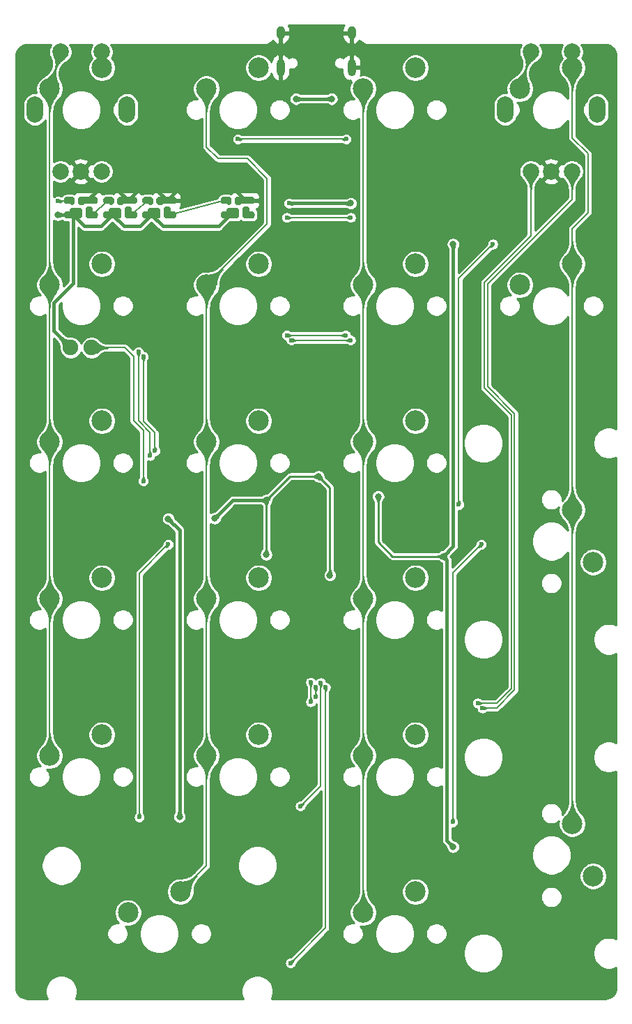
<source format=gbr>
%TF.GenerationSoftware,KiCad,Pcbnew,(5.1.10)-1*%
%TF.CreationDate,2021-08-07T17:21:30+07:00*%
%TF.ProjectId,numbowl,6e756d62-6f77-46c2-9e6b-696361645f70,rev?*%
%TF.SameCoordinates,Original*%
%TF.FileFunction,Copper,L1,Top*%
%TF.FilePolarity,Positive*%
%FSLAX46Y46*%
G04 Gerber Fmt 4.6, Leading zero omitted, Abs format (unit mm)*
G04 Created by KiCad (PCBNEW (5.1.10)-1) date 2021-08-07 17:21:30*
%MOMM*%
%LPD*%
G01*
G04 APERTURE LIST*
%TA.AperFunction,ComponentPad*%
%ADD10C,2.500000*%
%TD*%
%TA.AperFunction,ComponentPad*%
%ADD11C,2.000000*%
%TD*%
%TA.AperFunction,ComponentPad*%
%ADD12O,2.000000X3.200000*%
%TD*%
%TA.AperFunction,ComponentPad*%
%ADD13C,1.905000*%
%TD*%
%TA.AperFunction,SMDPad,CuDef*%
%ADD14O,2.200000X0.850000*%
%TD*%
%TA.AperFunction,SMDPad,CuDef*%
%ADD15O,1.300000X0.850000*%
%TD*%
%TA.AperFunction,SMDPad,CuDef*%
%ADD16O,1.500000X0.850000*%
%TD*%
%TA.AperFunction,SMDPad,CuDef*%
%ADD17R,1.600000X0.850000*%
%TD*%
%TA.AperFunction,ComponentPad*%
%ADD18O,1.000000X1.600000*%
%TD*%
%TA.AperFunction,ComponentPad*%
%ADD19O,1.000000X2.100000*%
%TD*%
%TA.AperFunction,ViaPad*%
%ADD20C,0.600000*%
%TD*%
%TA.AperFunction,ViaPad*%
%ADD21C,0.800000*%
%TD*%
%TA.AperFunction,Conductor*%
%ADD22C,0.400000*%
%TD*%
%TA.AperFunction,Conductor*%
%ADD23C,0.250000*%
%TD*%
%TA.AperFunction,Conductor*%
%ADD24C,0.200000*%
%TD*%
%TA.AperFunction,Conductor*%
%ADD25C,0.254000*%
%TD*%
%TA.AperFunction,Conductor*%
%ADD26C,0.100000*%
%TD*%
%TA.AperFunction,Conductor*%
%ADD27C,0.025400*%
%TD*%
G04 APERTURE END LIST*
D10*
%TO.P,MX13,2*%
%TO.N,Net-(D22-Pad2)*%
X252730000Y-107315000D03*
%TO.P,MX13,1*%
%TO.N,Col3*%
X250190000Y-100965000D03*
%TD*%
D11*
%TO.P,SW3,A*%
%TO.N,R-A2*%
X245150000Y-59887510D03*
%TO.P,SW3,C*%
%TO.N,GND*%
X247650000Y-59887510D03*
%TO.P,SW3,B*%
%TO.N,R-B2*%
X250150000Y-59887510D03*
D12*
%TO.P,SW3,MP*%
%TO.N,N/C*%
X242050000Y-52387510D03*
X253250000Y-52387510D03*
D11*
%TO.P,SW3,S2*%
%TO.N,S2*%
X245150000Y-45387510D03*
%TO.P,SW3,S1*%
%TO.N,Col3*%
X250150000Y-45387510D03*
%TD*%
D13*
%TO.P,D25,2*%
%TO.N,+5V*%
X189230000Y-81280000D03*
%TO.P,D25,1*%
%TO.N,Net-(D25-Pad1)*%
X191770000Y-81280000D03*
%TD*%
D10*
%TO.P,MX27,1*%
%TO.N,Col2*%
X224790192Y-49847546D03*
%TO.P,MX27,2*%
%TO.N,Net-(D19-Pad2)*%
X231140192Y-47307546D03*
%TD*%
%TO.P,MX26,1*%
%TO.N,Col1*%
X205740176Y-49847546D03*
%TO.P,MX26,2*%
%TO.N,Net-(D13-Pad2)*%
X212090176Y-47307546D03*
%TD*%
%TO.P,MX25,2*%
%TO.N,Col1*%
X202565000Y-147320000D03*
%TO.P,MX25,1*%
%TO.N,Net-(D12-Pad2)*%
X196215000Y-149860000D03*
%TD*%
%TO.P,MX20,1*%
%TO.N,Net-(D20-Pad2)*%
X243840000Y-73660000D03*
%TO.P,MX20,2*%
%TO.N,Col3*%
X250190000Y-71120000D03*
%TD*%
%TO.P,MX19,2*%
%TO.N,Net-(D24-Pad2)*%
X252730000Y-145415000D03*
%TO.P,MX19,1*%
%TO.N,Col3*%
X250190000Y-139065000D03*
%TD*%
%TO.P,MX18,1*%
%TO.N,Col2*%
X224790000Y-149860000D03*
%TO.P,MX18,2*%
%TO.N,Net-(D18-Pad2)*%
X231140000Y-147320000D03*
%TD*%
%TO.P,MX17,1*%
%TO.N,Col2*%
X224790000Y-130810000D03*
%TO.P,MX17,2*%
%TO.N,Net-(D17-Pad2)*%
X231140000Y-128270000D03*
%TD*%
%TO.P,MX16,1*%
%TO.N,Col2*%
X224790000Y-111760000D03*
%TO.P,MX16,2*%
%TO.N,Net-(D16-Pad2)*%
X231140000Y-109220000D03*
%TD*%
%TO.P,MX15,1*%
%TO.N,Col2*%
X224790000Y-92710000D03*
%TO.P,MX15,2*%
%TO.N,Net-(D15-Pad2)*%
X231140000Y-90170000D03*
%TD*%
%TO.P,MX14,1*%
%TO.N,Col2*%
X224790000Y-73660000D03*
%TO.P,MX14,2*%
%TO.N,Net-(D14-Pad2)*%
X231140000Y-71120000D03*
%TD*%
%TO.P,MX11,1*%
%TO.N,Col1*%
X205740000Y-130810000D03*
%TO.P,MX11,2*%
%TO.N,Net-(D11-Pad2)*%
X212090000Y-128270000D03*
%TD*%
%TO.P,MX10,1*%
%TO.N,Col1*%
X205740000Y-111760000D03*
%TO.P,MX10,2*%
%TO.N,Net-(D10-Pad2)*%
X212090000Y-109220000D03*
%TD*%
%TO.P,MX9,1*%
%TO.N,Col1*%
X205740000Y-92710000D03*
%TO.P,MX9,2*%
%TO.N,Net-(D9-Pad2)*%
X212090000Y-90170000D03*
%TD*%
%TO.P,MX8,1*%
%TO.N,Col1*%
X205740000Y-73660000D03*
%TO.P,MX8,2*%
%TO.N,Net-(D8-Pad2)*%
X212090000Y-71120000D03*
%TD*%
%TO.P,MX7,1*%
%TO.N,S2*%
X243840000Y-49847510D03*
%TO.P,MX7,2*%
%TO.N,Col3*%
X250190000Y-47307510D03*
%TD*%
%TO.P,MX5,1*%
%TO.N,Col0*%
X186690000Y-130810000D03*
%TO.P,MX5,2*%
%TO.N,Net-(D5-Pad2)*%
X193040000Y-128270000D03*
%TD*%
%TO.P,MX4,1*%
%TO.N,Col0*%
X186690000Y-111760000D03*
%TO.P,MX4,2*%
%TO.N,Net-(D4-Pad2)*%
X193040000Y-109220000D03*
%TD*%
%TO.P,MX3,1*%
%TO.N,Col0*%
X186690000Y-92710000D03*
%TO.P,MX3,2*%
%TO.N,Net-(D3-Pad2)*%
X193040000Y-90170000D03*
%TD*%
%TO.P,MX2,1*%
%TO.N,Col0*%
X186690000Y-73660000D03*
%TO.P,MX2,2*%
%TO.N,Net-(D2-Pad2)*%
X193040000Y-71120000D03*
%TD*%
%TO.P,MX1,1*%
%TO.N,Col0*%
X186690000Y-49847510D03*
%TO.P,MX1,2*%
%TO.N,S1*%
X193040000Y-47307510D03*
%TD*%
D14*
%TO.P,F-RGB5,2*%
%TO.N,GND*%
X210500880Y-63419020D03*
%TO.P,F-RGB5,4*%
%TO.N,+5V*%
X208600880Y-65169020D03*
D15*
%TO.P,F-RGB5,3*%
%TO.N,Net-(F-RGB3-Pad1)*%
X208150880Y-63419020D03*
D16*
%TO.P,F-RGB5,1*%
%TO.N,Net-(F-RGB5-Pad1)*%
X210850880Y-65169020D03*
%TA.AperFunction,SMDPad,CuDef*%
G36*
G01*
X211600880Y-64943770D02*
X211600880Y-65394270D01*
G75*
G02*
X211401130Y-65594020I-199750J0D01*
G01*
X210800630Y-65594020D01*
G75*
G02*
X210600880Y-65394270I0J199750D01*
G01*
X210600880Y-64943770D01*
G75*
G02*
X210800630Y-64744020I199750J0D01*
G01*
X211401130Y-64744020D01*
G75*
G02*
X211600880Y-64943770I0J-199750D01*
G01*
G37*
%TD.AperFunction*%
%TO.P,F-RGB5,2*%
%TO.N,GND*%
%TA.AperFunction,SMDPad,CuDef*%
G36*
G01*
X211600880Y-63193770D02*
X211600880Y-63644270D01*
G75*
G02*
X211401130Y-63844020I-199750J0D01*
G01*
X210800630Y-63844020D01*
G75*
G02*
X210600880Y-63644270I0J199750D01*
G01*
X210600880Y-63193770D01*
G75*
G02*
X210800630Y-62994020I199750J0D01*
G01*
X211401130Y-62994020D01*
G75*
G02*
X211600880Y-63193770I0J-199750D01*
G01*
G37*
%TD.AperFunction*%
%TO.P,F-RGB5,3*%
%TO.N,Net-(F-RGB3-Pad1)*%
%TA.AperFunction,SMDPad,CuDef*%
G36*
G01*
X208500880Y-63193770D02*
X208500880Y-63644270D01*
G75*
G02*
X208301130Y-63844020I-199750J0D01*
G01*
X207700630Y-63844020D01*
G75*
G02*
X207500880Y-63644270I0J199750D01*
G01*
X207500880Y-63193770D01*
G75*
G02*
X207700630Y-62994020I199750J0D01*
G01*
X208301130Y-62994020D01*
G75*
G02*
X208500880Y-63193770I0J-199750D01*
G01*
G37*
%TD.AperFunction*%
%TO.P,F-RGB5,4*%
%TO.N,+5V*%
%TA.AperFunction,SMDPad,CuDef*%
G36*
G01*
X208500880Y-64943770D02*
X208500880Y-65394270D01*
G75*
G02*
X208301130Y-65594020I-199750J0D01*
G01*
X207700630Y-65594020D01*
G75*
G02*
X207500880Y-65394270I0J199750D01*
G01*
X207500880Y-64943770D01*
G75*
G02*
X207700630Y-64744020I199750J0D01*
G01*
X208301130Y-64744020D01*
G75*
G02*
X208500880Y-64943770I0J-199750D01*
G01*
G37*
%TD.AperFunction*%
%TO.P,F-RGB5,1*%
%TO.N,Net-(F-RGB5-Pad1)*%
%TA.AperFunction,SMDPad,CuDef*%
G36*
G01*
X210950880Y-64356520D02*
X210950880Y-65381520D01*
G75*
G02*
X210738380Y-65594020I-212500J0D01*
G01*
X210313380Y-65594020D01*
G75*
G02*
X210100880Y-65381520I0J212500D01*
G01*
X210100880Y-64356520D01*
G75*
G02*
X210313380Y-64144020I212500J0D01*
G01*
X210738380Y-64144020D01*
G75*
G02*
X210950880Y-64356520I0J-212500D01*
G01*
G37*
%TD.AperFunction*%
D17*
%TO.P,F-RGB5,2*%
%TO.N,GND*%
X210300880Y-63419020D03*
%TO.P,F-RGB5,3*%
%TO.N,Net-(F-RGB3-Pad1)*%
%TA.AperFunction,SMDPad,CuDef*%
G36*
G01*
X208795880Y-63193570D02*
X208795880Y-63744470D01*
G75*
G02*
X208596330Y-63944020I-199550J0D01*
G01*
X208345430Y-63944020D01*
G75*
G02*
X208145880Y-63744470I0J199550D01*
G01*
X208145880Y-63193570D01*
G75*
G02*
X208345430Y-62994020I199550J0D01*
G01*
X208596330Y-62994020D01*
G75*
G02*
X208795880Y-63193570I0J-199550D01*
G01*
G37*
%TD.AperFunction*%
%TO.P,F-RGB5,4*%
%TO.N,+5V*%
%TA.AperFunction,SMDPad,CuDef*%
G36*
G01*
X209700880Y-64549020D02*
X209700880Y-65399020D01*
G75*
G02*
X209500880Y-65599020I-200000J0D01*
G01*
X208350880Y-65599020D01*
G75*
G02*
X208150880Y-65399020I0J200000D01*
G01*
X208150880Y-64549020D01*
G75*
G02*
X208350880Y-64349020I200000J0D01*
G01*
X209500880Y-64349020D01*
G75*
G02*
X209700880Y-64549020I0J-200000D01*
G01*
G37*
%TD.AperFunction*%
%TO.P,F-RGB5,2*%
%TO.N,GND*%
%TA.AperFunction,SMDPad,CuDef*%
G36*
G01*
X210063380Y-63199645D02*
X210063380Y-63738395D01*
G75*
G02*
X209857755Y-63944020I-205625J0D01*
G01*
X209394005Y-63944020D01*
G75*
G02*
X209188380Y-63738395I0J205625D01*
G01*
X209188380Y-63199645D01*
G75*
G02*
X209394005Y-62994020I205625J0D01*
G01*
X209857755Y-62994020D01*
G75*
G02*
X210063380Y-63199645I0J-205625D01*
G01*
G37*
%TD.AperFunction*%
%TD*%
D14*
%TO.P,F-RGB3,2*%
%TO.N,GND*%
X200975840Y-63419020D03*
%TO.P,F-RGB3,4*%
%TO.N,+5V*%
X199075840Y-65169020D03*
D15*
%TO.P,F-RGB3,3*%
%TO.N,Net-(F-RGB2-Pad1)*%
X198625840Y-63419020D03*
D16*
%TO.P,F-RGB3,1*%
%TO.N,Net-(F-RGB3-Pad1)*%
X201325840Y-65169020D03*
%TA.AperFunction,SMDPad,CuDef*%
G36*
G01*
X202075840Y-64943770D02*
X202075840Y-65394270D01*
G75*
G02*
X201876090Y-65594020I-199750J0D01*
G01*
X201275590Y-65594020D01*
G75*
G02*
X201075840Y-65394270I0J199750D01*
G01*
X201075840Y-64943770D01*
G75*
G02*
X201275590Y-64744020I199750J0D01*
G01*
X201876090Y-64744020D01*
G75*
G02*
X202075840Y-64943770I0J-199750D01*
G01*
G37*
%TD.AperFunction*%
%TO.P,F-RGB3,2*%
%TO.N,GND*%
%TA.AperFunction,SMDPad,CuDef*%
G36*
G01*
X202075840Y-63193770D02*
X202075840Y-63644270D01*
G75*
G02*
X201876090Y-63844020I-199750J0D01*
G01*
X201275590Y-63844020D01*
G75*
G02*
X201075840Y-63644270I0J199750D01*
G01*
X201075840Y-63193770D01*
G75*
G02*
X201275590Y-62994020I199750J0D01*
G01*
X201876090Y-62994020D01*
G75*
G02*
X202075840Y-63193770I0J-199750D01*
G01*
G37*
%TD.AperFunction*%
%TO.P,F-RGB3,3*%
%TO.N,Net-(F-RGB2-Pad1)*%
%TA.AperFunction,SMDPad,CuDef*%
G36*
G01*
X198975840Y-63193770D02*
X198975840Y-63644270D01*
G75*
G02*
X198776090Y-63844020I-199750J0D01*
G01*
X198175590Y-63844020D01*
G75*
G02*
X197975840Y-63644270I0J199750D01*
G01*
X197975840Y-63193770D01*
G75*
G02*
X198175590Y-62994020I199750J0D01*
G01*
X198776090Y-62994020D01*
G75*
G02*
X198975840Y-63193770I0J-199750D01*
G01*
G37*
%TD.AperFunction*%
%TO.P,F-RGB3,4*%
%TO.N,+5V*%
%TA.AperFunction,SMDPad,CuDef*%
G36*
G01*
X198975840Y-64943770D02*
X198975840Y-65394270D01*
G75*
G02*
X198776090Y-65594020I-199750J0D01*
G01*
X198175590Y-65594020D01*
G75*
G02*
X197975840Y-65394270I0J199750D01*
G01*
X197975840Y-64943770D01*
G75*
G02*
X198175590Y-64744020I199750J0D01*
G01*
X198776090Y-64744020D01*
G75*
G02*
X198975840Y-64943770I0J-199750D01*
G01*
G37*
%TD.AperFunction*%
%TO.P,F-RGB3,1*%
%TO.N,Net-(F-RGB3-Pad1)*%
%TA.AperFunction,SMDPad,CuDef*%
G36*
G01*
X201425840Y-64356520D02*
X201425840Y-65381520D01*
G75*
G02*
X201213340Y-65594020I-212500J0D01*
G01*
X200788340Y-65594020D01*
G75*
G02*
X200575840Y-65381520I0J212500D01*
G01*
X200575840Y-64356520D01*
G75*
G02*
X200788340Y-64144020I212500J0D01*
G01*
X201213340Y-64144020D01*
G75*
G02*
X201425840Y-64356520I0J-212500D01*
G01*
G37*
%TD.AperFunction*%
D17*
%TO.P,F-RGB3,2*%
%TO.N,GND*%
X200775840Y-63419020D03*
%TO.P,F-RGB3,3*%
%TO.N,Net-(F-RGB2-Pad1)*%
%TA.AperFunction,SMDPad,CuDef*%
G36*
G01*
X199270840Y-63193570D02*
X199270840Y-63744470D01*
G75*
G02*
X199071290Y-63944020I-199550J0D01*
G01*
X198820390Y-63944020D01*
G75*
G02*
X198620840Y-63744470I0J199550D01*
G01*
X198620840Y-63193570D01*
G75*
G02*
X198820390Y-62994020I199550J0D01*
G01*
X199071290Y-62994020D01*
G75*
G02*
X199270840Y-63193570I0J-199550D01*
G01*
G37*
%TD.AperFunction*%
%TO.P,F-RGB3,4*%
%TO.N,+5V*%
%TA.AperFunction,SMDPad,CuDef*%
G36*
G01*
X200175840Y-64549020D02*
X200175840Y-65399020D01*
G75*
G02*
X199975840Y-65599020I-200000J0D01*
G01*
X198825840Y-65599020D01*
G75*
G02*
X198625840Y-65399020I0J200000D01*
G01*
X198625840Y-64549020D01*
G75*
G02*
X198825840Y-64349020I200000J0D01*
G01*
X199975840Y-64349020D01*
G75*
G02*
X200175840Y-64549020I0J-200000D01*
G01*
G37*
%TD.AperFunction*%
%TO.P,F-RGB3,2*%
%TO.N,GND*%
%TA.AperFunction,SMDPad,CuDef*%
G36*
G01*
X200538340Y-63199645D02*
X200538340Y-63738395D01*
G75*
G02*
X200332715Y-63944020I-205625J0D01*
G01*
X199868965Y-63944020D01*
G75*
G02*
X199663340Y-63738395I0J205625D01*
G01*
X199663340Y-63199645D01*
G75*
G02*
X199868965Y-62994020I205625J0D01*
G01*
X200332715Y-62994020D01*
G75*
G02*
X200538340Y-63199645I0J-205625D01*
G01*
G37*
%TD.AperFunction*%
%TD*%
D14*
%TO.P,F-RGB2,2*%
%TO.N,GND*%
X196213320Y-63419020D03*
%TO.P,F-RGB2,4*%
%TO.N,+5V*%
X194313320Y-65169020D03*
D15*
%TO.P,F-RGB2,3*%
%TO.N,Net-(F-RGB1-Pad1)*%
X193863320Y-63419020D03*
D16*
%TO.P,F-RGB2,1*%
%TO.N,Net-(F-RGB2-Pad1)*%
X196563320Y-65169020D03*
%TA.AperFunction,SMDPad,CuDef*%
G36*
G01*
X197313320Y-64943770D02*
X197313320Y-65394270D01*
G75*
G02*
X197113570Y-65594020I-199750J0D01*
G01*
X196513070Y-65594020D01*
G75*
G02*
X196313320Y-65394270I0J199750D01*
G01*
X196313320Y-64943770D01*
G75*
G02*
X196513070Y-64744020I199750J0D01*
G01*
X197113570Y-64744020D01*
G75*
G02*
X197313320Y-64943770I0J-199750D01*
G01*
G37*
%TD.AperFunction*%
%TO.P,F-RGB2,2*%
%TO.N,GND*%
%TA.AperFunction,SMDPad,CuDef*%
G36*
G01*
X197313320Y-63193770D02*
X197313320Y-63644270D01*
G75*
G02*
X197113570Y-63844020I-199750J0D01*
G01*
X196513070Y-63844020D01*
G75*
G02*
X196313320Y-63644270I0J199750D01*
G01*
X196313320Y-63193770D01*
G75*
G02*
X196513070Y-62994020I199750J0D01*
G01*
X197113570Y-62994020D01*
G75*
G02*
X197313320Y-63193770I0J-199750D01*
G01*
G37*
%TD.AperFunction*%
%TO.P,F-RGB2,3*%
%TO.N,Net-(F-RGB1-Pad1)*%
%TA.AperFunction,SMDPad,CuDef*%
G36*
G01*
X194213320Y-63193770D02*
X194213320Y-63644270D01*
G75*
G02*
X194013570Y-63844020I-199750J0D01*
G01*
X193413070Y-63844020D01*
G75*
G02*
X193213320Y-63644270I0J199750D01*
G01*
X193213320Y-63193770D01*
G75*
G02*
X193413070Y-62994020I199750J0D01*
G01*
X194013570Y-62994020D01*
G75*
G02*
X194213320Y-63193770I0J-199750D01*
G01*
G37*
%TD.AperFunction*%
%TO.P,F-RGB2,4*%
%TO.N,+5V*%
%TA.AperFunction,SMDPad,CuDef*%
G36*
G01*
X194213320Y-64943770D02*
X194213320Y-65394270D01*
G75*
G02*
X194013570Y-65594020I-199750J0D01*
G01*
X193413070Y-65594020D01*
G75*
G02*
X193213320Y-65394270I0J199750D01*
G01*
X193213320Y-64943770D01*
G75*
G02*
X193413070Y-64744020I199750J0D01*
G01*
X194013570Y-64744020D01*
G75*
G02*
X194213320Y-64943770I0J-199750D01*
G01*
G37*
%TD.AperFunction*%
%TO.P,F-RGB2,1*%
%TO.N,Net-(F-RGB2-Pad1)*%
%TA.AperFunction,SMDPad,CuDef*%
G36*
G01*
X196663320Y-64356520D02*
X196663320Y-65381520D01*
G75*
G02*
X196450820Y-65594020I-212500J0D01*
G01*
X196025820Y-65594020D01*
G75*
G02*
X195813320Y-65381520I0J212500D01*
G01*
X195813320Y-64356520D01*
G75*
G02*
X196025820Y-64144020I212500J0D01*
G01*
X196450820Y-64144020D01*
G75*
G02*
X196663320Y-64356520I0J-212500D01*
G01*
G37*
%TD.AperFunction*%
D17*
%TO.P,F-RGB2,2*%
%TO.N,GND*%
X196013320Y-63419020D03*
%TO.P,F-RGB2,3*%
%TO.N,Net-(F-RGB1-Pad1)*%
%TA.AperFunction,SMDPad,CuDef*%
G36*
G01*
X194508320Y-63193570D02*
X194508320Y-63744470D01*
G75*
G02*
X194308770Y-63944020I-199550J0D01*
G01*
X194057870Y-63944020D01*
G75*
G02*
X193858320Y-63744470I0J199550D01*
G01*
X193858320Y-63193570D01*
G75*
G02*
X194057870Y-62994020I199550J0D01*
G01*
X194308770Y-62994020D01*
G75*
G02*
X194508320Y-63193570I0J-199550D01*
G01*
G37*
%TD.AperFunction*%
%TO.P,F-RGB2,4*%
%TO.N,+5V*%
%TA.AperFunction,SMDPad,CuDef*%
G36*
G01*
X195413320Y-64549020D02*
X195413320Y-65399020D01*
G75*
G02*
X195213320Y-65599020I-200000J0D01*
G01*
X194063320Y-65599020D01*
G75*
G02*
X193863320Y-65399020I0J200000D01*
G01*
X193863320Y-64549020D01*
G75*
G02*
X194063320Y-64349020I200000J0D01*
G01*
X195213320Y-64349020D01*
G75*
G02*
X195413320Y-64549020I0J-200000D01*
G01*
G37*
%TD.AperFunction*%
%TO.P,F-RGB2,2*%
%TO.N,GND*%
%TA.AperFunction,SMDPad,CuDef*%
G36*
G01*
X195775820Y-63199645D02*
X195775820Y-63738395D01*
G75*
G02*
X195570195Y-63944020I-205625J0D01*
G01*
X195106445Y-63944020D01*
G75*
G02*
X194900820Y-63738395I0J205625D01*
G01*
X194900820Y-63199645D01*
G75*
G02*
X195106445Y-62994020I205625J0D01*
G01*
X195570195Y-62994020D01*
G75*
G02*
X195775820Y-63199645I0J-205625D01*
G01*
G37*
%TD.AperFunction*%
%TD*%
D14*
%TO.P,F-RGB1,2*%
%TO.N,GND*%
X191450800Y-63419020D03*
%TO.P,F-RGB1,4*%
%TO.N,+5V*%
X189550800Y-65169020D03*
D15*
%TO.P,F-RGB1,3*%
%TO.N,RGB-C*%
X189100800Y-63419020D03*
D16*
%TO.P,F-RGB1,1*%
%TO.N,Net-(F-RGB1-Pad1)*%
X191800800Y-65169020D03*
%TA.AperFunction,SMDPad,CuDef*%
G36*
G01*
X192550800Y-64943770D02*
X192550800Y-65394270D01*
G75*
G02*
X192351050Y-65594020I-199750J0D01*
G01*
X191750550Y-65594020D01*
G75*
G02*
X191550800Y-65394270I0J199750D01*
G01*
X191550800Y-64943770D01*
G75*
G02*
X191750550Y-64744020I199750J0D01*
G01*
X192351050Y-64744020D01*
G75*
G02*
X192550800Y-64943770I0J-199750D01*
G01*
G37*
%TD.AperFunction*%
%TO.P,F-RGB1,2*%
%TO.N,GND*%
%TA.AperFunction,SMDPad,CuDef*%
G36*
G01*
X192550800Y-63193770D02*
X192550800Y-63644270D01*
G75*
G02*
X192351050Y-63844020I-199750J0D01*
G01*
X191750550Y-63844020D01*
G75*
G02*
X191550800Y-63644270I0J199750D01*
G01*
X191550800Y-63193770D01*
G75*
G02*
X191750550Y-62994020I199750J0D01*
G01*
X192351050Y-62994020D01*
G75*
G02*
X192550800Y-63193770I0J-199750D01*
G01*
G37*
%TD.AperFunction*%
%TO.P,F-RGB1,3*%
%TO.N,RGB-C*%
%TA.AperFunction,SMDPad,CuDef*%
G36*
G01*
X189450800Y-63193770D02*
X189450800Y-63644270D01*
G75*
G02*
X189251050Y-63844020I-199750J0D01*
G01*
X188650550Y-63844020D01*
G75*
G02*
X188450800Y-63644270I0J199750D01*
G01*
X188450800Y-63193770D01*
G75*
G02*
X188650550Y-62994020I199750J0D01*
G01*
X189251050Y-62994020D01*
G75*
G02*
X189450800Y-63193770I0J-199750D01*
G01*
G37*
%TD.AperFunction*%
%TO.P,F-RGB1,4*%
%TO.N,+5V*%
%TA.AperFunction,SMDPad,CuDef*%
G36*
G01*
X189450800Y-64943770D02*
X189450800Y-65394270D01*
G75*
G02*
X189251050Y-65594020I-199750J0D01*
G01*
X188650550Y-65594020D01*
G75*
G02*
X188450800Y-65394270I0J199750D01*
G01*
X188450800Y-64943770D01*
G75*
G02*
X188650550Y-64744020I199750J0D01*
G01*
X189251050Y-64744020D01*
G75*
G02*
X189450800Y-64943770I0J-199750D01*
G01*
G37*
%TD.AperFunction*%
%TO.P,F-RGB1,1*%
%TO.N,Net-(F-RGB1-Pad1)*%
%TA.AperFunction,SMDPad,CuDef*%
G36*
G01*
X191900800Y-64356520D02*
X191900800Y-65381520D01*
G75*
G02*
X191688300Y-65594020I-212500J0D01*
G01*
X191263300Y-65594020D01*
G75*
G02*
X191050800Y-65381520I0J212500D01*
G01*
X191050800Y-64356520D01*
G75*
G02*
X191263300Y-64144020I212500J0D01*
G01*
X191688300Y-64144020D01*
G75*
G02*
X191900800Y-64356520I0J-212500D01*
G01*
G37*
%TD.AperFunction*%
D17*
%TO.P,F-RGB1,2*%
%TO.N,GND*%
X191250800Y-63419020D03*
%TO.P,F-RGB1,3*%
%TO.N,RGB-C*%
%TA.AperFunction,SMDPad,CuDef*%
G36*
G01*
X189745800Y-63193570D02*
X189745800Y-63744470D01*
G75*
G02*
X189546250Y-63944020I-199550J0D01*
G01*
X189295350Y-63944020D01*
G75*
G02*
X189095800Y-63744470I0J199550D01*
G01*
X189095800Y-63193570D01*
G75*
G02*
X189295350Y-62994020I199550J0D01*
G01*
X189546250Y-62994020D01*
G75*
G02*
X189745800Y-63193570I0J-199550D01*
G01*
G37*
%TD.AperFunction*%
%TO.P,F-RGB1,4*%
%TO.N,+5V*%
%TA.AperFunction,SMDPad,CuDef*%
G36*
G01*
X190650800Y-64549020D02*
X190650800Y-65399020D01*
G75*
G02*
X190450800Y-65599020I-200000J0D01*
G01*
X189300800Y-65599020D01*
G75*
G02*
X189100800Y-65399020I0J200000D01*
G01*
X189100800Y-64549020D01*
G75*
G02*
X189300800Y-64349020I200000J0D01*
G01*
X190450800Y-64349020D01*
G75*
G02*
X190650800Y-64549020I0J-200000D01*
G01*
G37*
%TD.AperFunction*%
%TO.P,F-RGB1,2*%
%TO.N,GND*%
%TA.AperFunction,SMDPad,CuDef*%
G36*
G01*
X191013300Y-63199645D02*
X191013300Y-63738395D01*
G75*
G02*
X190807675Y-63944020I-205625J0D01*
G01*
X190343925Y-63944020D01*
G75*
G02*
X190138300Y-63738395I0J205625D01*
G01*
X190138300Y-63199645D01*
G75*
G02*
X190343925Y-62994020I205625J0D01*
G01*
X190807675Y-62994020D01*
G75*
G02*
X191013300Y-63199645I0J-205625D01*
G01*
G37*
%TD.AperFunction*%
%TD*%
D11*
%TO.P,SW2,S1*%
%TO.N,S1*%
X193000000Y-45387510D03*
%TO.P,SW2,S2*%
%TO.N,Col0*%
X188000000Y-45387510D03*
D12*
%TO.P,SW2,MP*%
%TO.N,N/C*%
X196100000Y-52387510D03*
X184900000Y-52387510D03*
D11*
%TO.P,SW2,B*%
%TO.N,R-B*%
X193000000Y-59887510D03*
%TO.P,SW2,C*%
%TO.N,GND*%
X190500000Y-59887510D03*
%TO.P,SW2,A*%
%TO.N,R-A*%
X188000000Y-59887510D03*
%TD*%
D18*
%TO.P,USB1,13*%
%TO.N,GND*%
X223395000Y-43081250D03*
X214755000Y-43081250D03*
D19*
X223395000Y-47261250D03*
X214755000Y-47261250D03*
%TD*%
D20*
%TO.N,GND*%
X197993000Y-47498000D03*
X202057000Y-47498000D03*
D21*
X187706000Y-68199000D03*
X187706000Y-70358000D03*
X188468000Y-69215000D03*
%TO.N,+5V*%
X213006685Y-106398315D03*
X213006685Y-99794315D03*
X216625000Y-51081250D03*
X220952750Y-51081250D03*
X206752625Y-101984375D03*
X219354328Y-96901722D03*
X220738000Y-108890500D03*
X226619685Y-99325815D03*
X234505500Y-106616500D03*
D20*
X215773000Y-63754000D03*
D21*
X223266000Y-63754000D03*
X202475000Y-138213000D03*
X201104500Y-102044500D03*
X235712000Y-141859000D03*
X235712000Y-68707000D03*
X187706000Y-65151000D03*
D20*
%TO.N,MOSI*%
X216051188Y-80372210D03*
X223247810Y-80373071D03*
%TO.N,Net-(RGB1-Pad2)*%
X197575000Y-138266000D03*
X201104500Y-105156000D03*
%TO.N,Net-(RGB3-Pad2)*%
X235675000Y-138848000D03*
X239141000Y-105156000D03*
%TO.N,Net-(RGB4-Pad2)*%
X236412000Y-100330000D03*
X240538000Y-68707000D03*
%TO.N,Net-(RGB5-Pad2)*%
X215504030Y-65484650D03*
X223266000Y-65484650D03*
%TO.N,Row0*%
X209550000Y-55959375D03*
X222710369Y-55959375D03*
%TO.N,Row1*%
X215504030Y-79772210D03*
X222647810Y-79772210D03*
%TO.N,Row4*%
X219617258Y-121965440D03*
X217153125Y-136921875D03*
%TO.N,Row5*%
X220218000Y-122493750D03*
X215962500Y-155971875D03*
%TO.N,RGB-C*%
X187706000Y-63500000D03*
%TO.N,R-A*%
X198085000Y-82353687D03*
X199482000Y-93816638D03*
%TO.N,R-B*%
X197485000Y-81788000D03*
X198882000Y-94361000D03*
%TO.N,Net-(D25-Pad1)*%
X198069200Y-97485200D03*
%TO.N,R-A2*%
X219016518Y-122493750D03*
X219017258Y-123693750D03*
X238720914Y-124420626D03*
%TO.N,R-B2*%
X218416518Y-121893750D03*
X218417258Y-124258487D03*
X239253389Y-125020626D03*
%TD*%
D22*
%TO.N,GND*%
X191250800Y-63419020D02*
X192566820Y-62103000D01*
X194897300Y-62103000D02*
X196213320Y-63419020D01*
X192566820Y-62103000D02*
X194897300Y-62103000D01*
X196213320Y-63419020D02*
X197529340Y-62103000D01*
X199659820Y-62103000D02*
X200975840Y-63419020D01*
X197529340Y-62103000D02*
X199659820Y-62103000D01*
X200975840Y-63419020D02*
X202291860Y-62103000D01*
X209184860Y-62103000D02*
X210500880Y-63419020D01*
X202291860Y-62103000D02*
X209184860Y-62103000D01*
D23*
%TO.N,+5V*%
X213006685Y-99794315D02*
X213006685Y-106398315D01*
D22*
X216625000Y-51081250D02*
X220952750Y-51081250D01*
X220952750Y-51081250D02*
X220952750Y-51081250D01*
X208942685Y-99794315D02*
X206752625Y-101984375D01*
X213006685Y-99794315D02*
X208942685Y-99794315D01*
D23*
X215899278Y-96901722D02*
X213006685Y-99794315D01*
X219354328Y-96901722D02*
X215899278Y-96901722D01*
X220738000Y-98285394D02*
X219354328Y-96901722D01*
X220738000Y-108890500D02*
X220738000Y-98285394D01*
X226619685Y-99325815D02*
X226619685Y-104890185D01*
X228346000Y-106616500D02*
X234505500Y-106616500D01*
X226619685Y-104890185D02*
X228346000Y-106616500D01*
D22*
X215773000Y-63754000D02*
X223266000Y-63754000D01*
X223266000Y-63754000D02*
X223266000Y-63754000D01*
X202475000Y-103415000D02*
X201104500Y-102044500D01*
X202475000Y-138213000D02*
X202475000Y-103415000D01*
X234974999Y-141121999D02*
X235712000Y-141859000D01*
X234974999Y-107085999D02*
X234974999Y-141121999D01*
X234505500Y-106616500D02*
X234974999Y-107085999D01*
X234505500Y-106616500D02*
X235712000Y-105410000D01*
X235712000Y-105410000D02*
X235712000Y-68707000D01*
X235712000Y-68707000D02*
X235712000Y-68707000D01*
X189550800Y-65169020D02*
X190929780Y-66548000D01*
X192934340Y-66548000D02*
X194313320Y-65169020D01*
X190929780Y-66548000D02*
X192934340Y-66548000D01*
X194313320Y-65169020D02*
X195692300Y-66548000D01*
X197696860Y-66548000D02*
X199075840Y-65169020D01*
X195692300Y-66548000D02*
X197696860Y-66548000D01*
X199075840Y-65169020D02*
X200454820Y-66548000D01*
X207221900Y-66548000D02*
X208600880Y-65169020D01*
X200454820Y-66548000D02*
X207221900Y-66548000D01*
X187706000Y-65151000D02*
X189230000Y-65151000D01*
X189230000Y-81280000D02*
X187190010Y-79240010D01*
X187190010Y-79240010D02*
X187190010Y-75852390D01*
X189550800Y-73491600D02*
X189550800Y-65169020D01*
X187190010Y-75852390D02*
X189550800Y-73491600D01*
D24*
%TO.N,MOSI*%
X223246949Y-80372210D02*
X223247810Y-80373071D01*
X216051188Y-80372210D02*
X223246949Y-80372210D01*
%TO.N,Net-(RGB1-Pad2)*%
X197575000Y-108685500D02*
X201104500Y-105156000D01*
X197575000Y-138266000D02*
X197575000Y-108685500D01*
%TO.N,Net-(RGB3-Pad2)*%
X235675000Y-108622000D02*
X239141000Y-105156000D01*
X235675000Y-138848000D02*
X235675000Y-108622000D01*
%TO.N,Net-(RGB4-Pad2)*%
X236412000Y-72833000D02*
X240538000Y-68707000D01*
X236412000Y-100330000D02*
X236412000Y-72833000D01*
%TO.N,Net-(RGB5-Pad2)*%
X215504305Y-65484375D02*
X215504030Y-65484650D01*
X215504030Y-65484650D02*
X223266000Y-65484650D01*
%TO.N,Row0*%
X209550000Y-55959375D02*
X222710369Y-55959375D01*
%TO.N,Row1*%
X215504030Y-79772210D02*
X222647810Y-79772210D01*
%TO.N,Row4*%
X219617258Y-134457742D02*
X217153125Y-136921875D01*
X219617258Y-121965440D02*
X219617258Y-134457742D01*
%TO.N,Row5*%
X220218000Y-151716375D02*
X215962500Y-155971875D01*
X220218000Y-122493750D02*
X220218000Y-151716375D01*
%TO.N,Col0*%
X186690000Y-130810000D02*
X186690000Y-111760000D01*
X186690000Y-92710000D02*
X186690000Y-111760000D01*
X186690000Y-73660000D02*
X186690000Y-92710000D01*
X186690000Y-49847510D02*
X186690000Y-73660000D01*
X186690000Y-49847510D02*
X188000000Y-45387510D01*
%TO.N,Col3*%
X250190000Y-100965000D02*
X250190000Y-139065000D01*
X250190000Y-71120000D02*
X250190000Y-100965000D01*
X250190000Y-66814705D02*
X250190000Y-71120000D01*
X252115479Y-64889226D02*
X250190000Y-66814705D01*
X250190000Y-55819979D02*
X252115479Y-57745458D01*
X252115479Y-57745458D02*
X252115479Y-64889226D01*
X250190000Y-47307510D02*
X250190000Y-55819979D01*
%TO.N,Col1*%
X205740176Y-73659824D02*
X205740000Y-73660000D01*
X205740000Y-73660000D02*
X205740000Y-92710000D01*
X205740000Y-92710000D02*
X205740000Y-111760000D01*
X205740000Y-111760000D02*
X205740000Y-130810000D01*
X205740000Y-144145000D02*
X202565000Y-147320000D01*
X205740000Y-130810000D02*
X205740000Y-144145000D01*
X207169620Y-58340870D02*
X205740176Y-56911426D01*
X210741510Y-58340870D02*
X207169620Y-58340870D01*
X213122770Y-60722130D02*
X210741510Y-58340870D01*
X213122770Y-66277230D02*
X213122770Y-60722130D01*
X205740176Y-56911426D02*
X205740176Y-49847546D01*
X205740000Y-73660000D02*
X213122770Y-66277230D01*
%TO.N,Col2*%
X224790000Y-92710000D02*
X224790000Y-111760000D01*
X224790000Y-111760000D02*
X224790000Y-130810000D01*
X224790000Y-149860000D02*
X224790000Y-130810000D01*
X224790192Y-73659808D02*
X224790000Y-73660000D01*
X224790192Y-49847546D02*
X224790192Y-73659808D01*
X224790000Y-73660000D02*
X224790000Y-92710000D01*
%TO.N,Net-(F-RGB1-Pad1)*%
X191800800Y-65169020D02*
X193863320Y-63419020D01*
%TO.N,Net-(F-RGB2-Pad1)*%
X196596000Y-65169020D02*
X198658520Y-63419020D01*
%TO.N,Net-(F-RGB3-Pad1)*%
X201325840Y-65169020D02*
X208000880Y-63419020D01*
%TO.N,RGB-C*%
X187706000Y-63500000D02*
X188849000Y-63500000D01*
%TO.N,R-A*%
X198085000Y-82353687D02*
X198085000Y-90204302D01*
X199482000Y-91601302D02*
X199482000Y-93816638D01*
X198085000Y-90204302D02*
X199482000Y-91601302D01*
%TO.N,R-B*%
X197485000Y-81788000D02*
X197485000Y-90170000D01*
X197485000Y-90170000D02*
X198882000Y-91567000D01*
X198882000Y-91567000D02*
X198882000Y-94361000D01*
%TO.N,Net-(D25-Pad1)*%
X195845508Y-81280000D02*
X196885000Y-82319492D01*
X191770000Y-81280000D02*
X195845508Y-81280000D01*
X196885000Y-82319492D02*
X196885000Y-90135698D01*
X198069200Y-91319898D02*
X198069200Y-97485200D01*
X196885000Y-90135698D02*
X198069200Y-91319898D01*
%TO.N,R-A2*%
X219016518Y-123693010D02*
X219017258Y-123693750D01*
X219016518Y-122493750D02*
X219016518Y-123693010D01*
X241027676Y-124420626D02*
X238720914Y-124420626D01*
X242785758Y-122662544D02*
X241027676Y-124420626D01*
X242785758Y-89462789D02*
X242785758Y-122662544D01*
X239511531Y-86188562D02*
X242785758Y-89462789D01*
X239511531Y-73355590D02*
X239511531Y-86188562D01*
X245150000Y-67717121D02*
X239511531Y-73355590D01*
X245150000Y-59887510D02*
X245150000Y-67717121D01*
%TO.N,R-B2*%
X218416518Y-124257747D02*
X218417258Y-124258487D01*
X218416518Y-121893750D02*
X218416518Y-124257747D01*
X240993374Y-125020626D02*
X239253389Y-125020626D01*
X243185769Y-122828231D02*
X240993374Y-125020626D01*
X239911542Y-86022873D02*
X243185769Y-89297100D01*
X239911542Y-73521279D02*
X239911542Y-86022873D01*
X250150000Y-63282821D02*
X239911542Y-73521279D01*
X243185769Y-89297100D02*
X243185769Y-122828231D01*
X250150000Y-59887510D02*
X250150000Y-63282821D01*
%TO.N,S2*%
X245150000Y-45387510D02*
X243840000Y-49847510D01*
%TD*%
D25*
%TO.N,GND*%
X222394997Y-42229572D02*
X222306585Y-42435263D01*
X222260000Y-42654250D01*
X222260000Y-42954250D01*
X223268000Y-42954250D01*
X223268000Y-42934250D01*
X223522000Y-42934250D01*
X223522000Y-42954250D01*
X223542000Y-42954250D01*
X223542000Y-43208250D01*
X223522000Y-43208250D01*
X223522000Y-44349204D01*
X223696874Y-44475369D01*
X223919976Y-44395526D01*
X224107764Y-44273619D01*
X224268161Y-44117419D01*
X224344243Y-44006758D01*
X224380849Y-44051007D01*
X224409919Y-44079874D01*
X224438581Y-44109143D01*
X224443444Y-44113166D01*
X224594686Y-44236516D01*
X224628801Y-44259182D01*
X224662611Y-44282332D01*
X224668162Y-44285334D01*
X224840485Y-44376959D01*
X224878385Y-44392580D01*
X224916014Y-44408708D01*
X224922033Y-44410571D01*
X224922043Y-44410575D01*
X224922053Y-44410577D01*
X225108879Y-44466984D01*
X225149092Y-44474946D01*
X225189137Y-44483458D01*
X225195413Y-44484118D01*
X225389647Y-44503163D01*
X225389651Y-44503163D01*
X225411551Y-44505320D01*
X244023226Y-44505313D01*
X243885409Y-44711572D01*
X243777838Y-44971269D01*
X243723000Y-45246963D01*
X243723000Y-45528057D01*
X243777838Y-45803751D01*
X243885409Y-46063448D01*
X243927153Y-46125923D01*
X243946111Y-46163039D01*
X243965051Y-46202582D01*
X243982739Y-46242110D01*
X243999150Y-46281532D01*
X244014375Y-46321041D01*
X244028375Y-46360509D01*
X244041168Y-46399954D01*
X244052805Y-46439501D01*
X244063262Y-46479052D01*
X244072586Y-46518754D01*
X244080762Y-46558533D01*
X244087808Y-46598460D01*
X244093732Y-46638569D01*
X244098527Y-46678824D01*
X244102210Y-46719385D01*
X244104766Y-46760102D01*
X244106201Y-46801200D01*
X244106506Y-46842504D01*
X244105671Y-46884243D01*
X244103693Y-46926243D01*
X244100552Y-46968695D01*
X244096242Y-47011515D01*
X244090750Y-47054724D01*
X244084050Y-47098417D01*
X244076144Y-47142509D01*
X244066999Y-47187095D01*
X244066845Y-47187765D01*
X244056575Y-47216370D01*
X244034289Y-47273984D01*
X244010857Y-47330351D01*
X243986361Y-47385309D01*
X243960734Y-47439046D01*
X243934020Y-47491490D01*
X243906251Y-47542618D01*
X243877340Y-47592603D01*
X243847373Y-47641321D01*
X243816284Y-47688897D01*
X243784092Y-47735314D01*
X243750779Y-47780610D01*
X243716364Y-47824769D01*
X243680788Y-47867872D01*
X243644055Y-47909917D01*
X243606127Y-47950947D01*
X243567025Y-47990939D01*
X243526691Y-48029947D01*
X243485127Y-48067965D01*
X243442301Y-48105013D01*
X243398161Y-48141127D01*
X243352705Y-48176297D01*
X243305958Y-48210493D01*
X243257793Y-48243794D01*
X243208294Y-48276127D01*
X243157329Y-48307565D01*
X243112397Y-48333722D01*
X243045643Y-48361372D01*
X242770975Y-48544899D01*
X242537389Y-48778485D01*
X242353862Y-49053153D01*
X242227446Y-49358347D01*
X242163000Y-49682340D01*
X242163000Y-50012680D01*
X242227446Y-50336673D01*
X242242305Y-50372546D01*
X242050000Y-50353606D01*
X241770259Y-50381158D01*
X241501269Y-50462755D01*
X241253366Y-50595262D01*
X241036077Y-50773588D01*
X240857752Y-50990877D01*
X240725245Y-51238780D01*
X240643648Y-51507770D01*
X240623000Y-51717413D01*
X240623000Y-53057608D01*
X240643648Y-53267251D01*
X240725245Y-53536241D01*
X240857753Y-53784144D01*
X241036078Y-54001433D01*
X241253367Y-54179758D01*
X241501270Y-54312265D01*
X241770260Y-54393862D01*
X242050000Y-54421414D01*
X242329741Y-54393862D01*
X242598731Y-54312265D01*
X242846634Y-54179758D01*
X243063923Y-54001433D01*
X243242248Y-53784144D01*
X243374755Y-53536241D01*
X243423601Y-53375216D01*
X243581330Y-53217487D01*
X243723818Y-53004238D01*
X243821965Y-52767289D01*
X243872000Y-52515746D01*
X243872000Y-52259274D01*
X243821965Y-52007731D01*
X243723818Y-51770782D01*
X243581330Y-51557533D01*
X243516891Y-51493094D01*
X243674830Y-51524510D01*
X244005170Y-51524510D01*
X244329163Y-51460064D01*
X244634357Y-51333648D01*
X244909025Y-51150121D01*
X245142611Y-50916535D01*
X245326138Y-50641867D01*
X245452554Y-50336673D01*
X245517000Y-50012680D01*
X245517000Y-49682340D01*
X245452554Y-49358347D01*
X245326138Y-49053153D01*
X245276543Y-48978928D01*
X245274578Y-48975309D01*
X245247002Y-48921320D01*
X245221165Y-48867381D01*
X245196996Y-48813375D01*
X245174496Y-48759331D01*
X245153652Y-48705249D01*
X245134443Y-48651102D01*
X245116858Y-48596896D01*
X245100860Y-48542538D01*
X245086462Y-48488100D01*
X245073623Y-48433444D01*
X245062359Y-48378660D01*
X245052650Y-48323670D01*
X245044490Y-48268445D01*
X245037873Y-48212935D01*
X245032803Y-48157157D01*
X245029276Y-48101018D01*
X245027300Y-48044606D01*
X245026877Y-47987779D01*
X245028017Y-47930588D01*
X245030730Y-47872898D01*
X245035022Y-47814854D01*
X245040913Y-47756305D01*
X245048408Y-47697309D01*
X245057538Y-47637742D01*
X245068298Y-47577727D01*
X245080717Y-47517171D01*
X245087542Y-47487584D01*
X245087763Y-47486967D01*
X245104204Y-47444462D01*
X245121388Y-47403121D01*
X245139388Y-47362729D01*
X245158140Y-47323406D01*
X245177674Y-47285048D01*
X245197968Y-47247680D01*
X245219042Y-47211240D01*
X245240878Y-47175735D01*
X245263505Y-47141102D01*
X245286918Y-47107338D01*
X245311101Y-47074451D01*
X245336117Y-47042347D01*
X245361941Y-47011055D01*
X245388601Y-46980533D01*
X245416113Y-46950768D01*
X245444517Y-46921713D01*
X245473803Y-46893386D01*
X245504029Y-46865735D01*
X245535189Y-46838775D01*
X245567283Y-46812514D01*
X245600401Y-46786887D01*
X245634535Y-46761916D01*
X245669721Y-46737586D01*
X245705932Y-46713932D01*
X245743247Y-46690912D01*
X245770393Y-46675109D01*
X245825938Y-46652101D01*
X246059660Y-46495934D01*
X246258424Y-46297170D01*
X246414591Y-46063448D01*
X246522162Y-45803751D01*
X246577000Y-45528057D01*
X246577000Y-45246963D01*
X246522162Y-44971269D01*
X246414591Y-44711572D01*
X246276773Y-44505312D01*
X249023227Y-44505311D01*
X248885409Y-44711572D01*
X248777838Y-44971269D01*
X248723000Y-45246963D01*
X248723000Y-45528057D01*
X248777838Y-45803751D01*
X248885409Y-46063448D01*
X248956312Y-46169562D01*
X248887389Y-46238485D01*
X248703862Y-46513153D01*
X248577446Y-46818347D01*
X248513000Y-47142340D01*
X248513000Y-47472680D01*
X248577446Y-47796673D01*
X248703862Y-48101867D01*
X248887389Y-48376535D01*
X249031364Y-48520510D01*
X249059369Y-48548649D01*
X249101031Y-48592665D01*
X249141026Y-48637142D01*
X249179449Y-48682163D01*
X249216265Y-48727674D01*
X249251489Y-48773667D01*
X249285197Y-48820231D01*
X249317332Y-48867265D01*
X249348015Y-48914933D01*
X249377161Y-48963089D01*
X249404873Y-49011896D01*
X249431143Y-49061329D01*
X249455935Y-49111313D01*
X249479338Y-49162022D01*
X249501343Y-49213447D01*
X249521909Y-49265490D01*
X249541106Y-49318336D01*
X249558912Y-49371945D01*
X249575336Y-49426360D01*
X249590360Y-49481554D01*
X249604007Y-49537642D01*
X249616251Y-49594558D01*
X249627095Y-49652373D01*
X249636538Y-49711144D01*
X249644555Y-49770795D01*
X249651151Y-49831469D01*
X249656298Y-49893026D01*
X249659997Y-49955678D01*
X249662225Y-50019270D01*
X249663000Y-50086298D01*
X249663000Y-51042673D01*
X249530436Y-50844276D01*
X249193234Y-50507074D01*
X248796726Y-50242136D01*
X248356151Y-50059644D01*
X247888438Y-49966610D01*
X247411562Y-49966610D01*
X246943849Y-50059644D01*
X246503274Y-50242136D01*
X246106766Y-50507074D01*
X245769564Y-50844276D01*
X245504626Y-51240784D01*
X245322134Y-51681359D01*
X245229100Y-52149072D01*
X245229100Y-52625948D01*
X245322134Y-53093661D01*
X245504626Y-53534236D01*
X245769564Y-53930744D01*
X246106766Y-54267946D01*
X246503274Y-54532884D01*
X246943849Y-54715376D01*
X247411562Y-54808410D01*
X247888438Y-54808410D01*
X248356151Y-54715376D01*
X248796726Y-54532884D01*
X249193234Y-54267946D01*
X249530436Y-53930744D01*
X249663001Y-53732347D01*
X249663001Y-55794088D01*
X249660451Y-55819979D01*
X249670626Y-55923288D01*
X249700761Y-56022628D01*
X249740184Y-56096384D01*
X249749697Y-56114181D01*
X249815553Y-56194427D01*
X249835662Y-56210930D01*
X251588479Y-57963749D01*
X251588480Y-64670934D01*
X249835666Y-66423750D01*
X249815552Y-66440257D01*
X249749696Y-66520503D01*
X249722474Y-66571433D01*
X249700761Y-66612056D01*
X249670626Y-66711396D01*
X249660451Y-66814705D01*
X249663000Y-66840586D01*
X249663000Y-68341209D01*
X249662225Y-68408239D01*
X249659997Y-68471831D01*
X249656298Y-68534483D01*
X249651151Y-68596040D01*
X249644555Y-68656714D01*
X249636538Y-68716365D01*
X249627095Y-68775136D01*
X249616251Y-68832951D01*
X249604007Y-68889867D01*
X249590360Y-68945955D01*
X249575336Y-69001149D01*
X249558912Y-69055564D01*
X249541106Y-69109173D01*
X249521909Y-69162019D01*
X249501343Y-69214062D01*
X249479338Y-69265487D01*
X249455935Y-69316196D01*
X249431143Y-69366180D01*
X249404873Y-69415613D01*
X249377161Y-69464420D01*
X249348015Y-69512576D01*
X249317332Y-69560244D01*
X249285197Y-69607278D01*
X249251489Y-69653842D01*
X249216265Y-69699835D01*
X249179449Y-69745346D01*
X249141026Y-69790367D01*
X249101031Y-69834844D01*
X249059368Y-69878861D01*
X249031278Y-69907086D01*
X248887389Y-70050975D01*
X248703862Y-70325643D01*
X248577446Y-70630837D01*
X248513000Y-70954830D01*
X248513000Y-71285170D01*
X248577446Y-71609163D01*
X248703862Y-71914357D01*
X248887389Y-72189025D01*
X249031364Y-72333000D01*
X249059369Y-72361139D01*
X249101031Y-72405155D01*
X249141026Y-72449632D01*
X249179449Y-72494653D01*
X249216265Y-72540164D01*
X249251489Y-72586157D01*
X249285197Y-72632721D01*
X249317332Y-72679755D01*
X249348015Y-72727423D01*
X249377161Y-72775579D01*
X249404873Y-72824386D01*
X249431143Y-72873819D01*
X249455935Y-72923803D01*
X249479338Y-72974512D01*
X249501343Y-73025937D01*
X249521909Y-73077980D01*
X249541106Y-73130826D01*
X249558912Y-73184435D01*
X249575336Y-73238850D01*
X249590360Y-73294044D01*
X249604007Y-73350132D01*
X249616251Y-73407048D01*
X249627095Y-73464863D01*
X249636538Y-73523634D01*
X249644555Y-73583285D01*
X249651151Y-73643959D01*
X249656298Y-73705516D01*
X249659997Y-73768168D01*
X249662225Y-73831760D01*
X249663000Y-73898768D01*
X249663000Y-74855162D01*
X249530436Y-74656766D01*
X249193234Y-74319564D01*
X248796726Y-74054626D01*
X248356151Y-73872134D01*
X247888438Y-73779100D01*
X247411562Y-73779100D01*
X246943849Y-73872134D01*
X246503274Y-74054626D01*
X246106766Y-74319564D01*
X245769564Y-74656766D01*
X245504626Y-75053274D01*
X245322134Y-75493849D01*
X245229100Y-75961562D01*
X245229100Y-76438438D01*
X245322134Y-76906151D01*
X245504626Y-77346726D01*
X245769564Y-77743234D01*
X246106766Y-78080436D01*
X246503274Y-78345374D01*
X246943849Y-78527866D01*
X247411562Y-78620900D01*
X247888438Y-78620900D01*
X248356151Y-78527866D01*
X248796726Y-78345374D01*
X249193234Y-78080436D01*
X249530436Y-77743234D01*
X249663000Y-77544837D01*
X249663001Y-98186162D01*
X249662225Y-98253239D01*
X249659997Y-98316831D01*
X249656298Y-98379483D01*
X249651151Y-98441040D01*
X249644555Y-98501714D01*
X249636538Y-98561365D01*
X249627095Y-98620136D01*
X249616251Y-98677951D01*
X249604007Y-98734867D01*
X249590360Y-98790955D01*
X249575336Y-98846149D01*
X249558912Y-98900564D01*
X249541106Y-98954173D01*
X249521909Y-99007019D01*
X249501343Y-99059062D01*
X249479338Y-99110487D01*
X249455935Y-99161196D01*
X249431143Y-99211180D01*
X249404873Y-99260613D01*
X249377161Y-99309420D01*
X249348015Y-99357576D01*
X249317332Y-99405244D01*
X249285197Y-99452278D01*
X249251489Y-99498842D01*
X249216265Y-99544835D01*
X249179449Y-99590346D01*
X249141026Y-99635367D01*
X249101031Y-99679844D01*
X249059368Y-99723861D01*
X249031278Y-99752086D01*
X248949982Y-99833382D01*
X248952000Y-99823236D01*
X248952000Y-99566764D01*
X248901965Y-99315221D01*
X248803818Y-99078272D01*
X248661330Y-98865023D01*
X248479977Y-98683670D01*
X248266728Y-98541182D01*
X248029779Y-98443035D01*
X247778236Y-98393000D01*
X247521764Y-98393000D01*
X247270221Y-98443035D01*
X247033272Y-98541182D01*
X246820023Y-98683670D01*
X246638670Y-98865023D01*
X246496182Y-99078272D01*
X246398035Y-99315221D01*
X246348000Y-99566764D01*
X246348000Y-99823236D01*
X246398035Y-100074779D01*
X246496182Y-100311728D01*
X246638670Y-100524977D01*
X246820023Y-100706330D01*
X247033272Y-100848818D01*
X247270221Y-100946965D01*
X247521764Y-100997000D01*
X247778236Y-100997000D01*
X248029779Y-100946965D01*
X248266728Y-100848818D01*
X248479977Y-100706330D01*
X248544416Y-100641891D01*
X248513000Y-100799830D01*
X248513000Y-101130170D01*
X248577446Y-101454163D01*
X248703862Y-101759357D01*
X248887389Y-102034025D01*
X249031364Y-102178000D01*
X249059369Y-102206139D01*
X249101031Y-102250155D01*
X249141026Y-102294632D01*
X249179449Y-102339653D01*
X249216265Y-102385164D01*
X249251489Y-102431157D01*
X249285197Y-102477721D01*
X249317332Y-102524755D01*
X249348015Y-102572423D01*
X249377161Y-102620579D01*
X249404873Y-102669386D01*
X249431143Y-102718819D01*
X249455935Y-102768803D01*
X249479338Y-102819512D01*
X249501343Y-102870937D01*
X249521909Y-102922980D01*
X249541106Y-102975826D01*
X249558912Y-103029435D01*
X249575336Y-103083850D01*
X249590360Y-103139044D01*
X249604007Y-103195132D01*
X249616251Y-103252048D01*
X249627095Y-103309863D01*
X249636538Y-103368634D01*
X249640227Y-103396079D01*
X249530436Y-103231766D01*
X249193234Y-102894564D01*
X248796726Y-102629626D01*
X248356151Y-102447134D01*
X247888438Y-102354100D01*
X247411562Y-102354100D01*
X246943849Y-102447134D01*
X246503274Y-102629626D01*
X246106766Y-102894564D01*
X245769564Y-103231766D01*
X245504626Y-103628274D01*
X245322134Y-104068849D01*
X245229100Y-104536562D01*
X245229100Y-105013438D01*
X245322134Y-105481151D01*
X245504626Y-105921726D01*
X245769564Y-106318234D01*
X246106766Y-106655436D01*
X246503274Y-106920374D01*
X246943849Y-107102866D01*
X247411562Y-107195900D01*
X247888438Y-107195900D01*
X248356151Y-107102866D01*
X248796726Y-106920374D01*
X249193234Y-106655436D01*
X249530436Y-106318234D01*
X249663000Y-106119838D01*
X249663001Y-136286160D01*
X249662225Y-136353239D01*
X249659997Y-136416831D01*
X249656298Y-136479483D01*
X249651151Y-136541040D01*
X249644555Y-136601714D01*
X249636538Y-136661365D01*
X249627095Y-136720136D01*
X249616251Y-136777951D01*
X249604007Y-136834867D01*
X249590360Y-136890955D01*
X249575336Y-136946149D01*
X249558912Y-137000564D01*
X249541106Y-137054173D01*
X249521909Y-137107019D01*
X249501343Y-137159062D01*
X249479338Y-137210487D01*
X249455935Y-137261196D01*
X249431143Y-137311180D01*
X249404873Y-137360613D01*
X249377161Y-137409420D01*
X249348015Y-137457576D01*
X249317332Y-137505244D01*
X249285197Y-137552278D01*
X249251489Y-137598842D01*
X249216265Y-137644835D01*
X249179449Y-137690346D01*
X249141026Y-137735367D01*
X249101031Y-137779844D01*
X249059368Y-137823861D01*
X249031278Y-137852086D01*
X248949982Y-137933382D01*
X248952000Y-137923236D01*
X248952000Y-137666764D01*
X248901965Y-137415221D01*
X248803818Y-137178272D01*
X248661330Y-136965023D01*
X248479977Y-136783670D01*
X248266728Y-136641182D01*
X248029779Y-136543035D01*
X247778236Y-136493000D01*
X247521764Y-136493000D01*
X247270221Y-136543035D01*
X247033272Y-136641182D01*
X246820023Y-136783670D01*
X246638670Y-136965023D01*
X246496182Y-137178272D01*
X246398035Y-137415221D01*
X246348000Y-137666764D01*
X246348000Y-137923236D01*
X246398035Y-138174779D01*
X246496182Y-138411728D01*
X246638670Y-138624977D01*
X246820023Y-138806330D01*
X247033272Y-138948818D01*
X247270221Y-139046965D01*
X247521764Y-139097000D01*
X247778236Y-139097000D01*
X248029779Y-139046965D01*
X248266728Y-138948818D01*
X248479977Y-138806330D01*
X248544416Y-138741891D01*
X248513000Y-138899830D01*
X248513000Y-139230170D01*
X248577446Y-139554163D01*
X248703862Y-139859357D01*
X248887389Y-140134025D01*
X249120975Y-140367611D01*
X249395643Y-140551138D01*
X249700837Y-140677554D01*
X250024830Y-140742000D01*
X250355170Y-140742000D01*
X250679163Y-140677554D01*
X250984357Y-140551138D01*
X251259025Y-140367611D01*
X251492611Y-140134025D01*
X251676138Y-139859357D01*
X251802554Y-139554163D01*
X251867000Y-139230170D01*
X251867000Y-138899830D01*
X251802554Y-138575837D01*
X251676138Y-138270643D01*
X251492611Y-137995975D01*
X251348635Y-137851999D01*
X251320630Y-137823860D01*
X251278968Y-137779844D01*
X251238973Y-137735367D01*
X251200550Y-137690346D01*
X251163734Y-137644835D01*
X251128510Y-137598842D01*
X251094802Y-137552278D01*
X251062667Y-137505244D01*
X251031995Y-137457593D01*
X251002828Y-137409400D01*
X250975127Y-137360615D01*
X250948856Y-137311180D01*
X250924064Y-137261196D01*
X250900661Y-137210487D01*
X250878656Y-137159062D01*
X250858090Y-137107019D01*
X250838893Y-137054173D01*
X250821087Y-137000564D01*
X250804663Y-136946149D01*
X250789639Y-136890955D01*
X250775992Y-136834867D01*
X250763748Y-136777951D01*
X250752904Y-136720136D01*
X250743461Y-136661365D01*
X250735444Y-136601714D01*
X250728848Y-136541040D01*
X250723701Y-136479483D01*
X250720002Y-136416831D01*
X250717775Y-136353282D01*
X250717000Y-136286163D01*
X250717000Y-107149830D01*
X251053000Y-107149830D01*
X251053000Y-107480170D01*
X251117446Y-107804163D01*
X251243862Y-108109357D01*
X251427389Y-108384025D01*
X251660975Y-108617611D01*
X251935643Y-108801138D01*
X252240837Y-108927554D01*
X252564830Y-108992000D01*
X252895170Y-108992000D01*
X253219163Y-108927554D01*
X253524357Y-108801138D01*
X253799025Y-108617611D01*
X254032611Y-108384025D01*
X254216138Y-108109357D01*
X254342554Y-107804163D01*
X254407000Y-107480170D01*
X254407000Y-107149830D01*
X254342554Y-106825837D01*
X254216138Y-106520643D01*
X254032611Y-106245975D01*
X253799025Y-106012389D01*
X253524357Y-105828862D01*
X253219163Y-105702446D01*
X252895170Y-105638000D01*
X252564830Y-105638000D01*
X252240837Y-105702446D01*
X251935643Y-105828862D01*
X251660975Y-106012389D01*
X251427389Y-106245975D01*
X251243862Y-106520643D01*
X251117446Y-106825837D01*
X251053000Y-107149830D01*
X250717000Y-107149830D01*
X250717000Y-103743837D01*
X250717775Y-103676717D01*
X250720002Y-103613168D01*
X250723701Y-103550516D01*
X250728848Y-103488959D01*
X250735444Y-103428285D01*
X250743461Y-103368634D01*
X250752904Y-103309863D01*
X250763748Y-103252048D01*
X250775992Y-103195132D01*
X250789639Y-103139044D01*
X250804663Y-103083850D01*
X250821087Y-103029435D01*
X250838893Y-102975826D01*
X250858090Y-102922980D01*
X250878656Y-102870937D01*
X250900661Y-102819512D01*
X250924064Y-102768803D01*
X250948856Y-102718819D01*
X250975127Y-102669384D01*
X251002828Y-102620599D01*
X251031995Y-102572406D01*
X251062667Y-102524755D01*
X251094802Y-102477721D01*
X251128510Y-102431157D01*
X251163734Y-102385164D01*
X251200550Y-102339653D01*
X251238973Y-102294632D01*
X251278968Y-102250155D01*
X251320629Y-102206140D01*
X251348548Y-102178088D01*
X251492611Y-102034025D01*
X251676138Y-101759357D01*
X251802554Y-101454163D01*
X251867000Y-101130170D01*
X251867000Y-100799830D01*
X251802554Y-100475837D01*
X251676138Y-100170643D01*
X251492611Y-99895975D01*
X251348635Y-99751999D01*
X251320630Y-99723860D01*
X251278968Y-99679844D01*
X251238973Y-99635367D01*
X251200550Y-99590346D01*
X251163734Y-99544835D01*
X251128510Y-99498842D01*
X251094802Y-99452278D01*
X251062667Y-99405244D01*
X251031995Y-99357593D01*
X251002828Y-99309400D01*
X250975127Y-99260615D01*
X250948856Y-99211180D01*
X250924064Y-99161196D01*
X250900661Y-99110487D01*
X250878656Y-99059062D01*
X250858090Y-99007019D01*
X250838893Y-98954173D01*
X250821087Y-98900564D01*
X250804663Y-98846149D01*
X250789639Y-98790955D01*
X250775992Y-98734867D01*
X250763748Y-98677951D01*
X250752904Y-98620136D01*
X250743461Y-98561365D01*
X250735444Y-98501714D01*
X250728848Y-98441040D01*
X250723701Y-98379483D01*
X250720002Y-98316831D01*
X250717775Y-98253282D01*
X250717000Y-98186163D01*
X250717000Y-76071764D01*
X251428000Y-76071764D01*
X251428000Y-76328236D01*
X251478035Y-76579779D01*
X251576182Y-76816728D01*
X251718670Y-77029977D01*
X251900023Y-77211330D01*
X252113272Y-77353818D01*
X252350221Y-77451965D01*
X252601764Y-77502000D01*
X252858236Y-77502000D01*
X253109779Y-77451965D01*
X253346728Y-77353818D01*
X253559977Y-77211330D01*
X253741330Y-77029977D01*
X253883818Y-76816728D01*
X253981965Y-76579779D01*
X254032000Y-76328236D01*
X254032000Y-76071764D01*
X253981965Y-75820221D01*
X253883818Y-75583272D01*
X253741330Y-75370023D01*
X253559977Y-75188670D01*
X253346728Y-75046182D01*
X253109779Y-74948035D01*
X252858236Y-74898000D01*
X252601764Y-74898000D01*
X252350221Y-74948035D01*
X252113272Y-75046182D01*
X251900023Y-75188670D01*
X251718670Y-75370023D01*
X251576182Y-75583272D01*
X251478035Y-75820221D01*
X251428000Y-76071764D01*
X250717000Y-76071764D01*
X250717000Y-73898837D01*
X250717775Y-73831717D01*
X250720002Y-73768168D01*
X250723701Y-73705516D01*
X250728848Y-73643959D01*
X250735444Y-73583285D01*
X250743461Y-73523634D01*
X250752904Y-73464863D01*
X250763748Y-73407048D01*
X250775992Y-73350132D01*
X250789639Y-73294044D01*
X250804663Y-73238850D01*
X250821087Y-73184435D01*
X250838893Y-73130826D01*
X250858090Y-73077980D01*
X250878656Y-73025937D01*
X250900661Y-72974512D01*
X250924064Y-72923803D01*
X250948856Y-72873819D01*
X250975127Y-72824384D01*
X251002828Y-72775599D01*
X251031995Y-72727406D01*
X251062667Y-72679755D01*
X251094802Y-72632721D01*
X251128510Y-72586157D01*
X251163734Y-72540164D01*
X251200550Y-72494653D01*
X251238973Y-72449632D01*
X251278968Y-72405155D01*
X251320629Y-72361140D01*
X251348548Y-72333088D01*
X251492611Y-72189025D01*
X251676138Y-71914357D01*
X251802554Y-71609163D01*
X251867000Y-71285170D01*
X251867000Y-70954830D01*
X251802554Y-70630837D01*
X251676138Y-70325643D01*
X251492611Y-70050975D01*
X251348635Y-69906999D01*
X251320630Y-69878860D01*
X251278968Y-69834844D01*
X251238973Y-69790367D01*
X251200550Y-69745346D01*
X251163734Y-69699835D01*
X251128510Y-69653842D01*
X251094802Y-69607278D01*
X251062667Y-69560244D01*
X251031995Y-69512593D01*
X251002828Y-69464400D01*
X250975127Y-69415615D01*
X250948856Y-69366180D01*
X250924064Y-69316196D01*
X250900661Y-69265487D01*
X250878656Y-69214062D01*
X250858090Y-69162019D01*
X250838893Y-69109173D01*
X250821087Y-69055564D01*
X250804663Y-69001149D01*
X250789639Y-68945955D01*
X250775992Y-68889867D01*
X250763748Y-68832951D01*
X250752904Y-68775136D01*
X250743461Y-68716365D01*
X250735444Y-68656714D01*
X250728848Y-68596040D01*
X250723701Y-68534483D01*
X250720002Y-68471831D01*
X250717775Y-68408282D01*
X250717000Y-68341163D01*
X250717000Y-67032994D01*
X252469823Y-65280172D01*
X252489927Y-65263674D01*
X252555783Y-65183428D01*
X252604718Y-65091876D01*
X252634853Y-64992536D01*
X252642479Y-64915107D01*
X252645028Y-64889226D01*
X252642479Y-64863345D01*
X252642479Y-57771339D01*
X252645028Y-57745458D01*
X252634853Y-57642148D01*
X252604718Y-57542809D01*
X252604718Y-57542808D01*
X252555783Y-57451256D01*
X252489927Y-57371010D01*
X252469823Y-57354512D01*
X250717000Y-55601690D01*
X250717000Y-52259274D01*
X251428000Y-52259274D01*
X251428000Y-52515746D01*
X251478035Y-52767289D01*
X251576182Y-53004238D01*
X251718670Y-53217487D01*
X251876399Y-53375216D01*
X251925245Y-53536241D01*
X252057753Y-53784144D01*
X252236078Y-54001433D01*
X252453367Y-54179758D01*
X252701270Y-54312265D01*
X252970260Y-54393862D01*
X253250000Y-54421414D01*
X253529741Y-54393862D01*
X253798731Y-54312265D01*
X254046634Y-54179758D01*
X254263923Y-54001433D01*
X254442248Y-53784144D01*
X254574755Y-53536241D01*
X254656352Y-53267251D01*
X254677000Y-53057608D01*
X254677000Y-51717412D01*
X254656352Y-51507769D01*
X254574755Y-51238779D01*
X254442248Y-50990876D01*
X254263922Y-50773587D01*
X254046633Y-50595262D01*
X253798730Y-50462755D01*
X253529740Y-50381158D01*
X253250000Y-50353606D01*
X252970259Y-50381158D01*
X252701269Y-50462755D01*
X252453366Y-50595262D01*
X252236077Y-50773588D01*
X252057752Y-50990877D01*
X251925245Y-51238780D01*
X251876399Y-51399804D01*
X251718670Y-51557533D01*
X251576182Y-51770782D01*
X251478035Y-52007731D01*
X251428000Y-52259274D01*
X250717000Y-52259274D01*
X250717000Y-50086347D01*
X250717775Y-50019227D01*
X250720002Y-49955678D01*
X250723701Y-49893026D01*
X250728848Y-49831469D01*
X250735444Y-49770795D01*
X250743461Y-49711144D01*
X250752904Y-49652373D01*
X250763748Y-49594558D01*
X250775992Y-49537642D01*
X250789639Y-49481554D01*
X250804663Y-49426360D01*
X250821087Y-49371945D01*
X250838893Y-49318336D01*
X250858090Y-49265490D01*
X250878656Y-49213447D01*
X250900661Y-49162022D01*
X250924064Y-49111313D01*
X250948856Y-49061329D01*
X250975127Y-49011894D01*
X251002828Y-48963109D01*
X251031995Y-48914916D01*
X251062667Y-48867265D01*
X251094802Y-48820231D01*
X251128510Y-48773667D01*
X251163734Y-48727674D01*
X251200550Y-48682163D01*
X251238973Y-48637142D01*
X251278968Y-48592665D01*
X251320629Y-48548650D01*
X251348548Y-48520598D01*
X251492611Y-48376535D01*
X251676138Y-48101867D01*
X251802554Y-47796673D01*
X251867000Y-47472680D01*
X251867000Y-47142340D01*
X251802554Y-46818347D01*
X251676138Y-46513153D01*
X251492611Y-46238485D01*
X251375732Y-46121606D01*
X251414591Y-46063448D01*
X251522162Y-45803751D01*
X251577000Y-45528057D01*
X251577000Y-45246963D01*
X251522162Y-44971269D01*
X251414591Y-44711572D01*
X251276772Y-44505310D01*
X254177387Y-44505309D01*
X254458184Y-44532841D01*
X254707004Y-44607965D01*
X254936501Y-44729990D01*
X255137922Y-44894265D01*
X255303600Y-45094536D01*
X255427221Y-45323168D01*
X255504082Y-45571464D01*
X255533451Y-45850902D01*
X255533451Y-91129153D01*
X255204086Y-90992726D01*
X254827157Y-90917750D01*
X254442843Y-90917750D01*
X254065914Y-90992726D01*
X253710855Y-91139796D01*
X253391310Y-91353309D01*
X253119559Y-91625060D01*
X252906046Y-91944605D01*
X252758976Y-92299664D01*
X252684000Y-92676593D01*
X252684000Y-93060907D01*
X252758976Y-93437836D01*
X252906046Y-93792895D01*
X253119559Y-94112440D01*
X253391310Y-94384191D01*
X253710855Y-94597704D01*
X254065914Y-94744774D01*
X254442843Y-94819750D01*
X254827157Y-94819750D01*
X255204086Y-94744774D01*
X255533451Y-94608347D01*
X255533450Y-114941653D01*
X255204086Y-114805226D01*
X254827157Y-114730250D01*
X254442843Y-114730250D01*
X254065914Y-114805226D01*
X253710855Y-114952296D01*
X253391310Y-115165809D01*
X253119559Y-115437560D01*
X252906046Y-115757105D01*
X252758976Y-116112164D01*
X252684000Y-116489093D01*
X252684000Y-116873407D01*
X252758976Y-117250336D01*
X252906046Y-117605395D01*
X253119559Y-117924940D01*
X253391310Y-118196691D01*
X253710855Y-118410204D01*
X254065914Y-118557274D01*
X254442843Y-118632250D01*
X254827157Y-118632250D01*
X255204086Y-118557274D01*
X255533450Y-118420847D01*
X255533450Y-129229153D01*
X255204086Y-129092726D01*
X254827157Y-129017750D01*
X254442843Y-129017750D01*
X254065914Y-129092726D01*
X253710855Y-129239796D01*
X253391310Y-129453309D01*
X253119559Y-129725060D01*
X252906046Y-130044605D01*
X252758976Y-130399664D01*
X252684000Y-130776593D01*
X252684000Y-131160907D01*
X252758976Y-131537836D01*
X252906046Y-131892895D01*
X253119559Y-132212440D01*
X253391310Y-132484191D01*
X253710855Y-132697704D01*
X254065914Y-132844774D01*
X254442843Y-132919750D01*
X254827157Y-132919750D01*
X255204086Y-132844774D01*
X255533450Y-132708347D01*
X255533450Y-153041653D01*
X255204086Y-152905226D01*
X254827157Y-152830250D01*
X254442843Y-152830250D01*
X254065914Y-152905226D01*
X253710855Y-153052296D01*
X253391310Y-153265809D01*
X253119559Y-153537560D01*
X252906046Y-153857105D01*
X252758976Y-154212164D01*
X252684000Y-154589093D01*
X252684000Y-154973407D01*
X252758976Y-155350336D01*
X252906046Y-155705395D01*
X253119559Y-156024940D01*
X253391310Y-156296691D01*
X253710855Y-156510204D01*
X254065914Y-156657274D01*
X254442843Y-156732250D01*
X254827157Y-156732250D01*
X255204086Y-156657274D01*
X255533450Y-156520847D01*
X255533450Y-158926996D01*
X255505919Y-159207784D01*
X255430795Y-159456605D01*
X255308770Y-159686101D01*
X255144496Y-159887520D01*
X254944227Y-160053199D01*
X254715592Y-160176821D01*
X254467296Y-160253682D01*
X254187867Y-160283050D01*
X213671013Y-160283050D01*
X213807274Y-159954086D01*
X213882250Y-159577157D01*
X213882250Y-159192843D01*
X213807274Y-158815914D01*
X213660204Y-158460855D01*
X213446691Y-158141310D01*
X213174940Y-157869559D01*
X212855395Y-157656046D01*
X212500336Y-157508976D01*
X212123407Y-157434000D01*
X211739093Y-157434000D01*
X211362164Y-157508976D01*
X211007105Y-157656046D01*
X210687560Y-157869559D01*
X210415809Y-158141310D01*
X210202296Y-158460855D01*
X210055226Y-158815914D01*
X209980250Y-159192843D01*
X209980250Y-159577157D01*
X210055226Y-159954086D01*
X210191487Y-160283050D01*
X189858513Y-160283050D01*
X189994774Y-159954086D01*
X190069750Y-159577157D01*
X190069750Y-159192843D01*
X189994774Y-158815914D01*
X189847704Y-158460855D01*
X189634191Y-158141310D01*
X189362440Y-157869559D01*
X189042895Y-157656046D01*
X188687836Y-157508976D01*
X188310907Y-157434000D01*
X187926593Y-157434000D01*
X187549664Y-157508976D01*
X187194605Y-157656046D01*
X186875060Y-157869559D01*
X186603309Y-158141310D01*
X186389796Y-158460855D01*
X186242726Y-158815914D01*
X186167750Y-159192843D01*
X186167750Y-159577157D01*
X186242726Y-159954086D01*
X186378987Y-160283050D01*
X183974444Y-160283050D01*
X183693656Y-160255519D01*
X183444835Y-160180395D01*
X183215339Y-160058370D01*
X183013920Y-159894096D01*
X182848241Y-159693827D01*
X182724619Y-159465192D01*
X182647758Y-159216896D01*
X182618390Y-158937467D01*
X182618390Y-155900272D01*
X215235500Y-155900272D01*
X215235500Y-156043478D01*
X215263438Y-156183933D01*
X215318241Y-156316239D01*
X215397802Y-156435311D01*
X215499064Y-156536573D01*
X215618136Y-156616134D01*
X215750442Y-156670937D01*
X215890897Y-156698875D01*
X216034103Y-156698875D01*
X216174558Y-156670937D01*
X216306864Y-156616134D01*
X216425936Y-156536573D01*
X216527198Y-156435311D01*
X216606759Y-156316239D01*
X216661562Y-156183933D01*
X216689500Y-156043478D01*
X216689500Y-155990164D01*
X220572345Y-152107321D01*
X220592448Y-152090823D01*
X220658304Y-152010577D01*
X220707239Y-151919025D01*
X220737374Y-151819685D01*
X220745000Y-151742256D01*
X220747549Y-151716375D01*
X220745000Y-151690494D01*
X220745000Y-122994884D01*
X220782698Y-122957186D01*
X220862259Y-122838114D01*
X220917062Y-122705808D01*
X220945000Y-122565353D01*
X220945000Y-122422147D01*
X220917062Y-122281692D01*
X220862259Y-122149386D01*
X220782698Y-122030314D01*
X220681436Y-121929052D01*
X220562364Y-121849491D01*
X220430058Y-121794688D01*
X220320189Y-121772834D01*
X220316320Y-121753382D01*
X220261517Y-121621076D01*
X220181956Y-121502004D01*
X220080694Y-121400742D01*
X219961622Y-121321181D01*
X219829316Y-121266378D01*
X219688861Y-121238440D01*
X219545655Y-121238440D01*
X219405200Y-121266378D01*
X219272894Y-121321181D01*
X219153822Y-121400742D01*
X219052560Y-121502004D01*
X219040839Y-121519546D01*
X218981216Y-121430314D01*
X218879954Y-121329052D01*
X218760882Y-121249491D01*
X218628576Y-121194688D01*
X218488121Y-121166750D01*
X218344915Y-121166750D01*
X218204460Y-121194688D01*
X218072154Y-121249491D01*
X217953082Y-121329052D01*
X217851820Y-121430314D01*
X217772259Y-121549386D01*
X217717456Y-121681692D01*
X217689518Y-121822147D01*
X217689518Y-121965353D01*
X217717456Y-122105808D01*
X217772259Y-122238114D01*
X217851820Y-122357186D01*
X217889518Y-122394884D01*
X217889519Y-123758092D01*
X217852560Y-123795051D01*
X217772999Y-123914123D01*
X217718196Y-124046429D01*
X217690258Y-124186884D01*
X217690258Y-124330090D01*
X217718196Y-124470545D01*
X217772999Y-124602851D01*
X217852560Y-124721923D01*
X217953822Y-124823185D01*
X218072894Y-124902746D01*
X218205200Y-124957549D01*
X218345655Y-124985487D01*
X218488861Y-124985487D01*
X218629316Y-124957549D01*
X218761622Y-124902746D01*
X218880694Y-124823185D01*
X218981956Y-124721923D01*
X219061517Y-124602851D01*
X219090258Y-124533464D01*
X219090259Y-134239451D01*
X217134836Y-136194875D01*
X217081522Y-136194875D01*
X216941067Y-136222813D01*
X216808761Y-136277616D01*
X216689689Y-136357177D01*
X216588427Y-136458439D01*
X216508866Y-136577511D01*
X216454063Y-136709817D01*
X216426125Y-136850272D01*
X216426125Y-136993478D01*
X216454063Y-137133933D01*
X216508866Y-137266239D01*
X216588427Y-137385311D01*
X216689689Y-137486573D01*
X216808761Y-137566134D01*
X216941067Y-137620937D01*
X217081522Y-137648875D01*
X217224728Y-137648875D01*
X217365183Y-137620937D01*
X217497489Y-137566134D01*
X217616561Y-137486573D01*
X217717823Y-137385311D01*
X217797384Y-137266239D01*
X217852187Y-137133933D01*
X217880125Y-136993478D01*
X217880125Y-136940164D01*
X219691000Y-135129289D01*
X219691001Y-151498083D01*
X215944211Y-155244875D01*
X215890897Y-155244875D01*
X215750442Y-155272813D01*
X215618136Y-155327616D01*
X215499064Y-155407177D01*
X215397802Y-155508439D01*
X215318241Y-155627511D01*
X215263438Y-155759817D01*
X215235500Y-155900272D01*
X182618390Y-155900272D01*
X182618390Y-152271764D01*
X193643000Y-152271764D01*
X193643000Y-152528236D01*
X193693035Y-152779779D01*
X193791182Y-153016728D01*
X193933670Y-153229977D01*
X194115023Y-153411330D01*
X194328272Y-153553818D01*
X194565221Y-153651965D01*
X194816764Y-153702000D01*
X195073236Y-153702000D01*
X195324779Y-153651965D01*
X195561728Y-153553818D01*
X195774977Y-153411330D01*
X195956330Y-153229977D01*
X196098818Y-153016728D01*
X196196965Y-152779779D01*
X196247000Y-152528236D01*
X196247000Y-152271764D01*
X196225080Y-152161562D01*
X197604100Y-152161562D01*
X197604100Y-152638438D01*
X197697134Y-153106151D01*
X197879626Y-153546726D01*
X198144564Y-153943234D01*
X198481766Y-154280436D01*
X198878274Y-154545374D01*
X199318849Y-154727866D01*
X199786562Y-154820900D01*
X200263438Y-154820900D01*
X200731151Y-154727866D01*
X201171726Y-154545374D01*
X201568234Y-154280436D01*
X201905436Y-153943234D01*
X202170374Y-153546726D01*
X202352866Y-153106151D01*
X202445900Y-152638438D01*
X202445900Y-152271764D01*
X203803000Y-152271764D01*
X203803000Y-152528236D01*
X203853035Y-152779779D01*
X203951182Y-153016728D01*
X204093670Y-153229977D01*
X204275023Y-153411330D01*
X204488272Y-153553818D01*
X204725221Y-153651965D01*
X204976764Y-153702000D01*
X205233236Y-153702000D01*
X205484779Y-153651965D01*
X205721728Y-153553818D01*
X205934977Y-153411330D01*
X206116330Y-153229977D01*
X206258818Y-153016728D01*
X206356965Y-152779779D01*
X206407000Y-152528236D01*
X206407000Y-152271764D01*
X206356965Y-152020221D01*
X206258818Y-151783272D01*
X206116330Y-151570023D01*
X205934977Y-151388670D01*
X205721728Y-151246182D01*
X205484779Y-151148035D01*
X205233236Y-151098000D01*
X204976764Y-151098000D01*
X204725221Y-151148035D01*
X204488272Y-151246182D01*
X204275023Y-151388670D01*
X204093670Y-151570023D01*
X203951182Y-151783272D01*
X203853035Y-152020221D01*
X203803000Y-152271764D01*
X202445900Y-152271764D01*
X202445900Y-152161562D01*
X202352866Y-151693849D01*
X202170374Y-151253274D01*
X201905436Y-150856766D01*
X201568234Y-150519564D01*
X201171726Y-150254626D01*
X200731151Y-150072134D01*
X200263438Y-149979100D01*
X199786562Y-149979100D01*
X199318849Y-150072134D01*
X198878274Y-150254626D01*
X198481766Y-150519564D01*
X198144564Y-150856766D01*
X197879626Y-151253274D01*
X197697134Y-151693849D01*
X197604100Y-152161562D01*
X196225080Y-152161562D01*
X196196965Y-152020221D01*
X196098818Y-151783272D01*
X195956330Y-151570023D01*
X195891891Y-151505584D01*
X196049830Y-151537000D01*
X196380170Y-151537000D01*
X196704163Y-151472554D01*
X197009357Y-151346138D01*
X197284025Y-151162611D01*
X197517611Y-150929025D01*
X197701138Y-150654357D01*
X197827554Y-150349163D01*
X197892000Y-150025170D01*
X197892000Y-149694830D01*
X197827554Y-149370837D01*
X197701138Y-149065643D01*
X197517611Y-148790975D01*
X197284025Y-148557389D01*
X197009357Y-148373862D01*
X196704163Y-148247446D01*
X196380170Y-148183000D01*
X196049830Y-148183000D01*
X195725837Y-148247446D01*
X195420643Y-148373862D01*
X195145975Y-148557389D01*
X194912389Y-148790975D01*
X194728862Y-149065643D01*
X194602446Y-149370837D01*
X194538000Y-149694830D01*
X194538000Y-150025170D01*
X194602446Y-150349163D01*
X194728862Y-150654357D01*
X194912389Y-150929025D01*
X195083382Y-151100018D01*
X195073236Y-151098000D01*
X194816764Y-151098000D01*
X194565221Y-151148035D01*
X194328272Y-151246182D01*
X194115023Y-151388670D01*
X193933670Y-151570023D01*
X193791182Y-151783272D01*
X193693035Y-152020221D01*
X193643000Y-152271764D01*
X182618390Y-152271764D01*
X182618390Y-147154830D01*
X200888000Y-147154830D01*
X200888000Y-147485170D01*
X200952446Y-147809163D01*
X201078862Y-148114357D01*
X201262389Y-148389025D01*
X201495975Y-148622611D01*
X201770643Y-148806138D01*
X202075837Y-148932554D01*
X202399830Y-148997000D01*
X202730170Y-148997000D01*
X203054163Y-148932554D01*
X203359357Y-148806138D01*
X203634025Y-148622611D01*
X203867611Y-148389025D01*
X204051138Y-148114357D01*
X204177554Y-147809163D01*
X204242000Y-147485170D01*
X204242000Y-147281512D01*
X204242094Y-147241853D01*
X204243759Y-147181292D01*
X204246930Y-147121508D01*
X204251594Y-147062541D01*
X204257741Y-147004330D01*
X204265360Y-146946874D01*
X204274442Y-146890158D01*
X204284984Y-146834141D01*
X204296990Y-146778762D01*
X204310440Y-146724074D01*
X204325352Y-146669979D01*
X204341717Y-146616494D01*
X204359547Y-146563570D01*
X204378858Y-146511158D01*
X204399640Y-146459288D01*
X204421924Y-146407886D01*
X204445706Y-146356968D01*
X204471034Y-146306446D01*
X204497870Y-146256407D01*
X204526300Y-146206713D01*
X204556286Y-146157440D01*
X204587884Y-146108522D01*
X204621104Y-146059963D01*
X204655990Y-146011721D01*
X204692492Y-145963883D01*
X204730742Y-145916303D01*
X204770632Y-145869134D01*
X204812308Y-145822226D01*
X204855666Y-145775720D01*
X204902578Y-145727712D01*
X206094339Y-144535951D01*
X206114448Y-144519448D01*
X206180304Y-144439202D01*
X206229239Y-144347650D01*
X206259374Y-144248310D01*
X206267000Y-144170881D01*
X206269549Y-144145001D01*
X206267000Y-144119120D01*
X206267000Y-143906562D01*
X209510350Y-143906562D01*
X209510350Y-144383438D01*
X209603384Y-144851151D01*
X209785876Y-145291726D01*
X210050814Y-145688234D01*
X210388016Y-146025436D01*
X210784524Y-146290374D01*
X211225099Y-146472866D01*
X211692812Y-146565900D01*
X212169688Y-146565900D01*
X212637401Y-146472866D01*
X213077976Y-146290374D01*
X213474484Y-146025436D01*
X213811686Y-145688234D01*
X214076624Y-145291726D01*
X214259116Y-144851151D01*
X214352150Y-144383438D01*
X214352150Y-143906562D01*
X214259116Y-143438849D01*
X214076624Y-142998274D01*
X213811686Y-142601766D01*
X213474484Y-142264564D01*
X213077976Y-141999626D01*
X212637401Y-141817134D01*
X212169688Y-141724100D01*
X211692812Y-141724100D01*
X211225099Y-141817134D01*
X210784524Y-141999626D01*
X210388016Y-142264564D01*
X210050814Y-142601766D01*
X209785876Y-142998274D01*
X209603384Y-143438849D01*
X209510350Y-143906562D01*
X206267000Y-143906562D01*
X206267000Y-133588837D01*
X206267775Y-133521717D01*
X206270002Y-133458168D01*
X206273701Y-133395516D01*
X206278848Y-133333959D01*
X206285444Y-133273285D01*
X206293461Y-133213634D01*
X206302904Y-133154863D01*
X206311025Y-133111562D01*
X207129100Y-133111562D01*
X207129100Y-133588438D01*
X207222134Y-134056151D01*
X207404626Y-134496726D01*
X207669564Y-134893234D01*
X208006766Y-135230436D01*
X208403274Y-135495374D01*
X208843849Y-135677866D01*
X209311562Y-135770900D01*
X209788438Y-135770900D01*
X210256151Y-135677866D01*
X210696726Y-135495374D01*
X211093234Y-135230436D01*
X211430436Y-134893234D01*
X211695374Y-134496726D01*
X211877866Y-134056151D01*
X211970900Y-133588438D01*
X211970900Y-133221764D01*
X213328000Y-133221764D01*
X213328000Y-133478236D01*
X213378035Y-133729779D01*
X213476182Y-133966728D01*
X213618670Y-134179977D01*
X213800023Y-134361330D01*
X214013272Y-134503818D01*
X214250221Y-134601965D01*
X214501764Y-134652000D01*
X214758236Y-134652000D01*
X215009779Y-134601965D01*
X215246728Y-134503818D01*
X215459977Y-134361330D01*
X215641330Y-134179977D01*
X215783818Y-133966728D01*
X215881965Y-133729779D01*
X215932000Y-133478236D01*
X215932000Y-133221764D01*
X215881965Y-132970221D01*
X215783818Y-132733272D01*
X215641330Y-132520023D01*
X215459977Y-132338670D01*
X215246728Y-132196182D01*
X215009779Y-132098035D01*
X214758236Y-132048000D01*
X214501764Y-132048000D01*
X214250221Y-132098035D01*
X214013272Y-132196182D01*
X213800023Y-132338670D01*
X213618670Y-132520023D01*
X213476182Y-132733272D01*
X213378035Y-132970221D01*
X213328000Y-133221764D01*
X211970900Y-133221764D01*
X211970900Y-133111562D01*
X211877866Y-132643849D01*
X211695374Y-132203274D01*
X211430436Y-131806766D01*
X211093234Y-131469564D01*
X210696726Y-131204626D01*
X210256151Y-131022134D01*
X209788438Y-130929100D01*
X209311562Y-130929100D01*
X208843849Y-131022134D01*
X208403274Y-131204626D01*
X208006766Y-131469564D01*
X207669564Y-131806766D01*
X207404626Y-132203274D01*
X207222134Y-132643849D01*
X207129100Y-133111562D01*
X206311025Y-133111562D01*
X206313748Y-133097048D01*
X206325992Y-133040132D01*
X206339639Y-132984044D01*
X206354663Y-132928850D01*
X206371087Y-132874435D01*
X206388893Y-132820826D01*
X206408090Y-132767980D01*
X206428656Y-132715937D01*
X206450661Y-132664512D01*
X206474064Y-132613803D01*
X206498856Y-132563819D01*
X206525127Y-132514384D01*
X206552828Y-132465599D01*
X206581995Y-132417406D01*
X206612667Y-132369755D01*
X206644802Y-132322721D01*
X206678510Y-132276157D01*
X206713734Y-132230164D01*
X206750550Y-132184653D01*
X206788973Y-132139632D01*
X206828968Y-132095155D01*
X206870629Y-132051140D01*
X206898548Y-132023088D01*
X207042611Y-131879025D01*
X207226138Y-131604357D01*
X207352554Y-131299163D01*
X207417000Y-130975170D01*
X207417000Y-130644830D01*
X207352554Y-130320837D01*
X207226138Y-130015643D01*
X207042611Y-129740975D01*
X206898635Y-129596999D01*
X206870630Y-129568860D01*
X206828968Y-129524844D01*
X206788973Y-129480367D01*
X206750550Y-129435346D01*
X206713734Y-129389835D01*
X206678510Y-129343842D01*
X206644802Y-129297278D01*
X206612667Y-129250244D01*
X206581995Y-129202593D01*
X206552828Y-129154400D01*
X206525127Y-129105615D01*
X206498856Y-129056180D01*
X206474064Y-129006196D01*
X206450661Y-128955487D01*
X206428656Y-128904062D01*
X206408090Y-128852019D01*
X206388893Y-128799173D01*
X206371087Y-128745564D01*
X206354663Y-128691149D01*
X206339639Y-128635955D01*
X206325992Y-128579867D01*
X206313748Y-128522951D01*
X206302904Y-128465136D01*
X206293461Y-128406365D01*
X206285444Y-128346714D01*
X206278848Y-128286040D01*
X206273701Y-128224483D01*
X206270002Y-128161831D01*
X206268005Y-128104830D01*
X210413000Y-128104830D01*
X210413000Y-128435170D01*
X210477446Y-128759163D01*
X210603862Y-129064357D01*
X210787389Y-129339025D01*
X211020975Y-129572611D01*
X211295643Y-129756138D01*
X211600837Y-129882554D01*
X211924830Y-129947000D01*
X212255170Y-129947000D01*
X212579163Y-129882554D01*
X212884357Y-129756138D01*
X213159025Y-129572611D01*
X213392611Y-129339025D01*
X213576138Y-129064357D01*
X213702554Y-128759163D01*
X213767000Y-128435170D01*
X213767000Y-128104830D01*
X213702554Y-127780837D01*
X213576138Y-127475643D01*
X213392611Y-127200975D01*
X213159025Y-126967389D01*
X212884357Y-126783862D01*
X212579163Y-126657446D01*
X212255170Y-126593000D01*
X211924830Y-126593000D01*
X211600837Y-126657446D01*
X211295643Y-126783862D01*
X211020975Y-126967389D01*
X210787389Y-127200975D01*
X210603862Y-127475643D01*
X210477446Y-127780837D01*
X210413000Y-128104830D01*
X206268005Y-128104830D01*
X206267775Y-128098282D01*
X206267000Y-128031163D01*
X206267000Y-114538837D01*
X206267775Y-114471717D01*
X206270002Y-114408168D01*
X206273701Y-114345516D01*
X206278848Y-114283959D01*
X206285444Y-114223285D01*
X206293461Y-114163634D01*
X206302904Y-114104863D01*
X206311025Y-114061562D01*
X207129100Y-114061562D01*
X207129100Y-114538438D01*
X207222134Y-115006151D01*
X207404626Y-115446726D01*
X207669564Y-115843234D01*
X208006766Y-116180436D01*
X208403274Y-116445374D01*
X208843849Y-116627866D01*
X209311562Y-116720900D01*
X209788438Y-116720900D01*
X210256151Y-116627866D01*
X210696726Y-116445374D01*
X211093234Y-116180436D01*
X211430436Y-115843234D01*
X211695374Y-115446726D01*
X211877866Y-115006151D01*
X211970900Y-114538438D01*
X211970900Y-114171764D01*
X213328000Y-114171764D01*
X213328000Y-114428236D01*
X213378035Y-114679779D01*
X213476182Y-114916728D01*
X213618670Y-115129977D01*
X213800023Y-115311330D01*
X214013272Y-115453818D01*
X214250221Y-115551965D01*
X214501764Y-115602000D01*
X214758236Y-115602000D01*
X215009779Y-115551965D01*
X215246728Y-115453818D01*
X215459977Y-115311330D01*
X215641330Y-115129977D01*
X215783818Y-114916728D01*
X215881965Y-114679779D01*
X215932000Y-114428236D01*
X215932000Y-114171764D01*
X215881965Y-113920221D01*
X215783818Y-113683272D01*
X215641330Y-113470023D01*
X215459977Y-113288670D01*
X215246728Y-113146182D01*
X215009779Y-113048035D01*
X214758236Y-112998000D01*
X214501764Y-112998000D01*
X214250221Y-113048035D01*
X214013272Y-113146182D01*
X213800023Y-113288670D01*
X213618670Y-113470023D01*
X213476182Y-113683272D01*
X213378035Y-113920221D01*
X213328000Y-114171764D01*
X211970900Y-114171764D01*
X211970900Y-114061562D01*
X211877866Y-113593849D01*
X211695374Y-113153274D01*
X211430436Y-112756766D01*
X211093234Y-112419564D01*
X210696726Y-112154626D01*
X210256151Y-111972134D01*
X209788438Y-111879100D01*
X209311562Y-111879100D01*
X208843849Y-111972134D01*
X208403274Y-112154626D01*
X208006766Y-112419564D01*
X207669564Y-112756766D01*
X207404626Y-113153274D01*
X207222134Y-113593849D01*
X207129100Y-114061562D01*
X206311025Y-114061562D01*
X206313748Y-114047048D01*
X206325992Y-113990132D01*
X206339639Y-113934044D01*
X206354663Y-113878850D01*
X206371087Y-113824435D01*
X206388893Y-113770826D01*
X206408090Y-113717980D01*
X206428656Y-113665937D01*
X206450661Y-113614512D01*
X206474064Y-113563803D01*
X206498856Y-113513819D01*
X206525127Y-113464384D01*
X206552828Y-113415599D01*
X206581995Y-113367406D01*
X206612667Y-113319755D01*
X206644802Y-113272721D01*
X206678510Y-113226157D01*
X206713734Y-113180164D01*
X206750550Y-113134653D01*
X206788973Y-113089632D01*
X206828968Y-113045155D01*
X206870629Y-113001140D01*
X206898548Y-112973088D01*
X207042611Y-112829025D01*
X207226138Y-112554357D01*
X207352554Y-112249163D01*
X207417000Y-111925170D01*
X207417000Y-111594830D01*
X207352554Y-111270837D01*
X207226138Y-110965643D01*
X207042611Y-110690975D01*
X206898635Y-110546999D01*
X206870630Y-110518860D01*
X206828968Y-110474844D01*
X206788973Y-110430367D01*
X206750550Y-110385346D01*
X206713734Y-110339835D01*
X206678510Y-110293842D01*
X206644802Y-110247278D01*
X206612667Y-110200244D01*
X206581995Y-110152593D01*
X206552828Y-110104400D01*
X206525127Y-110055615D01*
X206498856Y-110006180D01*
X206474064Y-109956196D01*
X206450661Y-109905487D01*
X206428656Y-109854062D01*
X206408090Y-109802019D01*
X206388893Y-109749173D01*
X206371087Y-109695564D01*
X206354663Y-109641149D01*
X206339639Y-109585955D01*
X206325992Y-109529867D01*
X206313748Y-109472951D01*
X206302904Y-109415136D01*
X206293461Y-109356365D01*
X206285444Y-109296714D01*
X206278848Y-109236040D01*
X206273701Y-109174483D01*
X206270002Y-109111831D01*
X206268005Y-109054830D01*
X210413000Y-109054830D01*
X210413000Y-109385170D01*
X210477446Y-109709163D01*
X210603862Y-110014357D01*
X210787389Y-110289025D01*
X211020975Y-110522611D01*
X211295643Y-110706138D01*
X211600837Y-110832554D01*
X211924830Y-110897000D01*
X212255170Y-110897000D01*
X212579163Y-110832554D01*
X212884357Y-110706138D01*
X213159025Y-110522611D01*
X213392611Y-110289025D01*
X213576138Y-110014357D01*
X213702554Y-109709163D01*
X213767000Y-109385170D01*
X213767000Y-109054830D01*
X213702554Y-108730837D01*
X213576138Y-108425643D01*
X213392611Y-108150975D01*
X213159025Y-107917389D01*
X212884357Y-107733862D01*
X212579163Y-107607446D01*
X212255170Y-107543000D01*
X211924830Y-107543000D01*
X211600837Y-107607446D01*
X211295643Y-107733862D01*
X211020975Y-107917389D01*
X210787389Y-108150975D01*
X210603862Y-108425643D01*
X210477446Y-108730837D01*
X210413000Y-109054830D01*
X206268005Y-109054830D01*
X206267775Y-109048282D01*
X206267000Y-108981163D01*
X206267000Y-102654514D01*
X206360894Y-102717252D01*
X206511398Y-102779593D01*
X206671173Y-102811375D01*
X206834077Y-102811375D01*
X206993852Y-102779593D01*
X207144356Y-102717252D01*
X207279806Y-102626747D01*
X207394997Y-102511556D01*
X207485502Y-102376106D01*
X207547843Y-102225602D01*
X207579625Y-102065827D01*
X207579625Y-102044581D01*
X207582561Y-102041427D01*
X207587083Y-102036710D01*
X207593068Y-102030643D01*
X209202396Y-100421315D01*
X212445256Y-100421315D01*
X212450719Y-100421352D01*
X212450805Y-100421669D01*
X212451376Y-100424026D01*
X212451938Y-100426652D01*
X212452464Y-100429470D01*
X212452970Y-100432637D01*
X212453427Y-100436058D01*
X212453832Y-100439812D01*
X212454173Y-100443912D01*
X212454431Y-100448307D01*
X212454597Y-100453076D01*
X212454685Y-100460721D01*
X212454686Y-105731840D01*
X212454597Y-105739554D01*
X212454431Y-105744322D01*
X212454173Y-105748717D01*
X212453832Y-105752817D01*
X212453427Y-105756571D01*
X212452970Y-105759992D01*
X212452464Y-105763159D01*
X212451938Y-105765977D01*
X212451381Y-105768579D01*
X212450805Y-105770960D01*
X212450230Y-105773083D01*
X212449625Y-105775099D01*
X212449028Y-105776904D01*
X212448410Y-105778613D01*
X212447789Y-105780191D01*
X212447133Y-105781731D01*
X212446462Y-105783190D01*
X212445747Y-105784635D01*
X212444987Y-105786070D01*
X212444148Y-105787552D01*
X212443234Y-105789067D01*
X212442187Y-105790698D01*
X212441046Y-105792371D01*
X212439760Y-105794151D01*
X212438291Y-105796072D01*
X212436644Y-105798111D01*
X212434814Y-105800258D01*
X212432706Y-105802604D01*
X212430354Y-105805090D01*
X212429758Y-105805689D01*
X212364313Y-105871134D01*
X212273808Y-106006584D01*
X212211467Y-106157088D01*
X212179685Y-106316863D01*
X212179685Y-106479767D01*
X212211467Y-106639542D01*
X212273808Y-106790046D01*
X212364313Y-106925496D01*
X212479504Y-107040687D01*
X212614954Y-107131192D01*
X212765458Y-107193533D01*
X212925233Y-107225315D01*
X213088137Y-107225315D01*
X213247912Y-107193533D01*
X213398416Y-107131192D01*
X213533866Y-107040687D01*
X213649057Y-106925496D01*
X213739562Y-106790046D01*
X213801903Y-106639542D01*
X213833685Y-106479767D01*
X213833685Y-106316863D01*
X213801903Y-106157088D01*
X213739562Y-106006584D01*
X213649057Y-105871134D01*
X213583606Y-105805683D01*
X213582990Y-105805064D01*
X213580663Y-105802604D01*
X213578555Y-105800258D01*
X213576725Y-105798111D01*
X213575078Y-105796072D01*
X213573609Y-105794151D01*
X213572323Y-105792371D01*
X213571182Y-105790698D01*
X213570135Y-105789067D01*
X213569221Y-105787552D01*
X213568382Y-105786070D01*
X213567622Y-105784635D01*
X213566907Y-105783190D01*
X213566236Y-105781731D01*
X213565580Y-105780191D01*
X213564959Y-105778613D01*
X213564341Y-105776904D01*
X213563744Y-105775099D01*
X213563139Y-105773083D01*
X213562564Y-105770960D01*
X213561988Y-105768579D01*
X213561431Y-105765977D01*
X213560905Y-105763159D01*
X213560399Y-105759992D01*
X213559942Y-105756571D01*
X213559537Y-105752817D01*
X213559196Y-105748717D01*
X213558938Y-105744322D01*
X213558772Y-105739553D01*
X213558685Y-105731961D01*
X213558685Y-100460669D01*
X213558772Y-100453075D01*
X213558938Y-100448307D01*
X213559196Y-100443912D01*
X213559537Y-100439812D01*
X213559942Y-100436058D01*
X213560399Y-100432637D01*
X213560905Y-100429470D01*
X213561431Y-100426652D01*
X213561993Y-100424026D01*
X213562564Y-100421669D01*
X213563144Y-100419529D01*
X213563744Y-100417530D01*
X213564341Y-100415725D01*
X213564959Y-100414016D01*
X213565580Y-100412438D01*
X213566236Y-100410898D01*
X213566907Y-100409439D01*
X213567622Y-100407994D01*
X213568382Y-100406559D01*
X213569221Y-100405077D01*
X213570135Y-100403562D01*
X213571182Y-100401931D01*
X213572323Y-100400258D01*
X213573609Y-100398478D01*
X213575078Y-100396557D01*
X213576725Y-100394518D01*
X213578555Y-100392371D01*
X213580663Y-100390025D01*
X213582984Y-100387571D01*
X213583408Y-100387145D01*
X213649057Y-100321496D01*
X213739562Y-100186046D01*
X213801903Y-100035542D01*
X213833685Y-99875767D01*
X213833685Y-99782341D01*
X213833779Y-99778935D01*
X213833944Y-99775854D01*
X213834175Y-99772954D01*
X213834450Y-99770371D01*
X213834768Y-99767989D01*
X213835121Y-99765795D01*
X213835496Y-99763813D01*
X213835900Y-99761960D01*
X213836326Y-99760235D01*
X213836786Y-99758575D01*
X213837260Y-99757034D01*
X213837788Y-99755475D01*
X213838339Y-99753986D01*
X213838965Y-99752430D01*
X213839640Y-99750879D01*
X213840397Y-99749263D01*
X213841278Y-99747512D01*
X213842254Y-99745698D01*
X213843348Y-99743791D01*
X213844631Y-99741688D01*
X213846078Y-99739453D01*
X213847723Y-99737053D01*
X213849585Y-99734483D01*
X213851667Y-99731759D01*
X213854059Y-99728787D01*
X213856686Y-99725685D01*
X213859614Y-99722392D01*
X213862898Y-99718872D01*
X213868294Y-99713350D01*
X216127924Y-97453722D01*
X218687974Y-97453722D01*
X218695566Y-97453809D01*
X218700335Y-97453975D01*
X218704730Y-97454233D01*
X218708830Y-97454574D01*
X218712584Y-97454979D01*
X218716005Y-97455436D01*
X218719172Y-97455942D01*
X218721990Y-97456468D01*
X218724592Y-97457025D01*
X218726973Y-97457601D01*
X218729113Y-97458181D01*
X218731112Y-97458781D01*
X218732917Y-97459378D01*
X218734626Y-97459996D01*
X218736204Y-97460617D01*
X218737744Y-97461273D01*
X218739203Y-97461944D01*
X218740648Y-97462659D01*
X218742083Y-97463419D01*
X218743565Y-97464258D01*
X218745080Y-97465172D01*
X218746711Y-97466219D01*
X218748384Y-97467360D01*
X218750164Y-97468646D01*
X218752085Y-97470115D01*
X218754124Y-97471762D01*
X218756255Y-97473578D01*
X218758617Y-97475700D01*
X218761077Y-97478027D01*
X218761696Y-97478643D01*
X218827147Y-97544094D01*
X218962597Y-97634599D01*
X219113101Y-97696940D01*
X219272876Y-97728722D01*
X219366301Y-97728722D01*
X219369707Y-97728816D01*
X219372788Y-97728981D01*
X219375688Y-97729212D01*
X219378271Y-97729487D01*
X219380653Y-97729805D01*
X219382847Y-97730158D01*
X219384829Y-97730533D01*
X219386682Y-97730937D01*
X219388407Y-97731363D01*
X219390067Y-97731823D01*
X219391608Y-97732297D01*
X219393167Y-97732825D01*
X219394656Y-97733376D01*
X219396212Y-97734002D01*
X219397763Y-97734677D01*
X219399379Y-97735434D01*
X219401130Y-97736315D01*
X219402944Y-97737291D01*
X219404851Y-97738385D01*
X219406954Y-97739668D01*
X219409189Y-97741115D01*
X219411589Y-97742760D01*
X219414159Y-97744622D01*
X219416883Y-97746704D01*
X219419855Y-97749096D01*
X219422957Y-97751723D01*
X219426250Y-97754651D01*
X219429793Y-97757955D01*
X219435239Y-97763278D01*
X220186001Y-98514041D01*
X220186000Y-108224097D01*
X220185912Y-108231739D01*
X220185746Y-108236507D01*
X220185488Y-108240902D01*
X220185147Y-108245002D01*
X220184742Y-108248756D01*
X220184285Y-108252177D01*
X220183779Y-108255344D01*
X220183253Y-108258162D01*
X220182696Y-108260764D01*
X220182120Y-108263145D01*
X220181545Y-108265268D01*
X220180940Y-108267284D01*
X220180343Y-108269089D01*
X220179725Y-108270798D01*
X220179104Y-108272376D01*
X220178448Y-108273916D01*
X220177777Y-108275375D01*
X220177062Y-108276820D01*
X220176302Y-108278255D01*
X220175463Y-108279737D01*
X220174549Y-108281252D01*
X220173502Y-108282883D01*
X220172361Y-108284556D01*
X220171075Y-108286336D01*
X220169606Y-108288257D01*
X220167959Y-108290296D01*
X220166129Y-108292443D01*
X220164021Y-108294789D01*
X220161669Y-108297275D01*
X220161073Y-108297874D01*
X220095628Y-108363319D01*
X220005123Y-108498769D01*
X219942782Y-108649273D01*
X219911000Y-108809048D01*
X219911000Y-108971952D01*
X219942782Y-109131727D01*
X220005123Y-109282231D01*
X220095628Y-109417681D01*
X220210819Y-109532872D01*
X220346269Y-109623377D01*
X220496773Y-109685718D01*
X220656548Y-109717500D01*
X220819452Y-109717500D01*
X220979227Y-109685718D01*
X221129731Y-109623377D01*
X221265181Y-109532872D01*
X221380372Y-109417681D01*
X221470877Y-109282231D01*
X221533218Y-109131727D01*
X221565000Y-108971952D01*
X221565000Y-108809048D01*
X221533218Y-108649273D01*
X221470877Y-108498769D01*
X221380372Y-108363319D01*
X221314921Y-108297868D01*
X221314305Y-108297249D01*
X221311978Y-108294789D01*
X221309870Y-108292443D01*
X221308040Y-108290296D01*
X221306393Y-108288257D01*
X221304924Y-108286336D01*
X221303638Y-108284556D01*
X221302497Y-108282883D01*
X221301450Y-108281252D01*
X221300536Y-108279737D01*
X221299697Y-108278255D01*
X221298937Y-108276820D01*
X221298222Y-108275375D01*
X221297551Y-108273916D01*
X221296895Y-108272376D01*
X221296274Y-108270798D01*
X221295656Y-108269089D01*
X221295059Y-108267284D01*
X221294454Y-108265268D01*
X221293879Y-108263145D01*
X221293303Y-108260764D01*
X221292746Y-108258162D01*
X221292220Y-108255344D01*
X221291714Y-108252177D01*
X221291257Y-108248756D01*
X221290852Y-108245002D01*
X221290511Y-108240902D01*
X221290253Y-108236507D01*
X221290087Y-108231738D01*
X221290000Y-108224146D01*
X221290000Y-98312502D01*
X221292670Y-98285394D01*
X221282012Y-98177183D01*
X221250448Y-98073131D01*
X221199191Y-97977236D01*
X221147492Y-97914240D01*
X221147491Y-97914239D01*
X221130211Y-97893183D01*
X221109154Y-97875902D01*
X220215884Y-96982633D01*
X220210561Y-96977187D01*
X220207257Y-96973644D01*
X220204329Y-96970351D01*
X220201702Y-96967249D01*
X220199310Y-96964277D01*
X220197228Y-96961553D01*
X220195366Y-96958983D01*
X220193721Y-96956583D01*
X220192274Y-96954348D01*
X220190991Y-96952245D01*
X220189897Y-96950338D01*
X220188921Y-96948524D01*
X220188040Y-96946773D01*
X220187283Y-96945157D01*
X220186608Y-96943606D01*
X220185982Y-96942050D01*
X220185431Y-96940561D01*
X220184903Y-96939002D01*
X220184429Y-96937461D01*
X220183969Y-96935801D01*
X220183543Y-96934076D01*
X220183139Y-96932223D01*
X220182764Y-96930241D01*
X220182411Y-96928047D01*
X220182093Y-96925665D01*
X220181818Y-96923082D01*
X220181587Y-96920182D01*
X220181422Y-96917101D01*
X220181328Y-96913695D01*
X220181328Y-96820270D01*
X220149546Y-96660495D01*
X220087205Y-96509991D01*
X219996700Y-96374541D01*
X219881509Y-96259350D01*
X219746059Y-96168845D01*
X219595555Y-96106504D01*
X219435780Y-96074722D01*
X219272876Y-96074722D01*
X219113101Y-96106504D01*
X218962597Y-96168845D01*
X218827147Y-96259350D01*
X218761702Y-96324795D01*
X218761103Y-96325391D01*
X218758617Y-96327743D01*
X218756271Y-96329851D01*
X218754124Y-96331681D01*
X218752085Y-96333328D01*
X218750164Y-96334797D01*
X218748384Y-96336083D01*
X218746715Y-96337221D01*
X218745080Y-96338271D01*
X218743565Y-96339185D01*
X218742083Y-96340024D01*
X218740648Y-96340784D01*
X218739203Y-96341499D01*
X218737744Y-96342170D01*
X218736204Y-96342826D01*
X218734626Y-96343447D01*
X218732917Y-96344065D01*
X218731112Y-96344662D01*
X218729113Y-96345262D01*
X218726973Y-96345842D01*
X218724592Y-96346418D01*
X218721990Y-96346975D01*
X218719172Y-96347501D01*
X218716005Y-96348007D01*
X218712584Y-96348464D01*
X218708830Y-96348869D01*
X218704730Y-96349210D01*
X218700335Y-96349468D01*
X218695567Y-96349634D01*
X218687931Y-96349722D01*
X215926375Y-96349722D01*
X215899277Y-96347053D01*
X215872179Y-96349722D01*
X215872169Y-96349722D01*
X215791067Y-96357710D01*
X215687015Y-96389274D01*
X215659805Y-96403818D01*
X215591119Y-96440531D01*
X215533957Y-96487443D01*
X215507067Y-96509511D01*
X215489786Y-96530568D01*
X213087633Y-98932723D01*
X213082150Y-98938081D01*
X213078607Y-98941385D01*
X213075314Y-98944313D01*
X213072212Y-98946940D01*
X213069240Y-98949332D01*
X213066516Y-98951414D01*
X213063946Y-98953276D01*
X213061546Y-98954921D01*
X213059285Y-98956385D01*
X213057246Y-98957629D01*
X213055291Y-98958751D01*
X213053487Y-98959721D01*
X213051736Y-98960602D01*
X213050120Y-98961359D01*
X213048569Y-98962034D01*
X213047013Y-98962660D01*
X213045524Y-98963211D01*
X213043965Y-98963739D01*
X213042424Y-98964213D01*
X213040764Y-98964673D01*
X213039039Y-98965099D01*
X213037186Y-98965503D01*
X213035204Y-98965878D01*
X213033010Y-98966231D01*
X213030628Y-98966549D01*
X213028045Y-98966824D01*
X213025145Y-98967055D01*
X213022064Y-98967220D01*
X213018646Y-98967314D01*
X213018253Y-98967315D01*
X212925233Y-98967315D01*
X212765458Y-98999097D01*
X212614954Y-99061438D01*
X212479504Y-99151943D01*
X212464482Y-99166965D01*
X212460134Y-99167121D01*
X212453672Y-99167257D01*
X212445206Y-99167315D01*
X208973479Y-99167315D01*
X208942685Y-99164282D01*
X208819772Y-99176388D01*
X208701581Y-99212240D01*
X208620254Y-99255711D01*
X208592657Y-99270462D01*
X208497184Y-99348814D01*
X208477547Y-99372742D01*
X206706339Y-101143950D01*
X206700325Y-101149881D01*
X206695572Y-101154438D01*
X206692417Y-101157375D01*
X206671173Y-101157375D01*
X206511398Y-101189157D01*
X206360894Y-101251498D01*
X206267000Y-101314236D01*
X206267000Y-95488837D01*
X206267775Y-95421717D01*
X206270002Y-95358168D01*
X206273701Y-95295516D01*
X206278848Y-95233959D01*
X206285444Y-95173285D01*
X206293461Y-95113634D01*
X206302904Y-95054863D01*
X206311025Y-95011562D01*
X207129100Y-95011562D01*
X207129100Y-95488438D01*
X207222134Y-95956151D01*
X207404626Y-96396726D01*
X207669564Y-96793234D01*
X208006766Y-97130436D01*
X208403274Y-97395374D01*
X208843849Y-97577866D01*
X209311562Y-97670900D01*
X209788438Y-97670900D01*
X210256151Y-97577866D01*
X210696726Y-97395374D01*
X211093234Y-97130436D01*
X211430436Y-96793234D01*
X211695374Y-96396726D01*
X211877866Y-95956151D01*
X211970900Y-95488438D01*
X211970900Y-95121764D01*
X213328000Y-95121764D01*
X213328000Y-95378236D01*
X213378035Y-95629779D01*
X213476182Y-95866728D01*
X213618670Y-96079977D01*
X213800023Y-96261330D01*
X214013272Y-96403818D01*
X214250221Y-96501965D01*
X214501764Y-96552000D01*
X214758236Y-96552000D01*
X215009779Y-96501965D01*
X215246728Y-96403818D01*
X215459977Y-96261330D01*
X215641330Y-96079977D01*
X215783818Y-95866728D01*
X215881965Y-95629779D01*
X215932000Y-95378236D01*
X215932000Y-95121764D01*
X215881965Y-94870221D01*
X215783818Y-94633272D01*
X215641330Y-94420023D01*
X215459977Y-94238670D01*
X215246728Y-94096182D01*
X215009779Y-93998035D01*
X214758236Y-93948000D01*
X214501764Y-93948000D01*
X214250221Y-93998035D01*
X214013272Y-94096182D01*
X213800023Y-94238670D01*
X213618670Y-94420023D01*
X213476182Y-94633272D01*
X213378035Y-94870221D01*
X213328000Y-95121764D01*
X211970900Y-95121764D01*
X211970900Y-95011562D01*
X211877866Y-94543849D01*
X211695374Y-94103274D01*
X211430436Y-93706766D01*
X211093234Y-93369564D01*
X210696726Y-93104626D01*
X210256151Y-92922134D01*
X209788438Y-92829100D01*
X209311562Y-92829100D01*
X208843849Y-92922134D01*
X208403274Y-93104626D01*
X208006766Y-93369564D01*
X207669564Y-93706766D01*
X207404626Y-94103274D01*
X207222134Y-94543849D01*
X207129100Y-95011562D01*
X206311025Y-95011562D01*
X206313748Y-94997048D01*
X206325992Y-94940132D01*
X206339639Y-94884044D01*
X206354663Y-94828850D01*
X206371087Y-94774435D01*
X206388893Y-94720826D01*
X206408090Y-94667980D01*
X206428656Y-94615937D01*
X206450661Y-94564512D01*
X206474064Y-94513803D01*
X206498856Y-94463819D01*
X206525127Y-94414384D01*
X206552828Y-94365599D01*
X206581995Y-94317406D01*
X206612667Y-94269755D01*
X206644802Y-94222721D01*
X206678510Y-94176157D01*
X206713734Y-94130164D01*
X206750550Y-94084653D01*
X206788973Y-94039632D01*
X206828968Y-93995155D01*
X206870629Y-93951140D01*
X206898548Y-93923088D01*
X207042611Y-93779025D01*
X207226138Y-93504357D01*
X207352554Y-93199163D01*
X207417000Y-92875170D01*
X207417000Y-92544830D01*
X207352554Y-92220837D01*
X207226138Y-91915643D01*
X207042611Y-91640975D01*
X206898635Y-91496999D01*
X206870630Y-91468860D01*
X206828968Y-91424844D01*
X206788973Y-91380367D01*
X206750550Y-91335346D01*
X206713734Y-91289835D01*
X206678510Y-91243842D01*
X206644802Y-91197278D01*
X206612667Y-91150244D01*
X206581995Y-91102593D01*
X206552828Y-91054400D01*
X206525127Y-91005615D01*
X206498856Y-90956180D01*
X206474064Y-90906196D01*
X206450661Y-90855487D01*
X206428656Y-90804062D01*
X206408090Y-90752019D01*
X206388893Y-90699173D01*
X206371087Y-90645564D01*
X206354663Y-90591149D01*
X206339639Y-90535955D01*
X206325992Y-90479867D01*
X206313748Y-90422951D01*
X206302904Y-90365136D01*
X206293461Y-90306365D01*
X206285444Y-90246714D01*
X206278848Y-90186040D01*
X206273701Y-90124483D01*
X206270002Y-90061831D01*
X206268005Y-90004830D01*
X210413000Y-90004830D01*
X210413000Y-90335170D01*
X210477446Y-90659163D01*
X210603862Y-90964357D01*
X210787389Y-91239025D01*
X211020975Y-91472611D01*
X211295643Y-91656138D01*
X211600837Y-91782554D01*
X211924830Y-91847000D01*
X212255170Y-91847000D01*
X212579163Y-91782554D01*
X212884357Y-91656138D01*
X213159025Y-91472611D01*
X213392611Y-91239025D01*
X213576138Y-90964357D01*
X213702554Y-90659163D01*
X213767000Y-90335170D01*
X213767000Y-90004830D01*
X213702554Y-89680837D01*
X213576138Y-89375643D01*
X213392611Y-89100975D01*
X213159025Y-88867389D01*
X212884357Y-88683862D01*
X212579163Y-88557446D01*
X212255170Y-88493000D01*
X211924830Y-88493000D01*
X211600837Y-88557446D01*
X211295643Y-88683862D01*
X211020975Y-88867389D01*
X210787389Y-89100975D01*
X210603862Y-89375643D01*
X210477446Y-89680837D01*
X210413000Y-90004830D01*
X206268005Y-90004830D01*
X206267775Y-89998282D01*
X206267000Y-89931163D01*
X206267000Y-79700607D01*
X214777030Y-79700607D01*
X214777030Y-79843813D01*
X214804968Y-79984268D01*
X214859771Y-80116574D01*
X214939332Y-80235646D01*
X215040594Y-80336908D01*
X215159666Y-80416469D01*
X215291972Y-80471272D01*
X215331202Y-80479075D01*
X215352126Y-80584268D01*
X215406929Y-80716574D01*
X215486490Y-80835646D01*
X215587752Y-80936908D01*
X215706824Y-81016469D01*
X215839130Y-81071272D01*
X215979585Y-81099210D01*
X216122791Y-81099210D01*
X216263246Y-81071272D01*
X216395552Y-81016469D01*
X216514624Y-80936908D01*
X216552322Y-80899210D01*
X222745815Y-80899210D01*
X222784374Y-80937769D01*
X222903446Y-81017330D01*
X223035752Y-81072133D01*
X223176207Y-81100071D01*
X223319413Y-81100071D01*
X223459868Y-81072133D01*
X223592174Y-81017330D01*
X223711246Y-80937769D01*
X223812508Y-80836507D01*
X223892069Y-80717435D01*
X223946872Y-80585129D01*
X223974810Y-80444674D01*
X223974810Y-80301468D01*
X223946872Y-80161013D01*
X223892069Y-80028707D01*
X223812508Y-79909635D01*
X223711246Y-79808373D01*
X223592174Y-79728812D01*
X223459868Y-79674009D01*
X223365797Y-79655297D01*
X223346872Y-79560152D01*
X223292069Y-79427846D01*
X223212508Y-79308774D01*
X223111246Y-79207512D01*
X222992174Y-79127951D01*
X222859868Y-79073148D01*
X222719413Y-79045210D01*
X222576207Y-79045210D01*
X222435752Y-79073148D01*
X222303446Y-79127951D01*
X222184374Y-79207512D01*
X222146676Y-79245210D01*
X216005164Y-79245210D01*
X215967466Y-79207512D01*
X215848394Y-79127951D01*
X215716088Y-79073148D01*
X215575633Y-79045210D01*
X215432427Y-79045210D01*
X215291972Y-79073148D01*
X215159666Y-79127951D01*
X215040594Y-79207512D01*
X214939332Y-79308774D01*
X214859771Y-79427846D01*
X214804968Y-79560152D01*
X214777030Y-79700607D01*
X206267000Y-79700607D01*
X206267000Y-76438837D01*
X206267775Y-76371717D01*
X206270002Y-76308168D01*
X206273701Y-76245516D01*
X206278848Y-76183959D01*
X206285444Y-76123285D01*
X206293461Y-76063634D01*
X206302904Y-76004863D01*
X206311025Y-75961562D01*
X207129100Y-75961562D01*
X207129100Y-76438438D01*
X207222134Y-76906151D01*
X207404626Y-77346726D01*
X207669564Y-77743234D01*
X208006766Y-78080436D01*
X208403274Y-78345374D01*
X208843849Y-78527866D01*
X209311562Y-78620900D01*
X209788438Y-78620900D01*
X210256151Y-78527866D01*
X210696726Y-78345374D01*
X211093234Y-78080436D01*
X211430436Y-77743234D01*
X211695374Y-77346726D01*
X211877866Y-76906151D01*
X211970900Y-76438438D01*
X211970900Y-76071764D01*
X213328000Y-76071764D01*
X213328000Y-76328236D01*
X213378035Y-76579779D01*
X213476182Y-76816728D01*
X213618670Y-77029977D01*
X213800023Y-77211330D01*
X214013272Y-77353818D01*
X214250221Y-77451965D01*
X214501764Y-77502000D01*
X214758236Y-77502000D01*
X215009779Y-77451965D01*
X215246728Y-77353818D01*
X215459977Y-77211330D01*
X215641330Y-77029977D01*
X215783818Y-76816728D01*
X215881965Y-76579779D01*
X215932000Y-76328236D01*
X215932000Y-76071764D01*
X215881965Y-75820221D01*
X215783818Y-75583272D01*
X215641330Y-75370023D01*
X215459977Y-75188670D01*
X215246728Y-75046182D01*
X215009779Y-74948035D01*
X214758236Y-74898000D01*
X214501764Y-74898000D01*
X214250221Y-74948035D01*
X214013272Y-75046182D01*
X213800023Y-75188670D01*
X213618670Y-75370023D01*
X213476182Y-75583272D01*
X213378035Y-75820221D01*
X213328000Y-76071764D01*
X211970900Y-76071764D01*
X211970900Y-75961562D01*
X211877866Y-75493849D01*
X211695374Y-75053274D01*
X211430436Y-74656766D01*
X211093234Y-74319564D01*
X210696726Y-74054626D01*
X210256151Y-73872134D01*
X209788438Y-73779100D01*
X209311562Y-73779100D01*
X208843849Y-73872134D01*
X208403274Y-74054626D01*
X208006766Y-74319564D01*
X207669564Y-74656766D01*
X207404626Y-75053274D01*
X207222134Y-75493849D01*
X207129100Y-75961562D01*
X206311025Y-75961562D01*
X206313748Y-75947048D01*
X206325992Y-75890132D01*
X206339639Y-75834044D01*
X206354663Y-75778850D01*
X206371087Y-75724435D01*
X206388893Y-75670826D01*
X206408090Y-75617980D01*
X206428656Y-75565937D01*
X206450661Y-75514512D01*
X206474064Y-75463803D01*
X206498856Y-75413819D01*
X206525127Y-75364384D01*
X206552828Y-75315599D01*
X206581995Y-75267406D01*
X206612667Y-75219755D01*
X206644802Y-75172721D01*
X206678510Y-75126157D01*
X206713734Y-75080164D01*
X206750550Y-75034653D01*
X206788973Y-74989632D01*
X206828968Y-74945155D01*
X206870629Y-74901140D01*
X206898548Y-74873088D01*
X207042611Y-74729025D01*
X207226138Y-74454357D01*
X207352554Y-74149163D01*
X207417000Y-73825170D01*
X207417000Y-73621512D01*
X207417094Y-73581853D01*
X207418759Y-73521292D01*
X207421930Y-73461508D01*
X207426594Y-73402541D01*
X207432741Y-73344330D01*
X207440360Y-73286874D01*
X207449442Y-73230158D01*
X207459984Y-73174141D01*
X207471990Y-73118762D01*
X207485440Y-73064074D01*
X207500352Y-73009979D01*
X207516717Y-72956494D01*
X207534547Y-72903570D01*
X207553858Y-72851158D01*
X207574640Y-72799288D01*
X207596924Y-72747886D01*
X207620706Y-72696968D01*
X207646034Y-72646446D01*
X207672870Y-72596407D01*
X207701300Y-72546713D01*
X207731286Y-72497440D01*
X207762884Y-72448522D01*
X207796104Y-72399963D01*
X207830990Y-72351721D01*
X207867492Y-72303883D01*
X207905742Y-72256303D01*
X207945632Y-72209134D01*
X207987308Y-72162226D01*
X208030666Y-72115720D01*
X208077593Y-72067696D01*
X209190459Y-70954830D01*
X210413000Y-70954830D01*
X210413000Y-71285170D01*
X210477446Y-71609163D01*
X210603862Y-71914357D01*
X210787389Y-72189025D01*
X211020975Y-72422611D01*
X211295643Y-72606138D01*
X211600837Y-72732554D01*
X211924830Y-72797000D01*
X212255170Y-72797000D01*
X212579163Y-72732554D01*
X212884357Y-72606138D01*
X213159025Y-72422611D01*
X213392611Y-72189025D01*
X213576138Y-71914357D01*
X213702554Y-71609163D01*
X213767000Y-71285170D01*
X213767000Y-70954830D01*
X213702554Y-70630837D01*
X213576138Y-70325643D01*
X213392611Y-70050975D01*
X213159025Y-69817389D01*
X212884357Y-69633862D01*
X212579163Y-69507446D01*
X212255170Y-69443000D01*
X211924830Y-69443000D01*
X211600837Y-69507446D01*
X211295643Y-69633862D01*
X211020975Y-69817389D01*
X210787389Y-70050975D01*
X210603862Y-70325643D01*
X210477446Y-70630837D01*
X210413000Y-70954830D01*
X209190459Y-70954830D01*
X213477109Y-66668181D01*
X213497218Y-66651678D01*
X213563074Y-66571432D01*
X213612009Y-66479880D01*
X213642144Y-66380540D01*
X213649770Y-66303111D01*
X213649770Y-66303109D01*
X213652319Y-66277231D01*
X213649770Y-66251353D01*
X213649770Y-65413047D01*
X214777030Y-65413047D01*
X214777030Y-65556253D01*
X214804968Y-65696708D01*
X214859771Y-65829014D01*
X214939332Y-65948086D01*
X215040594Y-66049348D01*
X215159666Y-66128909D01*
X215291972Y-66183712D01*
X215432427Y-66211650D01*
X215575633Y-66211650D01*
X215716088Y-66183712D01*
X215848394Y-66128909D01*
X215967466Y-66049348D01*
X216005164Y-66011650D01*
X222764866Y-66011650D01*
X222802564Y-66049348D01*
X222921636Y-66128909D01*
X223053942Y-66183712D01*
X223194397Y-66211650D01*
X223337603Y-66211650D01*
X223478058Y-66183712D01*
X223610364Y-66128909D01*
X223729436Y-66049348D01*
X223830698Y-65948086D01*
X223910259Y-65829014D01*
X223965062Y-65696708D01*
X223993000Y-65556253D01*
X223993000Y-65413047D01*
X223965062Y-65272592D01*
X223910259Y-65140286D01*
X223830698Y-65021214D01*
X223729436Y-64919952D01*
X223610364Y-64840391D01*
X223478058Y-64785588D01*
X223337603Y-64757650D01*
X223194397Y-64757650D01*
X223053942Y-64785588D01*
X222921636Y-64840391D01*
X222802564Y-64919952D01*
X222764866Y-64957650D01*
X216005164Y-64957650D01*
X215967466Y-64919952D01*
X215848394Y-64840391D01*
X215716088Y-64785588D01*
X215575633Y-64757650D01*
X215432427Y-64757650D01*
X215291972Y-64785588D01*
X215159666Y-64840391D01*
X215040594Y-64919952D01*
X214939332Y-65021214D01*
X214859771Y-65140286D01*
X214804968Y-65272592D01*
X214777030Y-65413047D01*
X213649770Y-65413047D01*
X213649770Y-63682397D01*
X215046000Y-63682397D01*
X215046000Y-63825603D01*
X215073938Y-63966058D01*
X215128741Y-64098364D01*
X215208302Y-64217436D01*
X215309564Y-64318698D01*
X215428636Y-64398259D01*
X215560942Y-64453062D01*
X215701397Y-64481000D01*
X215844603Y-64481000D01*
X215985058Y-64453062D01*
X216117364Y-64398259D01*
X216142890Y-64381203D01*
X216147217Y-64381165D01*
X216158459Y-64381090D01*
X216169323Y-64381040D01*
X216180527Y-64381010D01*
X216192198Y-64381000D01*
X222704571Y-64381000D01*
X222712988Y-64381057D01*
X222719415Y-64381193D01*
X222723797Y-64381350D01*
X222738819Y-64396372D01*
X222874269Y-64486877D01*
X223024773Y-64549218D01*
X223184548Y-64581000D01*
X223347452Y-64581000D01*
X223507227Y-64549218D01*
X223657731Y-64486877D01*
X223793181Y-64396372D01*
X223908372Y-64281181D01*
X223998877Y-64145731D01*
X224061218Y-63995227D01*
X224093000Y-63835452D01*
X224093000Y-63672548D01*
X224061218Y-63512773D01*
X223998877Y-63362269D01*
X223908372Y-63226819D01*
X223793181Y-63111628D01*
X223657731Y-63021123D01*
X223507227Y-62958782D01*
X223347452Y-62927000D01*
X223184548Y-62927000D01*
X223024773Y-62958782D01*
X222874269Y-63021123D01*
X222738819Y-63111628D01*
X222723797Y-63126650D01*
X222719449Y-63126806D01*
X222712987Y-63126942D01*
X222704521Y-63127000D01*
X216192328Y-63127000D01*
X216180542Y-63126989D01*
X216169323Y-63126959D01*
X216158459Y-63126909D01*
X216147217Y-63126834D01*
X216142888Y-63126796D01*
X216117364Y-63109741D01*
X215985058Y-63054938D01*
X215844603Y-63027000D01*
X215701397Y-63027000D01*
X215560942Y-63054938D01*
X215428636Y-63109741D01*
X215309564Y-63189302D01*
X215208302Y-63290564D01*
X215128741Y-63409636D01*
X215073938Y-63541942D01*
X215046000Y-63682397D01*
X213649770Y-63682397D01*
X213649770Y-60748010D01*
X213652319Y-60722129D01*
X213642144Y-60618820D01*
X213612009Y-60519480D01*
X213563074Y-60427928D01*
X213497218Y-60347682D01*
X213477109Y-60331179D01*
X211132465Y-57986536D01*
X211115958Y-57966422D01*
X211035712Y-57900566D01*
X210944160Y-57851631D01*
X210844820Y-57821496D01*
X210767391Y-57813870D01*
X210741510Y-57811321D01*
X210715629Y-57813870D01*
X207387910Y-57813870D01*
X206267176Y-56693137D01*
X206267176Y-55887772D01*
X208823000Y-55887772D01*
X208823000Y-56030978D01*
X208850938Y-56171433D01*
X208905741Y-56303739D01*
X208985302Y-56422811D01*
X209086564Y-56524073D01*
X209205636Y-56603634D01*
X209337942Y-56658437D01*
X209478397Y-56686375D01*
X209621603Y-56686375D01*
X209762058Y-56658437D01*
X209894364Y-56603634D01*
X210013436Y-56524073D01*
X210051134Y-56486375D01*
X222209235Y-56486375D01*
X222246933Y-56524073D01*
X222366005Y-56603634D01*
X222498311Y-56658437D01*
X222638766Y-56686375D01*
X222781972Y-56686375D01*
X222922427Y-56658437D01*
X223054733Y-56603634D01*
X223173805Y-56524073D01*
X223275067Y-56422811D01*
X223354628Y-56303739D01*
X223409431Y-56171433D01*
X223437369Y-56030978D01*
X223437369Y-55887772D01*
X223409431Y-55747317D01*
X223354628Y-55615011D01*
X223275067Y-55495939D01*
X223173805Y-55394677D01*
X223054733Y-55315116D01*
X222922427Y-55260313D01*
X222781972Y-55232375D01*
X222638766Y-55232375D01*
X222498311Y-55260313D01*
X222366005Y-55315116D01*
X222246933Y-55394677D01*
X222209235Y-55432375D01*
X210051134Y-55432375D01*
X210013436Y-55394677D01*
X209894364Y-55315116D01*
X209762058Y-55260313D01*
X209621603Y-55232375D01*
X209478397Y-55232375D01*
X209337942Y-55260313D01*
X209205636Y-55315116D01*
X209086564Y-55394677D01*
X208985302Y-55495939D01*
X208905741Y-55615011D01*
X208850938Y-55747317D01*
X208823000Y-55887772D01*
X206267176Y-55887772D01*
X206267176Y-52626383D01*
X206267951Y-52559263D01*
X206270178Y-52495714D01*
X206273877Y-52433062D01*
X206279024Y-52371505D01*
X206285620Y-52310831D01*
X206293637Y-52251180D01*
X206303080Y-52192409D01*
X206311201Y-52149108D01*
X207129276Y-52149108D01*
X207129276Y-52625984D01*
X207222310Y-53093697D01*
X207404802Y-53534272D01*
X207669740Y-53930780D01*
X208006942Y-54267982D01*
X208403450Y-54532920D01*
X208844025Y-54715412D01*
X209311738Y-54808446D01*
X209788614Y-54808446D01*
X210256327Y-54715412D01*
X210696902Y-54532920D01*
X211093410Y-54267982D01*
X211430612Y-53930780D01*
X211695550Y-53534272D01*
X211878042Y-53093697D01*
X211971076Y-52625984D01*
X211971076Y-52259310D01*
X213328176Y-52259310D01*
X213328176Y-52515782D01*
X213378211Y-52767325D01*
X213476358Y-53004274D01*
X213618846Y-53217523D01*
X213800199Y-53398876D01*
X214013448Y-53541364D01*
X214250397Y-53639511D01*
X214501940Y-53689546D01*
X214758412Y-53689546D01*
X215009955Y-53639511D01*
X215246904Y-53541364D01*
X215460153Y-53398876D01*
X215641506Y-53217523D01*
X215783994Y-53004274D01*
X215882141Y-52767325D01*
X215932176Y-52515782D01*
X215932176Y-52259310D01*
X215882141Y-52007767D01*
X215783994Y-51770818D01*
X215641506Y-51557569D01*
X215460153Y-51376216D01*
X215246904Y-51233728D01*
X215009955Y-51135581D01*
X214758412Y-51085546D01*
X214501940Y-51085546D01*
X214250397Y-51135581D01*
X214013448Y-51233728D01*
X213800199Y-51376216D01*
X213618846Y-51557569D01*
X213476358Y-51770818D01*
X213378211Y-52007767D01*
X213328176Y-52259310D01*
X211971076Y-52259310D01*
X211971076Y-52149108D01*
X211878042Y-51681395D01*
X211695550Y-51240820D01*
X211534505Y-50999798D01*
X215798000Y-50999798D01*
X215798000Y-51162702D01*
X215829782Y-51322477D01*
X215892123Y-51472981D01*
X215982628Y-51608431D01*
X216097819Y-51723622D01*
X216233269Y-51814127D01*
X216383773Y-51876468D01*
X216543548Y-51908250D01*
X216706452Y-51908250D01*
X216866227Y-51876468D01*
X217016731Y-51814127D01*
X217152181Y-51723622D01*
X217167203Y-51708600D01*
X217171584Y-51708443D01*
X217178011Y-51708307D01*
X217186429Y-51708250D01*
X220391321Y-51708250D01*
X220399738Y-51708307D01*
X220406165Y-51708443D01*
X220410547Y-51708600D01*
X220425569Y-51723622D01*
X220561019Y-51814127D01*
X220711523Y-51876468D01*
X220871298Y-51908250D01*
X221034202Y-51908250D01*
X221193977Y-51876468D01*
X221344481Y-51814127D01*
X221479931Y-51723622D01*
X221595122Y-51608431D01*
X221685627Y-51472981D01*
X221747968Y-51322477D01*
X221779750Y-51162702D01*
X221779750Y-50999798D01*
X221747968Y-50840023D01*
X221685627Y-50689519D01*
X221595122Y-50554069D01*
X221479931Y-50438878D01*
X221344481Y-50348373D01*
X221193977Y-50286032D01*
X221034202Y-50254250D01*
X220871298Y-50254250D01*
X220711523Y-50286032D01*
X220561019Y-50348373D01*
X220425569Y-50438878D01*
X220410547Y-50453900D01*
X220406199Y-50454056D01*
X220399737Y-50454192D01*
X220391271Y-50454250D01*
X217186479Y-50454250D01*
X217178012Y-50454192D01*
X217171550Y-50454056D01*
X217167203Y-50453900D01*
X217152181Y-50438878D01*
X217016731Y-50348373D01*
X216866227Y-50286032D01*
X216706452Y-50254250D01*
X216543548Y-50254250D01*
X216383773Y-50286032D01*
X216233269Y-50348373D01*
X216097819Y-50438878D01*
X215982628Y-50554069D01*
X215892123Y-50689519D01*
X215829782Y-50840023D01*
X215798000Y-50999798D01*
X211534505Y-50999798D01*
X211430612Y-50844312D01*
X211093410Y-50507110D01*
X210696902Y-50242172D01*
X210256327Y-50059680D01*
X209788614Y-49966646D01*
X209311738Y-49966646D01*
X208844025Y-50059680D01*
X208403450Y-50242172D01*
X208006942Y-50507110D01*
X207669740Y-50844312D01*
X207404802Y-51240820D01*
X207222310Y-51681395D01*
X207129276Y-52149108D01*
X206311201Y-52149108D01*
X206313924Y-52134594D01*
X206326168Y-52077678D01*
X206339815Y-52021590D01*
X206354839Y-51966396D01*
X206371263Y-51911981D01*
X206389069Y-51858372D01*
X206408266Y-51805526D01*
X206428832Y-51753483D01*
X206450837Y-51702058D01*
X206474240Y-51651349D01*
X206499032Y-51601365D01*
X206525303Y-51551930D01*
X206553004Y-51503145D01*
X206582171Y-51454952D01*
X206612843Y-51407301D01*
X206644978Y-51360267D01*
X206678686Y-51313703D01*
X206713910Y-51267710D01*
X206750726Y-51222199D01*
X206789149Y-51177178D01*
X206829144Y-51132701D01*
X206870805Y-51088686D01*
X206898724Y-51060634D01*
X207042787Y-50916571D01*
X207226314Y-50641903D01*
X207352730Y-50336709D01*
X207417176Y-50012716D01*
X207417176Y-49682376D01*
X207352730Y-49358383D01*
X207226314Y-49053189D01*
X207042787Y-48778521D01*
X206809201Y-48544935D01*
X206534533Y-48361408D01*
X206229339Y-48234992D01*
X205905346Y-48170546D01*
X205575006Y-48170546D01*
X205251013Y-48234992D01*
X204945819Y-48361408D01*
X204671151Y-48544935D01*
X204437565Y-48778521D01*
X204254038Y-49053189D01*
X204127622Y-49358383D01*
X204063176Y-49682376D01*
X204063176Y-50012716D01*
X204127622Y-50336709D01*
X204254038Y-50641903D01*
X204437565Y-50916571D01*
X204581540Y-51060546D01*
X204608398Y-51087532D01*
X204598412Y-51085546D01*
X204341940Y-51085546D01*
X204090397Y-51135581D01*
X203853448Y-51233728D01*
X203640199Y-51376216D01*
X203458846Y-51557569D01*
X203316358Y-51770818D01*
X203218211Y-52007767D01*
X203168176Y-52259310D01*
X203168176Y-52515782D01*
X203218211Y-52767325D01*
X203316358Y-53004274D01*
X203458846Y-53217523D01*
X203640199Y-53398876D01*
X203853448Y-53541364D01*
X204090397Y-53639511D01*
X204341940Y-53689546D01*
X204598412Y-53689546D01*
X204849955Y-53639511D01*
X205086904Y-53541364D01*
X205213176Y-53456992D01*
X205213176Y-56885545D01*
X205210627Y-56911426D01*
X205213176Y-56937306D01*
X205220802Y-57014735D01*
X205250937Y-57114075D01*
X205299872Y-57205628D01*
X205365728Y-57285874D01*
X205385842Y-57302381D01*
X206778669Y-58695209D01*
X206795172Y-58715318D01*
X206872874Y-58779086D01*
X206875418Y-58781174D01*
X206966970Y-58830109D01*
X207066310Y-58860244D01*
X207169619Y-58870419D01*
X207195500Y-58867870D01*
X210523221Y-58867870D01*
X212595771Y-60940421D01*
X212595770Y-66058940D01*
X207332310Y-71322401D01*
X207284280Y-71369333D01*
X207237773Y-71412691D01*
X207190865Y-71454367D01*
X207143696Y-71494257D01*
X207096116Y-71532507D01*
X207048278Y-71569009D01*
X207000036Y-71603895D01*
X206951477Y-71637115D01*
X206902557Y-71668714D01*
X206853289Y-71698699D01*
X206803590Y-71727130D01*
X206753553Y-71753965D01*
X206703031Y-71779293D01*
X206652113Y-71803075D01*
X206600711Y-71825359D01*
X206548841Y-71846141D01*
X206496429Y-71865452D01*
X206443505Y-71883282D01*
X206390020Y-71899647D01*
X206335925Y-71914559D01*
X206281237Y-71928009D01*
X206225858Y-71940015D01*
X206169841Y-71950557D01*
X206113125Y-71959639D01*
X206055669Y-71967258D01*
X205997458Y-71973405D01*
X205938491Y-71978069D01*
X205878707Y-71981240D01*
X205818143Y-71982905D01*
X205778313Y-71983000D01*
X205574830Y-71983000D01*
X205250837Y-72047446D01*
X204945643Y-72173862D01*
X204670975Y-72357389D01*
X204437389Y-72590975D01*
X204253862Y-72865643D01*
X204127446Y-73170837D01*
X204063000Y-73494830D01*
X204063000Y-73825170D01*
X204127446Y-74149163D01*
X204253862Y-74454357D01*
X204437389Y-74729025D01*
X204581364Y-74873000D01*
X204608222Y-74899986D01*
X204598236Y-74898000D01*
X204341764Y-74898000D01*
X204090221Y-74948035D01*
X203853272Y-75046182D01*
X203640023Y-75188670D01*
X203458670Y-75370023D01*
X203316182Y-75583272D01*
X203218035Y-75820221D01*
X203168000Y-76071764D01*
X203168000Y-76328236D01*
X203218035Y-76579779D01*
X203316182Y-76816728D01*
X203458670Y-77029977D01*
X203640023Y-77211330D01*
X203853272Y-77353818D01*
X204090221Y-77451965D01*
X204341764Y-77502000D01*
X204598236Y-77502000D01*
X204849779Y-77451965D01*
X205086728Y-77353818D01*
X205213000Y-77269446D01*
X205213001Y-89931166D01*
X205212225Y-89998239D01*
X205209997Y-90061831D01*
X205206298Y-90124483D01*
X205201151Y-90186040D01*
X205194555Y-90246714D01*
X205186538Y-90306365D01*
X205177095Y-90365136D01*
X205166251Y-90422951D01*
X205154007Y-90479867D01*
X205140360Y-90535955D01*
X205125336Y-90591149D01*
X205108912Y-90645564D01*
X205091106Y-90699173D01*
X205071909Y-90752019D01*
X205051343Y-90804062D01*
X205029338Y-90855487D01*
X205005935Y-90906196D01*
X204981143Y-90956180D01*
X204954873Y-91005613D01*
X204927161Y-91054420D01*
X204898015Y-91102576D01*
X204867332Y-91150244D01*
X204835197Y-91197278D01*
X204801489Y-91243842D01*
X204766265Y-91289835D01*
X204729449Y-91335346D01*
X204691026Y-91380367D01*
X204651031Y-91424844D01*
X204609368Y-91468861D01*
X204581278Y-91497086D01*
X204437389Y-91640975D01*
X204253862Y-91915643D01*
X204127446Y-92220837D01*
X204063000Y-92544830D01*
X204063000Y-92875170D01*
X204127446Y-93199163D01*
X204253862Y-93504357D01*
X204437389Y-93779025D01*
X204581364Y-93923000D01*
X204608222Y-93949986D01*
X204598236Y-93948000D01*
X204341764Y-93948000D01*
X204090221Y-93998035D01*
X203853272Y-94096182D01*
X203640023Y-94238670D01*
X203458670Y-94420023D01*
X203316182Y-94633272D01*
X203218035Y-94870221D01*
X203168000Y-95121764D01*
X203168000Y-95378236D01*
X203218035Y-95629779D01*
X203316182Y-95866728D01*
X203458670Y-96079977D01*
X203640023Y-96261330D01*
X203853272Y-96403818D01*
X204090221Y-96501965D01*
X204341764Y-96552000D01*
X204598236Y-96552000D01*
X204849779Y-96501965D01*
X205086728Y-96403818D01*
X205213000Y-96319446D01*
X205213001Y-108981166D01*
X205212225Y-109048239D01*
X205209997Y-109111831D01*
X205206298Y-109174483D01*
X205201151Y-109236040D01*
X205194555Y-109296714D01*
X205186538Y-109356365D01*
X205177095Y-109415136D01*
X205166251Y-109472951D01*
X205154007Y-109529867D01*
X205140360Y-109585955D01*
X205125336Y-109641149D01*
X205108912Y-109695564D01*
X205091106Y-109749173D01*
X205071909Y-109802019D01*
X205051343Y-109854062D01*
X205029338Y-109905487D01*
X205005935Y-109956196D01*
X204981143Y-110006180D01*
X204954873Y-110055613D01*
X204927161Y-110104420D01*
X204898015Y-110152576D01*
X204867332Y-110200244D01*
X204835197Y-110247278D01*
X204801489Y-110293842D01*
X204766265Y-110339835D01*
X204729449Y-110385346D01*
X204691026Y-110430367D01*
X204651031Y-110474844D01*
X204609368Y-110518861D01*
X204581278Y-110547086D01*
X204437389Y-110690975D01*
X204253862Y-110965643D01*
X204127446Y-111270837D01*
X204063000Y-111594830D01*
X204063000Y-111925170D01*
X204127446Y-112249163D01*
X204253862Y-112554357D01*
X204437389Y-112829025D01*
X204581364Y-112973000D01*
X204608222Y-112999986D01*
X204598236Y-112998000D01*
X204341764Y-112998000D01*
X204090221Y-113048035D01*
X203853272Y-113146182D01*
X203640023Y-113288670D01*
X203458670Y-113470023D01*
X203316182Y-113683272D01*
X203218035Y-113920221D01*
X203168000Y-114171764D01*
X203168000Y-114428236D01*
X203218035Y-114679779D01*
X203316182Y-114916728D01*
X203458670Y-115129977D01*
X203640023Y-115311330D01*
X203853272Y-115453818D01*
X204090221Y-115551965D01*
X204341764Y-115602000D01*
X204598236Y-115602000D01*
X204849779Y-115551965D01*
X205086728Y-115453818D01*
X205213000Y-115369446D01*
X205213001Y-128031166D01*
X205212225Y-128098239D01*
X205209997Y-128161831D01*
X205206298Y-128224483D01*
X205201151Y-128286040D01*
X205194555Y-128346714D01*
X205186538Y-128406365D01*
X205177095Y-128465136D01*
X205166251Y-128522951D01*
X205154007Y-128579867D01*
X205140360Y-128635955D01*
X205125336Y-128691149D01*
X205108912Y-128745564D01*
X205091106Y-128799173D01*
X205071909Y-128852019D01*
X205051343Y-128904062D01*
X205029338Y-128955487D01*
X205005935Y-129006196D01*
X204981143Y-129056180D01*
X204954873Y-129105613D01*
X204927161Y-129154420D01*
X204898015Y-129202576D01*
X204867332Y-129250244D01*
X204835197Y-129297278D01*
X204801489Y-129343842D01*
X204766265Y-129389835D01*
X204729449Y-129435346D01*
X204691026Y-129480367D01*
X204651031Y-129524844D01*
X204609368Y-129568861D01*
X204581278Y-129597086D01*
X204437389Y-129740975D01*
X204253862Y-130015643D01*
X204127446Y-130320837D01*
X204063000Y-130644830D01*
X204063000Y-130975170D01*
X204127446Y-131299163D01*
X204253862Y-131604357D01*
X204437389Y-131879025D01*
X204581364Y-132023000D01*
X204608222Y-132049986D01*
X204598236Y-132048000D01*
X204341764Y-132048000D01*
X204090221Y-132098035D01*
X203853272Y-132196182D01*
X203640023Y-132338670D01*
X203458670Y-132520023D01*
X203316182Y-132733272D01*
X203218035Y-132970221D01*
X203168000Y-133221764D01*
X203168000Y-133478236D01*
X203218035Y-133729779D01*
X203316182Y-133966728D01*
X203458670Y-134179977D01*
X203640023Y-134361330D01*
X203853272Y-134503818D01*
X204090221Y-134601965D01*
X204341764Y-134652000D01*
X204598236Y-134652000D01*
X204849779Y-134601965D01*
X205086728Y-134503818D01*
X205213000Y-134419446D01*
X205213001Y-143926709D01*
X204157295Y-144982416D01*
X204109280Y-145029333D01*
X204062773Y-145072691D01*
X204015865Y-145114367D01*
X203968696Y-145154257D01*
X203921116Y-145192507D01*
X203873278Y-145229009D01*
X203825036Y-145263895D01*
X203776477Y-145297115D01*
X203727557Y-145328714D01*
X203678289Y-145358699D01*
X203628590Y-145387130D01*
X203578553Y-145413965D01*
X203528031Y-145439293D01*
X203477113Y-145463075D01*
X203425711Y-145485359D01*
X203373841Y-145506141D01*
X203321429Y-145525452D01*
X203268505Y-145543282D01*
X203215020Y-145559647D01*
X203160925Y-145574559D01*
X203106237Y-145588009D01*
X203050858Y-145600015D01*
X202994841Y-145610557D01*
X202938125Y-145619639D01*
X202880669Y-145627258D01*
X202822458Y-145633405D01*
X202763491Y-145638069D01*
X202703707Y-145641240D01*
X202643143Y-145642905D01*
X202603313Y-145643000D01*
X202399830Y-145643000D01*
X202075837Y-145707446D01*
X201770643Y-145833862D01*
X201495975Y-146017389D01*
X201262389Y-146250975D01*
X201078862Y-146525643D01*
X200952446Y-146830837D01*
X200888000Y-147154830D01*
X182618390Y-147154830D01*
X182618390Y-143906562D01*
X185697850Y-143906562D01*
X185697850Y-144383438D01*
X185790884Y-144851151D01*
X185973376Y-145291726D01*
X186238314Y-145688234D01*
X186575516Y-146025436D01*
X186972024Y-146290374D01*
X187412599Y-146472866D01*
X187880312Y-146565900D01*
X188357188Y-146565900D01*
X188824901Y-146472866D01*
X189265476Y-146290374D01*
X189661984Y-146025436D01*
X189999186Y-145688234D01*
X190264124Y-145291726D01*
X190446616Y-144851151D01*
X190539650Y-144383438D01*
X190539650Y-143906562D01*
X190446616Y-143438849D01*
X190264124Y-142998274D01*
X189999186Y-142601766D01*
X189661984Y-142264564D01*
X189265476Y-141999626D01*
X188824901Y-141817134D01*
X188357188Y-141724100D01*
X187880312Y-141724100D01*
X187412599Y-141817134D01*
X186972024Y-141999626D01*
X186575516Y-142264564D01*
X186238314Y-142601766D01*
X185973376Y-142998274D01*
X185790884Y-143438849D01*
X185697850Y-143906562D01*
X182618390Y-143906562D01*
X182618390Y-138194397D01*
X196848000Y-138194397D01*
X196848000Y-138337603D01*
X196875938Y-138478058D01*
X196930741Y-138610364D01*
X197010302Y-138729436D01*
X197111564Y-138830698D01*
X197230636Y-138910259D01*
X197362942Y-138965062D01*
X197503397Y-138993000D01*
X197646603Y-138993000D01*
X197787058Y-138965062D01*
X197919364Y-138910259D01*
X198038436Y-138830698D01*
X198139698Y-138729436D01*
X198219259Y-138610364D01*
X198274062Y-138478058D01*
X198302000Y-138337603D01*
X198302000Y-138194397D01*
X198274062Y-138053942D01*
X198219259Y-137921636D01*
X198139698Y-137802564D01*
X198102000Y-137764866D01*
X198102000Y-108903789D01*
X201122791Y-105883000D01*
X201176103Y-105883000D01*
X201316558Y-105855062D01*
X201448864Y-105800259D01*
X201567936Y-105720698D01*
X201669198Y-105619436D01*
X201748759Y-105500364D01*
X201803562Y-105368058D01*
X201831500Y-105227603D01*
X201831500Y-105084397D01*
X201803562Y-104943942D01*
X201748759Y-104811636D01*
X201669198Y-104692564D01*
X201567936Y-104591302D01*
X201448864Y-104511741D01*
X201316558Y-104456938D01*
X201176103Y-104429000D01*
X201032897Y-104429000D01*
X200892442Y-104456938D01*
X200760136Y-104511741D01*
X200641064Y-104591302D01*
X200539802Y-104692564D01*
X200460241Y-104811636D01*
X200405438Y-104943942D01*
X200377500Y-105084397D01*
X200377500Y-105137709D01*
X197220662Y-108294549D01*
X197200553Y-108311052D01*
X197143061Y-108381106D01*
X197134696Y-108391299D01*
X197085761Y-108482851D01*
X197055626Y-108582191D01*
X197045451Y-108685500D01*
X197048001Y-108711391D01*
X197048000Y-137764866D01*
X197010302Y-137802564D01*
X196930741Y-137921636D01*
X196875938Y-138053942D01*
X196848000Y-138194397D01*
X182618390Y-138194397D01*
X182618390Y-45861363D01*
X182645921Y-45580576D01*
X182721045Y-45331756D01*
X182843070Y-45102259D01*
X183007345Y-44900838D01*
X183207616Y-44735160D01*
X183436248Y-44611539D01*
X183684544Y-44534678D01*
X183963982Y-44505309D01*
X186873228Y-44505310D01*
X186735409Y-44711572D01*
X186627838Y-44971269D01*
X186573000Y-45246963D01*
X186573000Y-45528057D01*
X186627838Y-45803751D01*
X186735409Y-46063448D01*
X186777153Y-46125923D01*
X186796111Y-46163039D01*
X186815051Y-46202582D01*
X186832739Y-46242110D01*
X186849150Y-46281532D01*
X186864375Y-46321041D01*
X186878375Y-46360509D01*
X186891168Y-46399954D01*
X186902805Y-46439501D01*
X186913262Y-46479052D01*
X186922586Y-46518754D01*
X186930762Y-46558533D01*
X186937808Y-46598460D01*
X186943732Y-46638569D01*
X186948527Y-46678824D01*
X186952210Y-46719385D01*
X186954766Y-46760102D01*
X186956201Y-46801200D01*
X186956506Y-46842504D01*
X186955671Y-46884243D01*
X186953693Y-46926243D01*
X186950552Y-46968695D01*
X186946242Y-47011515D01*
X186940750Y-47054724D01*
X186934050Y-47098417D01*
X186926144Y-47142509D01*
X186916999Y-47187095D01*
X186916845Y-47187765D01*
X186906575Y-47216370D01*
X186884289Y-47273984D01*
X186860857Y-47330351D01*
X186836361Y-47385309D01*
X186810734Y-47439046D01*
X186784020Y-47491490D01*
X186756251Y-47542618D01*
X186727340Y-47592603D01*
X186697373Y-47641321D01*
X186666284Y-47688897D01*
X186634092Y-47735314D01*
X186600779Y-47780610D01*
X186566364Y-47824769D01*
X186530788Y-47867872D01*
X186494055Y-47909917D01*
X186456127Y-47950947D01*
X186417025Y-47990939D01*
X186376691Y-48029947D01*
X186335127Y-48067965D01*
X186292301Y-48105013D01*
X186248161Y-48141127D01*
X186202705Y-48176297D01*
X186155958Y-48210493D01*
X186107793Y-48243794D01*
X186058294Y-48276127D01*
X186007329Y-48307565D01*
X185962397Y-48333722D01*
X185895643Y-48361372D01*
X185620975Y-48544899D01*
X185387389Y-48778485D01*
X185203862Y-49053153D01*
X185077446Y-49358347D01*
X185013000Y-49682340D01*
X185013000Y-50012680D01*
X185077446Y-50336673D01*
X185092305Y-50372546D01*
X184900000Y-50353606D01*
X184620259Y-50381158D01*
X184351269Y-50462755D01*
X184103366Y-50595262D01*
X183886077Y-50773588D01*
X183707752Y-50990877D01*
X183575245Y-51238780D01*
X183493648Y-51507770D01*
X183473000Y-51717413D01*
X183473000Y-53057608D01*
X183493648Y-53267251D01*
X183575245Y-53536241D01*
X183707753Y-53784144D01*
X183886078Y-54001433D01*
X184103367Y-54179758D01*
X184351270Y-54312265D01*
X184620260Y-54393862D01*
X184900000Y-54421414D01*
X185179741Y-54393862D01*
X185448731Y-54312265D01*
X185696634Y-54179758D01*
X185913923Y-54001433D01*
X186092248Y-53784144D01*
X186163000Y-53651776D01*
X186163001Y-70881164D01*
X186162225Y-70948239D01*
X186159997Y-71011831D01*
X186156298Y-71074483D01*
X186151151Y-71136040D01*
X186144555Y-71196714D01*
X186136538Y-71256365D01*
X186127095Y-71315136D01*
X186116251Y-71372951D01*
X186104007Y-71429867D01*
X186090360Y-71485955D01*
X186075336Y-71541149D01*
X186058912Y-71595564D01*
X186041106Y-71649173D01*
X186021909Y-71702019D01*
X186001343Y-71754062D01*
X185979338Y-71805487D01*
X185955935Y-71856196D01*
X185931143Y-71906180D01*
X185904873Y-71955613D01*
X185877161Y-72004420D01*
X185848015Y-72052576D01*
X185817332Y-72100244D01*
X185785197Y-72147278D01*
X185751489Y-72193842D01*
X185716265Y-72239835D01*
X185679449Y-72285346D01*
X185641026Y-72330367D01*
X185601031Y-72374844D01*
X185559368Y-72418861D01*
X185531278Y-72447086D01*
X185387389Y-72590975D01*
X185203862Y-72865643D01*
X185077446Y-73170837D01*
X185013000Y-73494830D01*
X185013000Y-73825170D01*
X185077446Y-74149163D01*
X185203862Y-74454357D01*
X185387389Y-74729025D01*
X185531364Y-74873000D01*
X185558222Y-74899986D01*
X185548236Y-74898000D01*
X185291764Y-74898000D01*
X185040221Y-74948035D01*
X184803272Y-75046182D01*
X184590023Y-75188670D01*
X184408670Y-75370023D01*
X184266182Y-75583272D01*
X184168035Y-75820221D01*
X184118000Y-76071764D01*
X184118000Y-76328236D01*
X184168035Y-76579779D01*
X184266182Y-76816728D01*
X184408670Y-77029977D01*
X184590023Y-77211330D01*
X184803272Y-77353818D01*
X185040221Y-77451965D01*
X185291764Y-77502000D01*
X185548236Y-77502000D01*
X185799779Y-77451965D01*
X186036728Y-77353818D01*
X186163000Y-77269446D01*
X186163001Y-89931166D01*
X186162225Y-89998239D01*
X186159997Y-90061831D01*
X186156298Y-90124483D01*
X186151151Y-90186040D01*
X186144555Y-90246714D01*
X186136538Y-90306365D01*
X186127095Y-90365136D01*
X186116251Y-90422951D01*
X186104007Y-90479867D01*
X186090360Y-90535955D01*
X186075336Y-90591149D01*
X186058912Y-90645564D01*
X186041106Y-90699173D01*
X186021909Y-90752019D01*
X186001343Y-90804062D01*
X185979338Y-90855487D01*
X185955935Y-90906196D01*
X185931143Y-90956180D01*
X185904873Y-91005613D01*
X185877161Y-91054420D01*
X185848015Y-91102576D01*
X185817332Y-91150244D01*
X185785197Y-91197278D01*
X185751489Y-91243842D01*
X185716265Y-91289835D01*
X185679449Y-91335346D01*
X185641026Y-91380367D01*
X185601031Y-91424844D01*
X185559368Y-91468861D01*
X185531278Y-91497086D01*
X185387389Y-91640975D01*
X185203862Y-91915643D01*
X185077446Y-92220837D01*
X185013000Y-92544830D01*
X185013000Y-92875170D01*
X185077446Y-93199163D01*
X185203862Y-93504357D01*
X185387389Y-93779025D01*
X185531364Y-93923000D01*
X185558222Y-93949986D01*
X185548236Y-93948000D01*
X185291764Y-93948000D01*
X185040221Y-93998035D01*
X184803272Y-94096182D01*
X184590023Y-94238670D01*
X184408670Y-94420023D01*
X184266182Y-94633272D01*
X184168035Y-94870221D01*
X184118000Y-95121764D01*
X184118000Y-95378236D01*
X184168035Y-95629779D01*
X184266182Y-95866728D01*
X184408670Y-96079977D01*
X184590023Y-96261330D01*
X184803272Y-96403818D01*
X185040221Y-96501965D01*
X185291764Y-96552000D01*
X185548236Y-96552000D01*
X185799779Y-96501965D01*
X186036728Y-96403818D01*
X186163000Y-96319446D01*
X186163001Y-108981166D01*
X186162225Y-109048239D01*
X186159997Y-109111831D01*
X186156298Y-109174483D01*
X186151151Y-109236040D01*
X186144555Y-109296714D01*
X186136538Y-109356365D01*
X186127095Y-109415136D01*
X186116251Y-109472951D01*
X186104007Y-109529867D01*
X186090360Y-109585955D01*
X186075336Y-109641149D01*
X186058912Y-109695564D01*
X186041106Y-109749173D01*
X186021909Y-109802019D01*
X186001343Y-109854062D01*
X185979338Y-109905487D01*
X185955935Y-109956196D01*
X185931143Y-110006180D01*
X185904873Y-110055613D01*
X185877161Y-110104420D01*
X185848015Y-110152576D01*
X185817332Y-110200244D01*
X185785197Y-110247278D01*
X185751489Y-110293842D01*
X185716265Y-110339835D01*
X185679449Y-110385346D01*
X185641026Y-110430367D01*
X185601031Y-110474844D01*
X185559368Y-110518861D01*
X185531278Y-110547086D01*
X185387389Y-110690975D01*
X185203862Y-110965643D01*
X185077446Y-111270837D01*
X185013000Y-111594830D01*
X185013000Y-111925170D01*
X185077446Y-112249163D01*
X185203862Y-112554357D01*
X185387389Y-112829025D01*
X185531364Y-112973000D01*
X185558222Y-112999986D01*
X185548236Y-112998000D01*
X185291764Y-112998000D01*
X185040221Y-113048035D01*
X184803272Y-113146182D01*
X184590023Y-113288670D01*
X184408670Y-113470023D01*
X184266182Y-113683272D01*
X184168035Y-113920221D01*
X184118000Y-114171764D01*
X184118000Y-114428236D01*
X184168035Y-114679779D01*
X184266182Y-114916728D01*
X184408670Y-115129977D01*
X184590023Y-115311330D01*
X184803272Y-115453818D01*
X185040221Y-115551965D01*
X185291764Y-115602000D01*
X185548236Y-115602000D01*
X185799779Y-115551965D01*
X186036728Y-115453818D01*
X186163001Y-115369445D01*
X186163000Y-128031227D01*
X186162225Y-128098239D01*
X186159997Y-128161831D01*
X186156298Y-128224483D01*
X186151151Y-128286040D01*
X186144555Y-128346714D01*
X186136538Y-128406365D01*
X186127095Y-128465136D01*
X186116251Y-128522951D01*
X186104007Y-128579867D01*
X186090360Y-128635955D01*
X186075336Y-128691149D01*
X186058912Y-128745564D01*
X186041106Y-128799173D01*
X186021909Y-128852019D01*
X186001343Y-128904062D01*
X185979338Y-128955487D01*
X185955935Y-129006196D01*
X185931143Y-129056180D01*
X185904873Y-129105613D01*
X185877161Y-129154420D01*
X185848015Y-129202576D01*
X185817332Y-129250244D01*
X185785197Y-129297278D01*
X185751489Y-129343842D01*
X185716265Y-129389835D01*
X185679449Y-129435346D01*
X185641026Y-129480367D01*
X185601031Y-129524844D01*
X185559368Y-129568861D01*
X185531278Y-129597086D01*
X185387389Y-129740975D01*
X185203862Y-130015643D01*
X185077446Y-130320837D01*
X185013000Y-130644830D01*
X185013000Y-130975170D01*
X185077446Y-131299163D01*
X185203862Y-131604357D01*
X185387389Y-131879025D01*
X185558382Y-132050018D01*
X185548236Y-132048000D01*
X185291764Y-132048000D01*
X185040221Y-132098035D01*
X184803272Y-132196182D01*
X184590023Y-132338670D01*
X184408670Y-132520023D01*
X184266182Y-132733272D01*
X184168035Y-132970221D01*
X184118000Y-133221764D01*
X184118000Y-133478236D01*
X184168035Y-133729779D01*
X184266182Y-133966728D01*
X184408670Y-134179977D01*
X184590023Y-134361330D01*
X184803272Y-134503818D01*
X185040221Y-134601965D01*
X185291764Y-134652000D01*
X185548236Y-134652000D01*
X185799779Y-134601965D01*
X186036728Y-134503818D01*
X186249977Y-134361330D01*
X186431330Y-134179977D01*
X186573818Y-133966728D01*
X186671965Y-133729779D01*
X186722000Y-133478236D01*
X186722000Y-133221764D01*
X186700080Y-133111562D01*
X188079100Y-133111562D01*
X188079100Y-133588438D01*
X188172134Y-134056151D01*
X188354626Y-134496726D01*
X188619564Y-134893234D01*
X188956766Y-135230436D01*
X189353274Y-135495374D01*
X189793849Y-135677866D01*
X190261562Y-135770900D01*
X190738438Y-135770900D01*
X191206151Y-135677866D01*
X191646726Y-135495374D01*
X192043234Y-135230436D01*
X192380436Y-134893234D01*
X192645374Y-134496726D01*
X192827866Y-134056151D01*
X192920900Y-133588438D01*
X192920900Y-133221764D01*
X194278000Y-133221764D01*
X194278000Y-133478236D01*
X194328035Y-133729779D01*
X194426182Y-133966728D01*
X194568670Y-134179977D01*
X194750023Y-134361330D01*
X194963272Y-134503818D01*
X195200221Y-134601965D01*
X195451764Y-134652000D01*
X195708236Y-134652000D01*
X195959779Y-134601965D01*
X196196728Y-134503818D01*
X196409977Y-134361330D01*
X196591330Y-134179977D01*
X196733818Y-133966728D01*
X196831965Y-133729779D01*
X196882000Y-133478236D01*
X196882000Y-133221764D01*
X196831965Y-132970221D01*
X196733818Y-132733272D01*
X196591330Y-132520023D01*
X196409977Y-132338670D01*
X196196728Y-132196182D01*
X195959779Y-132098035D01*
X195708236Y-132048000D01*
X195451764Y-132048000D01*
X195200221Y-132098035D01*
X194963272Y-132196182D01*
X194750023Y-132338670D01*
X194568670Y-132520023D01*
X194426182Y-132733272D01*
X194328035Y-132970221D01*
X194278000Y-133221764D01*
X192920900Y-133221764D01*
X192920900Y-133111562D01*
X192827866Y-132643849D01*
X192645374Y-132203274D01*
X192380436Y-131806766D01*
X192043234Y-131469564D01*
X191646726Y-131204626D01*
X191206151Y-131022134D01*
X190738438Y-130929100D01*
X190261562Y-130929100D01*
X189793849Y-131022134D01*
X189353274Y-131204626D01*
X188956766Y-131469564D01*
X188619564Y-131806766D01*
X188354626Y-132203274D01*
X188172134Y-132643849D01*
X188079100Y-133111562D01*
X186700080Y-133111562D01*
X186671965Y-132970221D01*
X186573818Y-132733272D01*
X186431330Y-132520023D01*
X186366891Y-132455584D01*
X186524830Y-132487000D01*
X186855170Y-132487000D01*
X187179163Y-132422554D01*
X187484357Y-132296138D01*
X187759025Y-132112611D01*
X187992611Y-131879025D01*
X188176138Y-131604357D01*
X188302554Y-131299163D01*
X188367000Y-130975170D01*
X188367000Y-130644830D01*
X188302554Y-130320837D01*
X188176138Y-130015643D01*
X187992611Y-129740975D01*
X187848635Y-129596999D01*
X187820630Y-129568860D01*
X187778968Y-129524844D01*
X187738973Y-129480367D01*
X187700550Y-129435346D01*
X187663734Y-129389835D01*
X187628510Y-129343842D01*
X187594802Y-129297278D01*
X187562667Y-129250244D01*
X187531995Y-129202593D01*
X187502828Y-129154400D01*
X187475127Y-129105615D01*
X187448856Y-129056180D01*
X187424064Y-129006196D01*
X187400661Y-128955487D01*
X187378656Y-128904062D01*
X187358090Y-128852019D01*
X187338893Y-128799173D01*
X187321087Y-128745564D01*
X187304663Y-128691149D01*
X187289639Y-128635955D01*
X187275992Y-128579867D01*
X187263748Y-128522951D01*
X187252904Y-128465136D01*
X187243461Y-128406365D01*
X187235444Y-128346714D01*
X187228848Y-128286040D01*
X187223701Y-128224483D01*
X187220002Y-128161831D01*
X187218005Y-128104830D01*
X191363000Y-128104830D01*
X191363000Y-128435170D01*
X191427446Y-128759163D01*
X191553862Y-129064357D01*
X191737389Y-129339025D01*
X191970975Y-129572611D01*
X192245643Y-129756138D01*
X192550837Y-129882554D01*
X192874830Y-129947000D01*
X193205170Y-129947000D01*
X193529163Y-129882554D01*
X193834357Y-129756138D01*
X194109025Y-129572611D01*
X194342611Y-129339025D01*
X194526138Y-129064357D01*
X194652554Y-128759163D01*
X194717000Y-128435170D01*
X194717000Y-128104830D01*
X194652554Y-127780837D01*
X194526138Y-127475643D01*
X194342611Y-127200975D01*
X194109025Y-126967389D01*
X193834357Y-126783862D01*
X193529163Y-126657446D01*
X193205170Y-126593000D01*
X192874830Y-126593000D01*
X192550837Y-126657446D01*
X192245643Y-126783862D01*
X191970975Y-126967389D01*
X191737389Y-127200975D01*
X191553862Y-127475643D01*
X191427446Y-127780837D01*
X191363000Y-128104830D01*
X187218005Y-128104830D01*
X187217775Y-128098282D01*
X187217000Y-128031163D01*
X187217000Y-114538837D01*
X187217775Y-114471717D01*
X187220002Y-114408168D01*
X187223701Y-114345516D01*
X187228848Y-114283959D01*
X187235444Y-114223285D01*
X187243461Y-114163634D01*
X187252904Y-114104863D01*
X187261025Y-114061562D01*
X188079100Y-114061562D01*
X188079100Y-114538438D01*
X188172134Y-115006151D01*
X188354626Y-115446726D01*
X188619564Y-115843234D01*
X188956766Y-116180436D01*
X189353274Y-116445374D01*
X189793849Y-116627866D01*
X190261562Y-116720900D01*
X190738438Y-116720900D01*
X191206151Y-116627866D01*
X191646726Y-116445374D01*
X192043234Y-116180436D01*
X192380436Y-115843234D01*
X192645374Y-115446726D01*
X192827866Y-115006151D01*
X192920900Y-114538438D01*
X192920900Y-114171764D01*
X194278000Y-114171764D01*
X194278000Y-114428236D01*
X194328035Y-114679779D01*
X194426182Y-114916728D01*
X194568670Y-115129977D01*
X194750023Y-115311330D01*
X194963272Y-115453818D01*
X195200221Y-115551965D01*
X195451764Y-115602000D01*
X195708236Y-115602000D01*
X195959779Y-115551965D01*
X196196728Y-115453818D01*
X196409977Y-115311330D01*
X196591330Y-115129977D01*
X196733818Y-114916728D01*
X196831965Y-114679779D01*
X196882000Y-114428236D01*
X196882000Y-114171764D01*
X196831965Y-113920221D01*
X196733818Y-113683272D01*
X196591330Y-113470023D01*
X196409977Y-113288670D01*
X196196728Y-113146182D01*
X195959779Y-113048035D01*
X195708236Y-112998000D01*
X195451764Y-112998000D01*
X195200221Y-113048035D01*
X194963272Y-113146182D01*
X194750023Y-113288670D01*
X194568670Y-113470023D01*
X194426182Y-113683272D01*
X194328035Y-113920221D01*
X194278000Y-114171764D01*
X192920900Y-114171764D01*
X192920900Y-114061562D01*
X192827866Y-113593849D01*
X192645374Y-113153274D01*
X192380436Y-112756766D01*
X192043234Y-112419564D01*
X191646726Y-112154626D01*
X191206151Y-111972134D01*
X190738438Y-111879100D01*
X190261562Y-111879100D01*
X189793849Y-111972134D01*
X189353274Y-112154626D01*
X188956766Y-112419564D01*
X188619564Y-112756766D01*
X188354626Y-113153274D01*
X188172134Y-113593849D01*
X188079100Y-114061562D01*
X187261025Y-114061562D01*
X187263748Y-114047048D01*
X187275992Y-113990132D01*
X187289639Y-113934044D01*
X187304663Y-113878850D01*
X187321087Y-113824435D01*
X187338893Y-113770826D01*
X187358090Y-113717980D01*
X187378656Y-113665937D01*
X187400661Y-113614512D01*
X187424064Y-113563803D01*
X187448856Y-113513819D01*
X187475127Y-113464384D01*
X187502828Y-113415599D01*
X187531995Y-113367406D01*
X187562667Y-113319755D01*
X187594802Y-113272721D01*
X187628510Y-113226157D01*
X187663734Y-113180164D01*
X187700550Y-113134653D01*
X187738973Y-113089632D01*
X187778968Y-113045155D01*
X187820629Y-113001140D01*
X187848548Y-112973088D01*
X187992611Y-112829025D01*
X188176138Y-112554357D01*
X188302554Y-112249163D01*
X188367000Y-111925170D01*
X188367000Y-111594830D01*
X188302554Y-111270837D01*
X188176138Y-110965643D01*
X187992611Y-110690975D01*
X187848635Y-110546999D01*
X187820630Y-110518860D01*
X187778968Y-110474844D01*
X187738973Y-110430367D01*
X187700550Y-110385346D01*
X187663734Y-110339835D01*
X187628510Y-110293842D01*
X187594802Y-110247278D01*
X187562667Y-110200244D01*
X187531995Y-110152593D01*
X187502828Y-110104400D01*
X187475127Y-110055615D01*
X187448856Y-110006180D01*
X187424064Y-109956196D01*
X187400661Y-109905487D01*
X187378656Y-109854062D01*
X187358090Y-109802019D01*
X187338893Y-109749173D01*
X187321087Y-109695564D01*
X187304663Y-109641149D01*
X187289639Y-109585955D01*
X187275992Y-109529867D01*
X187263748Y-109472951D01*
X187252904Y-109415136D01*
X187243461Y-109356365D01*
X187235444Y-109296714D01*
X187228848Y-109236040D01*
X187223701Y-109174483D01*
X187220002Y-109111831D01*
X187218005Y-109054830D01*
X191363000Y-109054830D01*
X191363000Y-109385170D01*
X191427446Y-109709163D01*
X191553862Y-110014357D01*
X191737389Y-110289025D01*
X191970975Y-110522611D01*
X192245643Y-110706138D01*
X192550837Y-110832554D01*
X192874830Y-110897000D01*
X193205170Y-110897000D01*
X193529163Y-110832554D01*
X193834357Y-110706138D01*
X194109025Y-110522611D01*
X194342611Y-110289025D01*
X194526138Y-110014357D01*
X194652554Y-109709163D01*
X194717000Y-109385170D01*
X194717000Y-109054830D01*
X194652554Y-108730837D01*
X194526138Y-108425643D01*
X194342611Y-108150975D01*
X194109025Y-107917389D01*
X193834357Y-107733862D01*
X193529163Y-107607446D01*
X193205170Y-107543000D01*
X192874830Y-107543000D01*
X192550837Y-107607446D01*
X192245643Y-107733862D01*
X191970975Y-107917389D01*
X191737389Y-108150975D01*
X191553862Y-108425643D01*
X191427446Y-108730837D01*
X191363000Y-109054830D01*
X187218005Y-109054830D01*
X187217775Y-109048282D01*
X187217000Y-108981163D01*
X187217000Y-101963048D01*
X200277500Y-101963048D01*
X200277500Y-102125952D01*
X200309282Y-102285727D01*
X200371623Y-102436231D01*
X200462128Y-102571681D01*
X200577319Y-102686872D01*
X200712769Y-102777377D01*
X200863273Y-102839718D01*
X201023048Y-102871500D01*
X201044293Y-102871500D01*
X201047447Y-102874436D01*
X201052164Y-102878958D01*
X201058235Y-102884946D01*
X201848001Y-103674713D01*
X201848000Y-137651518D01*
X201847942Y-137659987D01*
X201847806Y-137666449D01*
X201847650Y-137670797D01*
X201832628Y-137685819D01*
X201742123Y-137821269D01*
X201679782Y-137971773D01*
X201648000Y-138131548D01*
X201648000Y-138294452D01*
X201679782Y-138454227D01*
X201742123Y-138604731D01*
X201832628Y-138740181D01*
X201947819Y-138855372D01*
X202083269Y-138945877D01*
X202233773Y-139008218D01*
X202393548Y-139040000D01*
X202556452Y-139040000D01*
X202716227Y-139008218D01*
X202866731Y-138945877D01*
X203002181Y-138855372D01*
X203117372Y-138740181D01*
X203207877Y-138604731D01*
X203270218Y-138454227D01*
X203302000Y-138294452D01*
X203302000Y-138131548D01*
X203270218Y-137971773D01*
X203207877Y-137821269D01*
X203117372Y-137685819D01*
X203102350Y-137670797D01*
X203102193Y-137666415D01*
X203102057Y-137659988D01*
X203102000Y-137651571D01*
X203102000Y-103445794D01*
X203105033Y-103415000D01*
X203092927Y-103292087D01*
X203063516Y-103195132D01*
X203057075Y-103173897D01*
X202998853Y-103064972D01*
X202920501Y-102969499D01*
X202896578Y-102949866D01*
X201944946Y-101998235D01*
X201938958Y-101992164D01*
X201934436Y-101987447D01*
X201931500Y-101984293D01*
X201931500Y-101963048D01*
X201899718Y-101803273D01*
X201837377Y-101652769D01*
X201746872Y-101517319D01*
X201631681Y-101402128D01*
X201496231Y-101311623D01*
X201345727Y-101249282D01*
X201185952Y-101217500D01*
X201023048Y-101217500D01*
X200863273Y-101249282D01*
X200712769Y-101311623D01*
X200577319Y-101402128D01*
X200462128Y-101517319D01*
X200371623Y-101652769D01*
X200309282Y-101803273D01*
X200277500Y-101963048D01*
X187217000Y-101963048D01*
X187217000Y-95488837D01*
X187217775Y-95421717D01*
X187220002Y-95358168D01*
X187223701Y-95295516D01*
X187228848Y-95233959D01*
X187235444Y-95173285D01*
X187243461Y-95113634D01*
X187252904Y-95054863D01*
X187261025Y-95011562D01*
X188079100Y-95011562D01*
X188079100Y-95488438D01*
X188172134Y-95956151D01*
X188354626Y-96396726D01*
X188619564Y-96793234D01*
X188956766Y-97130436D01*
X189353274Y-97395374D01*
X189793849Y-97577866D01*
X190261562Y-97670900D01*
X190738438Y-97670900D01*
X191206151Y-97577866D01*
X191646726Y-97395374D01*
X192043234Y-97130436D01*
X192380436Y-96793234D01*
X192645374Y-96396726D01*
X192827866Y-95956151D01*
X192920900Y-95488438D01*
X192920900Y-95121764D01*
X194278000Y-95121764D01*
X194278000Y-95378236D01*
X194328035Y-95629779D01*
X194426182Y-95866728D01*
X194568670Y-96079977D01*
X194750023Y-96261330D01*
X194963272Y-96403818D01*
X195200221Y-96501965D01*
X195451764Y-96552000D01*
X195708236Y-96552000D01*
X195959779Y-96501965D01*
X196196728Y-96403818D01*
X196409977Y-96261330D01*
X196591330Y-96079977D01*
X196733818Y-95866728D01*
X196831965Y-95629779D01*
X196882000Y-95378236D01*
X196882000Y-95121764D01*
X196831965Y-94870221D01*
X196733818Y-94633272D01*
X196591330Y-94420023D01*
X196409977Y-94238670D01*
X196196728Y-94096182D01*
X195959779Y-93998035D01*
X195708236Y-93948000D01*
X195451764Y-93948000D01*
X195200221Y-93998035D01*
X194963272Y-94096182D01*
X194750023Y-94238670D01*
X194568670Y-94420023D01*
X194426182Y-94633272D01*
X194328035Y-94870221D01*
X194278000Y-95121764D01*
X192920900Y-95121764D01*
X192920900Y-95011562D01*
X192827866Y-94543849D01*
X192645374Y-94103274D01*
X192380436Y-93706766D01*
X192043234Y-93369564D01*
X191646726Y-93104626D01*
X191206151Y-92922134D01*
X190738438Y-92829100D01*
X190261562Y-92829100D01*
X189793849Y-92922134D01*
X189353274Y-93104626D01*
X188956766Y-93369564D01*
X188619564Y-93706766D01*
X188354626Y-94103274D01*
X188172134Y-94543849D01*
X188079100Y-95011562D01*
X187261025Y-95011562D01*
X187263748Y-94997048D01*
X187275992Y-94940132D01*
X187289639Y-94884044D01*
X187304663Y-94828850D01*
X187321087Y-94774435D01*
X187338893Y-94720826D01*
X187358090Y-94667980D01*
X187378656Y-94615937D01*
X187400661Y-94564512D01*
X187424064Y-94513803D01*
X187448856Y-94463819D01*
X187475127Y-94414384D01*
X187502828Y-94365599D01*
X187531995Y-94317406D01*
X187562667Y-94269755D01*
X187594802Y-94222721D01*
X187628510Y-94176157D01*
X187663734Y-94130164D01*
X187700550Y-94084653D01*
X187738973Y-94039632D01*
X187778968Y-93995155D01*
X187820629Y-93951140D01*
X187848548Y-93923088D01*
X187992611Y-93779025D01*
X188176138Y-93504357D01*
X188302554Y-93199163D01*
X188367000Y-92875170D01*
X188367000Y-92544830D01*
X188302554Y-92220837D01*
X188176138Y-91915643D01*
X187992611Y-91640975D01*
X187848635Y-91496999D01*
X187820630Y-91468860D01*
X187778968Y-91424844D01*
X187738973Y-91380367D01*
X187700550Y-91335346D01*
X187663734Y-91289835D01*
X187628510Y-91243842D01*
X187594802Y-91197278D01*
X187562667Y-91150244D01*
X187531995Y-91102593D01*
X187502828Y-91054400D01*
X187475127Y-91005615D01*
X187448856Y-90956180D01*
X187424064Y-90906196D01*
X187400661Y-90855487D01*
X187378656Y-90804062D01*
X187358090Y-90752019D01*
X187338893Y-90699173D01*
X187321087Y-90645564D01*
X187304663Y-90591149D01*
X187289639Y-90535955D01*
X187275992Y-90479867D01*
X187263748Y-90422951D01*
X187252904Y-90365136D01*
X187243461Y-90306365D01*
X187235444Y-90246714D01*
X187228848Y-90186040D01*
X187223701Y-90124483D01*
X187220002Y-90061831D01*
X187218005Y-90004830D01*
X191363000Y-90004830D01*
X191363000Y-90335170D01*
X191427446Y-90659163D01*
X191553862Y-90964357D01*
X191737389Y-91239025D01*
X191970975Y-91472611D01*
X192245643Y-91656138D01*
X192550837Y-91782554D01*
X192874830Y-91847000D01*
X193205170Y-91847000D01*
X193529163Y-91782554D01*
X193834357Y-91656138D01*
X194109025Y-91472611D01*
X194342611Y-91239025D01*
X194526138Y-90964357D01*
X194652554Y-90659163D01*
X194717000Y-90335170D01*
X194717000Y-90004830D01*
X194652554Y-89680837D01*
X194526138Y-89375643D01*
X194342611Y-89100975D01*
X194109025Y-88867389D01*
X193834357Y-88683862D01*
X193529163Y-88557446D01*
X193205170Y-88493000D01*
X192874830Y-88493000D01*
X192550837Y-88557446D01*
X192245643Y-88683862D01*
X191970975Y-88867389D01*
X191737389Y-89100975D01*
X191553862Y-89375643D01*
X191427446Y-89680837D01*
X191363000Y-90004830D01*
X187218005Y-90004830D01*
X187217775Y-89998282D01*
X187217000Y-89931163D01*
X187217000Y-80153711D01*
X187500307Y-80437018D01*
X187526565Y-80463889D01*
X187550066Y-80489091D01*
X187572529Y-80514365D01*
X187593952Y-80539685D01*
X187614409Y-80565118D01*
X187633855Y-80590585D01*
X187652377Y-80616177D01*
X187669912Y-80641785D01*
X187686579Y-80667560D01*
X187702335Y-80693419D01*
X187717227Y-80719418D01*
X187731231Y-80745491D01*
X187744439Y-80771800D01*
X187756809Y-80798241D01*
X187768380Y-80824886D01*
X187779162Y-80851751D01*
X187789186Y-80878903D01*
X187798426Y-80906275D01*
X187806928Y-80934003D01*
X187814666Y-80962012D01*
X187821667Y-80990412D01*
X187827920Y-81019189D01*
X187833426Y-81048371D01*
X187838183Y-81077993D01*
X187842184Y-81108082D01*
X187845420Y-81138647D01*
X187847888Y-81169751D01*
X187849570Y-81201350D01*
X187850457Y-81233484D01*
X187850500Y-81251257D01*
X187850500Y-81415869D01*
X187903513Y-81682385D01*
X188007503Y-81933438D01*
X188158472Y-82159380D01*
X188350620Y-82351528D01*
X188576562Y-82502497D01*
X188827615Y-82606487D01*
X189094131Y-82659500D01*
X189365869Y-82659500D01*
X189632385Y-82606487D01*
X189883438Y-82502497D01*
X190109380Y-82351528D01*
X190301528Y-82159380D01*
X190452497Y-81933438D01*
X190500000Y-81818756D01*
X190547503Y-81933438D01*
X190698472Y-82159380D01*
X190890620Y-82351528D01*
X191116562Y-82502497D01*
X191367615Y-82606487D01*
X191634131Y-82659500D01*
X191905869Y-82659500D01*
X192172385Y-82606487D01*
X192423438Y-82502497D01*
X192649380Y-82351528D01*
X192766200Y-82234708D01*
X192784971Y-82216026D01*
X192815015Y-82187591D01*
X192845408Y-82160261D01*
X192875995Y-82134159D01*
X192906922Y-82109143D01*
X192938128Y-82085247D01*
X192969662Y-82062421D01*
X193001488Y-82040681D01*
X193033663Y-82019974D01*
X193066199Y-82000286D01*
X193099117Y-81981599D01*
X193132376Y-81963928D01*
X193166115Y-81947198D01*
X193200264Y-81931442D01*
X193234917Y-81916618D01*
X193270012Y-81902753D01*
X193305694Y-81889795D01*
X193341888Y-81877777D01*
X193378660Y-81866682D01*
X193416047Y-81856509D01*
X193454071Y-81847261D01*
X193492750Y-81838942D01*
X193532068Y-81831571D01*
X193572131Y-81825136D01*
X193612874Y-81819662D01*
X193654411Y-81815149D01*
X193696669Y-81811618D01*
X193739721Y-81809076D01*
X193783482Y-81807544D01*
X193830605Y-81807000D01*
X195627219Y-81807000D01*
X196358000Y-82537783D01*
X196358001Y-90109807D01*
X196355451Y-90135698D01*
X196365626Y-90239007D01*
X196395761Y-90338347D01*
X196444696Y-90429899D01*
X196444697Y-90429900D01*
X196510553Y-90510146D01*
X196530662Y-90526649D01*
X197542200Y-91538189D01*
X197542201Y-96984065D01*
X197504502Y-97021764D01*
X197424941Y-97140836D01*
X197370138Y-97273142D01*
X197342200Y-97413597D01*
X197342200Y-97556803D01*
X197370138Y-97697258D01*
X197424941Y-97829564D01*
X197504502Y-97948636D01*
X197605764Y-98049898D01*
X197724836Y-98129459D01*
X197857142Y-98184262D01*
X197997597Y-98212200D01*
X198140803Y-98212200D01*
X198281258Y-98184262D01*
X198413564Y-98129459D01*
X198532636Y-98049898D01*
X198633898Y-97948636D01*
X198713459Y-97829564D01*
X198768262Y-97697258D01*
X198796200Y-97556803D01*
X198796200Y-97413597D01*
X198768262Y-97273142D01*
X198713459Y-97140836D01*
X198633898Y-97021764D01*
X198596200Y-96984066D01*
X198596200Y-95029517D01*
X198669942Y-95060062D01*
X198810397Y-95088000D01*
X198953603Y-95088000D01*
X199094058Y-95060062D01*
X199226364Y-95005259D01*
X199345436Y-94925698D01*
X199446698Y-94824436D01*
X199526259Y-94705364D01*
X199581062Y-94573058D01*
X199588286Y-94536739D01*
X199694058Y-94515700D01*
X199826364Y-94460897D01*
X199945436Y-94381336D01*
X200046698Y-94280074D01*
X200126259Y-94161002D01*
X200181062Y-94028696D01*
X200209000Y-93888241D01*
X200209000Y-93745035D01*
X200181062Y-93604580D01*
X200126259Y-93472274D01*
X200046698Y-93353202D01*
X200009000Y-93315504D01*
X200009000Y-91627179D01*
X200011549Y-91601301D01*
X200009000Y-91575421D01*
X200001374Y-91497992D01*
X199971239Y-91398652D01*
X199922304Y-91307100D01*
X199856448Y-91226854D01*
X199836339Y-91210351D01*
X198612000Y-89986013D01*
X198612000Y-82854821D01*
X198649698Y-82817123D01*
X198729259Y-82698051D01*
X198784062Y-82565745D01*
X198812000Y-82425290D01*
X198812000Y-82282084D01*
X198784062Y-82141629D01*
X198729259Y-82009323D01*
X198649698Y-81890251D01*
X198548436Y-81788989D01*
X198429364Y-81709428D01*
X198297058Y-81654625D01*
X198195703Y-81634464D01*
X198184062Y-81575942D01*
X198129259Y-81443636D01*
X198049698Y-81324564D01*
X197948436Y-81223302D01*
X197829364Y-81143741D01*
X197697058Y-81088938D01*
X197556603Y-81061000D01*
X197413397Y-81061000D01*
X197272942Y-81088938D01*
X197140636Y-81143741D01*
X197021564Y-81223302D01*
X196920302Y-81324564D01*
X196840741Y-81443636D01*
X196815462Y-81504664D01*
X196236463Y-80925666D01*
X196219956Y-80905552D01*
X196139710Y-80839696D01*
X196048158Y-80790761D01*
X195948818Y-80760626D01*
X195871389Y-80753000D01*
X195845508Y-80750451D01*
X195819627Y-80753000D01*
X193830616Y-80753000D01*
X193783482Y-80752455D01*
X193739721Y-80750923D01*
X193696669Y-80748381D01*
X193654411Y-80744850D01*
X193612874Y-80740337D01*
X193572131Y-80734863D01*
X193532068Y-80728428D01*
X193492750Y-80721057D01*
X193454071Y-80712738D01*
X193416047Y-80703490D01*
X193378660Y-80693317D01*
X193341888Y-80682222D01*
X193305694Y-80670204D01*
X193270003Y-80657243D01*
X193234921Y-80643383D01*
X193200268Y-80628559D01*
X193166115Y-80612801D01*
X193132376Y-80596071D01*
X193099117Y-80578400D01*
X193066199Y-80559713D01*
X193033663Y-80540025D01*
X193001488Y-80519318D01*
X192969662Y-80497578D01*
X192938128Y-80474752D01*
X192906922Y-80450856D01*
X192875995Y-80425840D01*
X192845408Y-80399738D01*
X192815015Y-80372408D01*
X192784969Y-80343971D01*
X192766105Y-80325197D01*
X192649380Y-80208472D01*
X192423438Y-80057503D01*
X192172385Y-79953513D01*
X191905869Y-79900500D01*
X191634131Y-79900500D01*
X191367615Y-79953513D01*
X191116562Y-80057503D01*
X190890620Y-80208472D01*
X190698472Y-80400620D01*
X190547503Y-80626562D01*
X190500000Y-80741244D01*
X190452497Y-80626562D01*
X190301528Y-80400620D01*
X190109380Y-80208472D01*
X189883438Y-80057503D01*
X189632385Y-79953513D01*
X189365869Y-79900500D01*
X189201257Y-79900500D01*
X189183484Y-79900457D01*
X189151350Y-79899570D01*
X189119751Y-79897888D01*
X189088647Y-79895420D01*
X189058082Y-79892184D01*
X189027993Y-79888183D01*
X188998371Y-79883426D01*
X188969189Y-79877920D01*
X188940412Y-79871667D01*
X188912012Y-79864666D01*
X188884003Y-79856928D01*
X188856275Y-79848426D01*
X188828903Y-79839186D01*
X188801751Y-79829162D01*
X188774886Y-79818380D01*
X188748241Y-79806809D01*
X188721800Y-79794439D01*
X188695491Y-79781231D01*
X188669418Y-79767227D01*
X188643419Y-79752335D01*
X188617560Y-79736579D01*
X188591785Y-79719912D01*
X188566177Y-79702377D01*
X188540585Y-79683855D01*
X188515118Y-79664409D01*
X188489685Y-79643952D01*
X188464365Y-79622529D01*
X188439091Y-79600066D01*
X188413889Y-79576565D01*
X188387018Y-79550307D01*
X187817010Y-78980299D01*
X187817010Y-76112101D01*
X188106798Y-75822313D01*
X188079100Y-75961562D01*
X188079100Y-76438438D01*
X188172134Y-76906151D01*
X188354626Y-77346726D01*
X188619564Y-77743234D01*
X188956766Y-78080436D01*
X189353274Y-78345374D01*
X189793849Y-78527866D01*
X190261562Y-78620900D01*
X190738438Y-78620900D01*
X191206151Y-78527866D01*
X191646726Y-78345374D01*
X192043234Y-78080436D01*
X192380436Y-77743234D01*
X192645374Y-77346726D01*
X192827866Y-76906151D01*
X192920900Y-76438438D01*
X192920900Y-76071764D01*
X194278000Y-76071764D01*
X194278000Y-76328236D01*
X194328035Y-76579779D01*
X194426182Y-76816728D01*
X194568670Y-77029977D01*
X194750023Y-77211330D01*
X194963272Y-77353818D01*
X195200221Y-77451965D01*
X195451764Y-77502000D01*
X195708236Y-77502000D01*
X195959779Y-77451965D01*
X196196728Y-77353818D01*
X196409977Y-77211330D01*
X196591330Y-77029977D01*
X196733818Y-76816728D01*
X196831965Y-76579779D01*
X196882000Y-76328236D01*
X196882000Y-76071764D01*
X196831965Y-75820221D01*
X196733818Y-75583272D01*
X196591330Y-75370023D01*
X196409977Y-75188670D01*
X196196728Y-75046182D01*
X195959779Y-74948035D01*
X195708236Y-74898000D01*
X195451764Y-74898000D01*
X195200221Y-74948035D01*
X194963272Y-75046182D01*
X194750023Y-75188670D01*
X194568670Y-75370023D01*
X194426182Y-75583272D01*
X194328035Y-75820221D01*
X194278000Y-76071764D01*
X192920900Y-76071764D01*
X192920900Y-75961562D01*
X192827866Y-75493849D01*
X192645374Y-75053274D01*
X192380436Y-74656766D01*
X192043234Y-74319564D01*
X191646726Y-74054626D01*
X191206151Y-73872134D01*
X190738438Y-73779100D01*
X190261562Y-73779100D01*
X190089815Y-73813263D01*
X190132875Y-73732703D01*
X190159795Y-73643959D01*
X190168727Y-73614514D01*
X190180833Y-73491601D01*
X190177800Y-73460807D01*
X190177800Y-70954830D01*
X191363000Y-70954830D01*
X191363000Y-71285170D01*
X191427446Y-71609163D01*
X191553862Y-71914357D01*
X191737389Y-72189025D01*
X191970975Y-72422611D01*
X192245643Y-72606138D01*
X192550837Y-72732554D01*
X192874830Y-72797000D01*
X193205170Y-72797000D01*
X193529163Y-72732554D01*
X193834357Y-72606138D01*
X194109025Y-72422611D01*
X194342611Y-72189025D01*
X194526138Y-71914357D01*
X194652554Y-71609163D01*
X194717000Y-71285170D01*
X194717000Y-70954830D01*
X194652554Y-70630837D01*
X194526138Y-70325643D01*
X194342611Y-70050975D01*
X194109025Y-69817389D01*
X193834357Y-69633862D01*
X193529163Y-69507446D01*
X193205170Y-69443000D01*
X192874830Y-69443000D01*
X192550837Y-69507446D01*
X192245643Y-69633862D01*
X191970975Y-69817389D01*
X191737389Y-70050975D01*
X191553862Y-70325643D01*
X191427446Y-70630837D01*
X191363000Y-70954830D01*
X190177800Y-70954830D01*
X190177800Y-66682732D01*
X190464646Y-66969578D01*
X190484279Y-66993501D01*
X190579752Y-67071853D01*
X190688677Y-67130075D01*
X190806867Y-67165927D01*
X190929779Y-67178033D01*
X190960573Y-67175000D01*
X192903546Y-67175000D01*
X192934340Y-67178033D01*
X192965134Y-67175000D01*
X193057253Y-67165927D01*
X193175443Y-67130075D01*
X193284368Y-67071853D01*
X193379841Y-66993501D01*
X193399478Y-66969573D01*
X194313320Y-66055732D01*
X195227166Y-66969578D01*
X195246799Y-66993501D01*
X195342272Y-67071853D01*
X195451197Y-67130075D01*
X195569387Y-67165927D01*
X195692299Y-67178033D01*
X195723093Y-67175000D01*
X197666066Y-67175000D01*
X197696860Y-67178033D01*
X197727654Y-67175000D01*
X197819773Y-67165927D01*
X197937963Y-67130075D01*
X198046888Y-67071853D01*
X198142361Y-66993501D01*
X198161998Y-66969573D01*
X199075840Y-66055732D01*
X199989686Y-66969578D01*
X200009319Y-66993501D01*
X200104792Y-67071853D01*
X200213717Y-67130075D01*
X200331907Y-67165927D01*
X200454819Y-67178033D01*
X200485613Y-67175000D01*
X207191106Y-67175000D01*
X207221900Y-67178033D01*
X207252694Y-67175000D01*
X207344813Y-67165927D01*
X207463003Y-67130075D01*
X207571928Y-67071853D01*
X207667401Y-66993501D01*
X207687038Y-66969573D01*
X208628526Y-66028086D01*
X209500880Y-66028086D01*
X209623605Y-66015999D01*
X209741613Y-65980201D01*
X209850370Y-65922069D01*
X209907987Y-65874784D01*
X209956945Y-65914963D01*
X210067863Y-65974250D01*
X210188217Y-66010758D01*
X210313380Y-66023086D01*
X210738380Y-66023086D01*
X210759356Y-66021020D01*
X210779654Y-66021020D01*
X210800630Y-66023086D01*
X211401130Y-66023086D01*
X211523806Y-66011003D01*
X211641767Y-65975220D01*
X211750481Y-65917111D01*
X211845770Y-65838910D01*
X211923971Y-65743621D01*
X211982080Y-65634907D01*
X212017863Y-65516946D01*
X212029946Y-65394270D01*
X212029946Y-65189895D01*
X212032002Y-65169020D01*
X212029946Y-65148145D01*
X212029946Y-64943770D01*
X212017863Y-64821094D01*
X211982080Y-64703133D01*
X211923971Y-64594419D01*
X211845770Y-64499130D01*
X211787209Y-64451071D01*
X211845060Y-64433522D01*
X211955374Y-64374557D01*
X212052065Y-64295205D01*
X212131417Y-64198514D01*
X212190382Y-64088200D01*
X212226692Y-63968502D01*
X212238952Y-63844020D01*
X212235880Y-63704770D01*
X212077130Y-63546020D01*
X210353880Y-63546020D01*
X210353880Y-63342020D01*
X210539630Y-63342020D01*
X210589630Y-63292020D01*
X212077130Y-63292020D01*
X212235880Y-63133270D01*
X212238952Y-62994020D01*
X212226692Y-62869538D01*
X212190382Y-62749840D01*
X212131417Y-62639526D01*
X212052065Y-62542835D01*
X211955374Y-62463483D01*
X211845060Y-62404518D01*
X211725362Y-62368208D01*
X211600880Y-62355948D01*
X211386630Y-62359020D01*
X211371476Y-62374174D01*
X211302880Y-62359020D01*
X211132072Y-62359020D01*
X211100880Y-62355948D01*
X210747929Y-62358056D01*
X210600880Y-62355948D01*
X210476398Y-62368208D01*
X210427882Y-62382925D01*
X210427882Y-62359020D01*
X210094572Y-62359020D01*
X210063380Y-62355948D01*
X209935213Y-62358543D01*
X209500880Y-62355948D01*
X209376398Y-62368208D01*
X209355621Y-62374511D01*
X209340130Y-62359020D01*
X209188380Y-62355948D01*
X209063898Y-62368208D01*
X208944200Y-62404518D01*
X208833886Y-62463483D01*
X208737195Y-62542835D01*
X208709865Y-62576137D01*
X208596330Y-62564954D01*
X208345430Y-62564954D01*
X208324454Y-62567020D01*
X208322106Y-62567020D01*
X208301130Y-62564954D01*
X207700630Y-62564954D01*
X207577954Y-62577037D01*
X207459993Y-62612820D01*
X207351279Y-62670929D01*
X207255990Y-62749130D01*
X207177789Y-62844419D01*
X207119680Y-62953133D01*
X207083897Y-63071094D01*
X207079497Y-63115770D01*
X202501798Y-64315909D01*
X202527025Y-64295205D01*
X202606377Y-64198514D01*
X202665342Y-64088200D01*
X202701652Y-63968502D01*
X202713912Y-63844020D01*
X202710840Y-63704770D01*
X202552090Y-63546020D01*
X200828840Y-63546020D01*
X200828840Y-63342020D01*
X201014590Y-63342020D01*
X201064590Y-63292020D01*
X202552090Y-63292020D01*
X202710840Y-63133270D01*
X202713912Y-62994020D01*
X202701652Y-62869538D01*
X202665342Y-62749840D01*
X202606377Y-62639526D01*
X202527025Y-62542835D01*
X202430334Y-62463483D01*
X202320020Y-62404518D01*
X202200322Y-62368208D01*
X202075840Y-62355948D01*
X201861590Y-62359020D01*
X201846436Y-62374174D01*
X201777840Y-62359020D01*
X201607032Y-62359020D01*
X201575840Y-62355948D01*
X201222889Y-62358056D01*
X201075840Y-62355948D01*
X200951358Y-62368208D01*
X200902842Y-62382925D01*
X200902842Y-62359020D01*
X200569532Y-62359020D01*
X200538340Y-62355948D01*
X200410173Y-62358543D01*
X199975840Y-62355948D01*
X199851358Y-62368208D01*
X199830581Y-62374511D01*
X199815090Y-62359020D01*
X199663340Y-62355948D01*
X199538858Y-62368208D01*
X199419160Y-62404518D01*
X199308846Y-62463483D01*
X199212155Y-62542835D01*
X199184825Y-62576137D01*
X199071290Y-62564954D01*
X198820390Y-62564954D01*
X198799414Y-62567020D01*
X198797066Y-62567020D01*
X198776090Y-62564954D01*
X198175590Y-62564954D01*
X198052914Y-62577037D01*
X197934953Y-62612820D01*
X197852997Y-62656626D01*
X197843857Y-62639526D01*
X197764505Y-62542835D01*
X197667814Y-62463483D01*
X197557500Y-62404518D01*
X197437802Y-62368208D01*
X197313320Y-62355948D01*
X197099070Y-62359020D01*
X197083916Y-62374174D01*
X197015320Y-62359020D01*
X196844512Y-62359020D01*
X196813320Y-62355948D01*
X196460369Y-62358056D01*
X196313320Y-62355948D01*
X196188838Y-62368208D01*
X196140322Y-62382925D01*
X196140322Y-62359020D01*
X195807012Y-62359020D01*
X195775820Y-62355948D01*
X195647653Y-62358543D01*
X195213320Y-62355948D01*
X195088838Y-62368208D01*
X195068061Y-62374511D01*
X195052570Y-62359020D01*
X194900820Y-62355948D01*
X194776338Y-62368208D01*
X194656640Y-62404518D01*
X194546326Y-62463483D01*
X194449635Y-62542835D01*
X194422305Y-62576137D01*
X194308770Y-62564954D01*
X194057870Y-62564954D01*
X194036894Y-62567020D01*
X194034546Y-62567020D01*
X194013570Y-62564954D01*
X193413070Y-62564954D01*
X193290394Y-62577037D01*
X193172433Y-62612820D01*
X193090477Y-62656626D01*
X193081337Y-62639526D01*
X193001985Y-62542835D01*
X192905294Y-62463483D01*
X192794980Y-62404518D01*
X192675282Y-62368208D01*
X192550800Y-62355948D01*
X192336550Y-62359020D01*
X192321396Y-62374174D01*
X192252800Y-62359020D01*
X192081992Y-62359020D01*
X192050800Y-62355948D01*
X191697849Y-62358056D01*
X191550800Y-62355948D01*
X191426318Y-62368208D01*
X191377802Y-62382925D01*
X191377802Y-62359020D01*
X191044492Y-62359020D01*
X191013300Y-62355948D01*
X190885133Y-62358543D01*
X190450800Y-62355948D01*
X190326318Y-62368208D01*
X190305541Y-62374511D01*
X190290050Y-62359020D01*
X190138300Y-62355948D01*
X190013818Y-62368208D01*
X189894120Y-62404518D01*
X189783806Y-62463483D01*
X189687115Y-62542835D01*
X189659785Y-62576137D01*
X189546250Y-62564954D01*
X189295350Y-62564954D01*
X189274374Y-62567020D01*
X189272026Y-62567020D01*
X189251050Y-62564954D01*
X188650550Y-62564954D01*
X188527874Y-62577037D01*
X188409913Y-62612820D01*
X188301199Y-62670929D01*
X188205910Y-62749130D01*
X188127709Y-62844419D01*
X188102896Y-62890841D01*
X188050364Y-62855741D01*
X187918058Y-62800938D01*
X187777603Y-62773000D01*
X187634397Y-62773000D01*
X187493942Y-62800938D01*
X187361636Y-62855741D01*
X187242564Y-62935302D01*
X187217000Y-62960866D01*
X187217000Y-61080565D01*
X187324062Y-61152101D01*
X187583759Y-61259672D01*
X187859453Y-61314510D01*
X188140547Y-61314510D01*
X188416241Y-61259672D01*
X188675938Y-61152101D01*
X188869267Y-61022923D01*
X189544192Y-61022923D01*
X189639956Y-61287324D01*
X189929571Y-61428214D01*
X190241108Y-61509894D01*
X190562595Y-61529228D01*
X190881675Y-61485471D01*
X191186088Y-61380305D01*
X191360044Y-61287324D01*
X191455808Y-61022923D01*
X190500000Y-60067115D01*
X189544192Y-61022923D01*
X188869267Y-61022923D01*
X188909660Y-60995934D01*
X189108424Y-60797170D01*
X189133511Y-60759624D01*
X189364587Y-60843318D01*
X190320395Y-59887510D01*
X190679605Y-59887510D01*
X191635413Y-60843318D01*
X191866489Y-60759624D01*
X191891576Y-60797170D01*
X192090340Y-60995934D01*
X192324062Y-61152101D01*
X192583759Y-61259672D01*
X192859453Y-61314510D01*
X193140547Y-61314510D01*
X193416241Y-61259672D01*
X193675938Y-61152101D01*
X193909660Y-60995934D01*
X194108424Y-60797170D01*
X194264591Y-60563448D01*
X194372162Y-60303751D01*
X194427000Y-60028057D01*
X194427000Y-59746963D01*
X194372162Y-59471269D01*
X194264591Y-59211572D01*
X194108424Y-58977850D01*
X193909660Y-58779086D01*
X193675938Y-58622919D01*
X193416241Y-58515348D01*
X193140547Y-58460510D01*
X192859453Y-58460510D01*
X192583759Y-58515348D01*
X192324062Y-58622919D01*
X192090340Y-58779086D01*
X191891576Y-58977850D01*
X191866489Y-59015396D01*
X191635413Y-58931702D01*
X190679605Y-59887510D01*
X190320395Y-59887510D01*
X189364587Y-58931702D01*
X189133511Y-59015396D01*
X189108424Y-58977850D01*
X188909660Y-58779086D01*
X188869268Y-58752097D01*
X189544192Y-58752097D01*
X190500000Y-59707905D01*
X191455808Y-58752097D01*
X191360044Y-58487696D01*
X191070429Y-58346806D01*
X190758892Y-58265126D01*
X190437405Y-58245792D01*
X190118325Y-58289549D01*
X189813912Y-58394715D01*
X189639956Y-58487696D01*
X189544192Y-58752097D01*
X188869268Y-58752097D01*
X188675938Y-58622919D01*
X188416241Y-58515348D01*
X188140547Y-58460510D01*
X187859453Y-58460510D01*
X187583759Y-58515348D01*
X187324062Y-58622919D01*
X187217000Y-58694455D01*
X187217000Y-52626347D01*
X187217775Y-52559227D01*
X187220002Y-52495678D01*
X187223701Y-52433026D01*
X187228848Y-52371469D01*
X187235444Y-52310795D01*
X187243461Y-52251144D01*
X187252904Y-52192373D01*
X187261025Y-52149072D01*
X188079100Y-52149072D01*
X188079100Y-52625948D01*
X188172134Y-53093661D01*
X188354626Y-53534236D01*
X188619564Y-53930744D01*
X188956766Y-54267946D01*
X189353274Y-54532884D01*
X189793849Y-54715376D01*
X190261562Y-54808410D01*
X190738438Y-54808410D01*
X191206151Y-54715376D01*
X191646726Y-54532884D01*
X192043234Y-54267946D01*
X192380436Y-53930744D01*
X192645374Y-53534236D01*
X192827866Y-53093661D01*
X192920900Y-52625948D01*
X192920900Y-52259274D01*
X194278000Y-52259274D01*
X194278000Y-52515746D01*
X194328035Y-52767289D01*
X194426182Y-53004238D01*
X194568670Y-53217487D01*
X194726399Y-53375216D01*
X194775245Y-53536241D01*
X194907753Y-53784144D01*
X195086078Y-54001433D01*
X195303367Y-54179758D01*
X195551270Y-54312265D01*
X195820260Y-54393862D01*
X196100000Y-54421414D01*
X196379741Y-54393862D01*
X196648731Y-54312265D01*
X196896634Y-54179758D01*
X197113923Y-54001433D01*
X197292248Y-53784144D01*
X197424755Y-53536241D01*
X197506352Y-53267251D01*
X197527000Y-53057608D01*
X197527000Y-51717412D01*
X197506352Y-51507769D01*
X197424755Y-51238779D01*
X197292248Y-50990876D01*
X197113922Y-50773587D01*
X196896633Y-50595262D01*
X196648730Y-50462755D01*
X196379740Y-50381158D01*
X196100000Y-50353606D01*
X195820259Y-50381158D01*
X195551269Y-50462755D01*
X195303366Y-50595262D01*
X195086077Y-50773588D01*
X194907752Y-50990877D01*
X194775245Y-51238780D01*
X194726399Y-51399804D01*
X194568670Y-51557533D01*
X194426182Y-51770782D01*
X194328035Y-52007731D01*
X194278000Y-52259274D01*
X192920900Y-52259274D01*
X192920900Y-52149072D01*
X192827866Y-51681359D01*
X192645374Y-51240784D01*
X192380436Y-50844276D01*
X192043234Y-50507074D01*
X191646726Y-50242136D01*
X191206151Y-50059644D01*
X190738438Y-49966610D01*
X190261562Y-49966610D01*
X189793849Y-50059644D01*
X189353274Y-50242136D01*
X188956766Y-50507074D01*
X188619564Y-50844276D01*
X188354626Y-51240784D01*
X188172134Y-51681359D01*
X188079100Y-52149072D01*
X187261025Y-52149072D01*
X187263748Y-52134558D01*
X187275992Y-52077642D01*
X187289639Y-52021554D01*
X187304663Y-51966360D01*
X187321087Y-51911945D01*
X187338893Y-51858336D01*
X187358090Y-51805490D01*
X187378656Y-51753447D01*
X187400661Y-51702022D01*
X187424064Y-51651313D01*
X187448856Y-51601329D01*
X187475127Y-51551894D01*
X187502828Y-51503109D01*
X187531995Y-51454916D01*
X187562667Y-51407265D01*
X187594802Y-51360231D01*
X187628510Y-51313667D01*
X187663734Y-51267674D01*
X187700550Y-51222163D01*
X187738973Y-51177142D01*
X187778968Y-51132665D01*
X187820629Y-51088650D01*
X187848548Y-51060598D01*
X187992611Y-50916535D01*
X188176138Y-50641867D01*
X188302554Y-50336673D01*
X188367000Y-50012680D01*
X188367000Y-49682340D01*
X188302554Y-49358347D01*
X188176138Y-49053153D01*
X188126543Y-48978928D01*
X188124578Y-48975309D01*
X188097002Y-48921320D01*
X188071165Y-48867381D01*
X188046996Y-48813375D01*
X188024496Y-48759331D01*
X188003652Y-48705249D01*
X187984443Y-48651102D01*
X187966858Y-48596896D01*
X187950860Y-48542538D01*
X187936462Y-48488100D01*
X187923623Y-48433444D01*
X187912359Y-48378660D01*
X187902650Y-48323670D01*
X187894490Y-48268445D01*
X187887873Y-48212935D01*
X187882803Y-48157157D01*
X187879276Y-48101018D01*
X187877300Y-48044606D01*
X187876877Y-47987779D01*
X187878017Y-47930588D01*
X187880730Y-47872898D01*
X187885022Y-47814854D01*
X187890913Y-47756305D01*
X187898408Y-47697309D01*
X187907538Y-47637742D01*
X187918298Y-47577727D01*
X187930717Y-47517171D01*
X187937542Y-47487584D01*
X187937763Y-47486967D01*
X187954204Y-47444462D01*
X187971388Y-47403121D01*
X187989388Y-47362729D01*
X188008140Y-47323406D01*
X188027674Y-47285048D01*
X188047968Y-47247680D01*
X188069042Y-47211240D01*
X188090878Y-47175735D01*
X188113505Y-47141102D01*
X188136918Y-47107338D01*
X188161101Y-47074451D01*
X188186117Y-47042347D01*
X188211941Y-47011055D01*
X188238601Y-46980533D01*
X188266113Y-46950768D01*
X188294517Y-46921713D01*
X188323803Y-46893386D01*
X188354029Y-46865735D01*
X188385189Y-46838775D01*
X188417283Y-46812514D01*
X188450401Y-46786887D01*
X188484535Y-46761916D01*
X188519721Y-46737586D01*
X188555932Y-46713932D01*
X188593247Y-46690912D01*
X188620393Y-46675109D01*
X188675938Y-46652101D01*
X188909660Y-46495934D01*
X189108424Y-46297170D01*
X189264591Y-46063448D01*
X189372162Y-45803751D01*
X189427000Y-45528057D01*
X189427000Y-45246963D01*
X189372162Y-44971269D01*
X189264591Y-44711572D01*
X189126773Y-44505311D01*
X191873227Y-44505312D01*
X191735409Y-44711572D01*
X191627838Y-44971269D01*
X191573000Y-45246963D01*
X191573000Y-45528057D01*
X191627838Y-45803751D01*
X191735409Y-46063448D01*
X191806312Y-46169562D01*
X191737389Y-46238485D01*
X191553862Y-46513153D01*
X191427446Y-46818347D01*
X191363000Y-47142340D01*
X191363000Y-47472680D01*
X191427446Y-47796673D01*
X191553862Y-48101867D01*
X191737389Y-48376535D01*
X191970975Y-48610121D01*
X192245643Y-48793648D01*
X192550837Y-48920064D01*
X192874830Y-48984510D01*
X193205170Y-48984510D01*
X193529163Y-48920064D01*
X193834357Y-48793648D01*
X194109025Y-48610121D01*
X194342611Y-48376535D01*
X194526138Y-48101867D01*
X194652554Y-47796673D01*
X194717000Y-47472680D01*
X194717000Y-47142376D01*
X210413176Y-47142376D01*
X210413176Y-47472716D01*
X210477622Y-47796709D01*
X210604038Y-48101903D01*
X210787565Y-48376571D01*
X211021151Y-48610157D01*
X211295819Y-48793684D01*
X211601013Y-48920100D01*
X211925006Y-48984546D01*
X212255346Y-48984546D01*
X212579339Y-48920100D01*
X212884533Y-48793684D01*
X213159201Y-48610157D01*
X213392787Y-48376571D01*
X213576314Y-48101903D01*
X213628178Y-47976693D01*
X213666585Y-48157237D01*
X213754997Y-48362928D01*
X213881839Y-48547419D01*
X214042236Y-48703619D01*
X214230024Y-48825526D01*
X214453126Y-48905369D01*
X214628000Y-48779204D01*
X214628000Y-47388250D01*
X214608000Y-47388250D01*
X214608000Y-47134250D01*
X214628000Y-47134250D01*
X214628000Y-45743296D01*
X214882000Y-45743296D01*
X214882000Y-47134250D01*
X214902000Y-47134250D01*
X214902000Y-47388250D01*
X214882000Y-47388250D01*
X214882000Y-48779204D01*
X215056874Y-48905369D01*
X215279976Y-48825526D01*
X215467764Y-48703619D01*
X215628161Y-48547419D01*
X215755003Y-48362928D01*
X215843415Y-48157237D01*
X215890000Y-47938250D01*
X215890000Y-47423016D01*
X215965650Y-47454351D01*
X216110934Y-47483250D01*
X216259066Y-47483250D01*
X216404350Y-47454351D01*
X216541206Y-47397664D01*
X216664372Y-47315367D01*
X216769117Y-47210622D01*
X216851414Y-47087456D01*
X216908101Y-46950600D01*
X216937000Y-46805316D01*
X216937000Y-46657184D01*
X221213000Y-46657184D01*
X221213000Y-46805316D01*
X221241899Y-46950600D01*
X221298586Y-47087456D01*
X221380883Y-47210622D01*
X221485628Y-47315367D01*
X221608794Y-47397664D01*
X221745650Y-47454351D01*
X221890934Y-47483250D01*
X222039066Y-47483250D01*
X222184350Y-47454351D01*
X222260000Y-47423016D01*
X222260000Y-47938250D01*
X222306585Y-48157237D01*
X222394997Y-48362928D01*
X222521839Y-48547419D01*
X222682236Y-48703619D01*
X222870024Y-48825526D01*
X223093126Y-48905369D01*
X223267998Y-48779205D01*
X223267998Y-48946250D01*
X223375508Y-48946250D01*
X223304054Y-49053189D01*
X223177638Y-49358383D01*
X223113192Y-49682376D01*
X223113192Y-50012716D01*
X223177638Y-50336709D01*
X223304054Y-50641903D01*
X223487581Y-50916571D01*
X223631556Y-51060546D01*
X223658414Y-51087532D01*
X223648428Y-51085546D01*
X223391956Y-51085546D01*
X223140413Y-51135581D01*
X222903464Y-51233728D01*
X222690215Y-51376216D01*
X222508862Y-51557569D01*
X222366374Y-51770818D01*
X222268227Y-52007767D01*
X222218192Y-52259310D01*
X222218192Y-52515782D01*
X222268227Y-52767325D01*
X222366374Y-53004274D01*
X222508862Y-53217523D01*
X222690215Y-53398876D01*
X222903464Y-53541364D01*
X223140413Y-53639511D01*
X223391956Y-53689546D01*
X223648428Y-53689546D01*
X223899971Y-53639511D01*
X224136920Y-53541364D01*
X224263192Y-53456992D01*
X224263193Y-70880872D01*
X224262406Y-70947999D01*
X224260166Y-71011621D01*
X224256457Y-71074264D01*
X224251301Y-71135828D01*
X224244693Y-71196540D01*
X224236670Y-71256185D01*
X224227217Y-71314968D01*
X224216365Y-71372788D01*
X224204101Y-71429772D01*
X224190461Y-71485807D01*
X224175417Y-71541059D01*
X224158991Y-71595467D01*
X224141182Y-71649071D01*
X224121973Y-71701940D01*
X224101385Y-71754028D01*
X224079403Y-71805391D01*
X224055982Y-71856138D01*
X224031166Y-71906166D01*
X224004910Y-71955569D01*
X223977205Y-72004359D01*
X223948025Y-72052569D01*
X223917357Y-72100213D01*
X223885196Y-72147284D01*
X223851503Y-72193825D01*
X223816269Y-72239832D01*
X223779435Y-72285363D01*
X223741061Y-72330328D01*
X223701022Y-72374852D01*
X223659363Y-72418866D01*
X223631276Y-72447088D01*
X223487389Y-72590975D01*
X223303862Y-72865643D01*
X223177446Y-73170837D01*
X223113000Y-73494830D01*
X223113000Y-73825170D01*
X223177446Y-74149163D01*
X223303862Y-74454357D01*
X223487389Y-74729025D01*
X223631364Y-74873000D01*
X223658222Y-74899986D01*
X223648236Y-74898000D01*
X223391764Y-74898000D01*
X223140221Y-74948035D01*
X222903272Y-75046182D01*
X222690023Y-75188670D01*
X222508670Y-75370023D01*
X222366182Y-75583272D01*
X222268035Y-75820221D01*
X222218000Y-76071764D01*
X222218000Y-76328236D01*
X222268035Y-76579779D01*
X222366182Y-76816728D01*
X222508670Y-77029977D01*
X222690023Y-77211330D01*
X222903272Y-77353818D01*
X223140221Y-77451965D01*
X223391764Y-77502000D01*
X223648236Y-77502000D01*
X223899779Y-77451965D01*
X224136728Y-77353818D01*
X224263000Y-77269446D01*
X224263001Y-89931166D01*
X224262225Y-89998239D01*
X224259997Y-90061831D01*
X224256298Y-90124483D01*
X224251151Y-90186040D01*
X224244555Y-90246714D01*
X224236538Y-90306365D01*
X224227095Y-90365136D01*
X224216251Y-90422951D01*
X224204007Y-90479867D01*
X224190360Y-90535955D01*
X224175336Y-90591149D01*
X224158912Y-90645564D01*
X224141106Y-90699173D01*
X224121909Y-90752019D01*
X224101343Y-90804062D01*
X224079338Y-90855487D01*
X224055935Y-90906196D01*
X224031143Y-90956180D01*
X224004873Y-91005613D01*
X223977161Y-91054420D01*
X223948015Y-91102576D01*
X223917332Y-91150244D01*
X223885197Y-91197278D01*
X223851489Y-91243842D01*
X223816265Y-91289835D01*
X223779449Y-91335346D01*
X223741026Y-91380367D01*
X223701031Y-91424844D01*
X223659368Y-91468861D01*
X223631278Y-91497086D01*
X223487389Y-91640975D01*
X223303862Y-91915643D01*
X223177446Y-92220837D01*
X223113000Y-92544830D01*
X223113000Y-92875170D01*
X223177446Y-93199163D01*
X223303862Y-93504357D01*
X223487389Y-93779025D01*
X223631364Y-93923000D01*
X223658222Y-93949986D01*
X223648236Y-93948000D01*
X223391764Y-93948000D01*
X223140221Y-93998035D01*
X222903272Y-94096182D01*
X222690023Y-94238670D01*
X222508670Y-94420023D01*
X222366182Y-94633272D01*
X222268035Y-94870221D01*
X222218000Y-95121764D01*
X222218000Y-95378236D01*
X222268035Y-95629779D01*
X222366182Y-95866728D01*
X222508670Y-96079977D01*
X222690023Y-96261330D01*
X222903272Y-96403818D01*
X223140221Y-96501965D01*
X223391764Y-96552000D01*
X223648236Y-96552000D01*
X223899779Y-96501965D01*
X224136728Y-96403818D01*
X224263000Y-96319446D01*
X224263001Y-108981166D01*
X224262225Y-109048239D01*
X224259997Y-109111831D01*
X224256298Y-109174483D01*
X224251151Y-109236040D01*
X224244555Y-109296714D01*
X224236538Y-109356365D01*
X224227095Y-109415136D01*
X224216251Y-109472951D01*
X224204007Y-109529867D01*
X224190360Y-109585955D01*
X224175336Y-109641149D01*
X224158912Y-109695564D01*
X224141106Y-109749173D01*
X224121909Y-109802019D01*
X224101343Y-109854062D01*
X224079338Y-109905487D01*
X224055935Y-109956196D01*
X224031143Y-110006180D01*
X224004873Y-110055613D01*
X223977161Y-110104420D01*
X223948015Y-110152576D01*
X223917332Y-110200244D01*
X223885197Y-110247278D01*
X223851489Y-110293842D01*
X223816265Y-110339835D01*
X223779449Y-110385346D01*
X223741026Y-110430367D01*
X223701031Y-110474844D01*
X223659368Y-110518861D01*
X223631278Y-110547086D01*
X223487389Y-110690975D01*
X223303862Y-110965643D01*
X223177446Y-111270837D01*
X223113000Y-111594830D01*
X223113000Y-111925170D01*
X223177446Y-112249163D01*
X223303862Y-112554357D01*
X223487389Y-112829025D01*
X223631364Y-112973000D01*
X223658222Y-112999986D01*
X223648236Y-112998000D01*
X223391764Y-112998000D01*
X223140221Y-113048035D01*
X222903272Y-113146182D01*
X222690023Y-113288670D01*
X222508670Y-113470023D01*
X222366182Y-113683272D01*
X222268035Y-113920221D01*
X222218000Y-114171764D01*
X222218000Y-114428236D01*
X222268035Y-114679779D01*
X222366182Y-114916728D01*
X222508670Y-115129977D01*
X222690023Y-115311330D01*
X222903272Y-115453818D01*
X223140221Y-115551965D01*
X223391764Y-115602000D01*
X223648236Y-115602000D01*
X223899779Y-115551965D01*
X224136728Y-115453818D01*
X224263000Y-115369446D01*
X224263001Y-128031166D01*
X224262225Y-128098239D01*
X224259997Y-128161831D01*
X224256298Y-128224483D01*
X224251151Y-128286040D01*
X224244555Y-128346714D01*
X224236538Y-128406365D01*
X224227095Y-128465136D01*
X224216251Y-128522951D01*
X224204007Y-128579867D01*
X224190360Y-128635955D01*
X224175336Y-128691149D01*
X224158912Y-128745564D01*
X224141106Y-128799173D01*
X224121909Y-128852019D01*
X224101343Y-128904062D01*
X224079338Y-128955487D01*
X224055935Y-129006196D01*
X224031143Y-129056180D01*
X224004873Y-129105613D01*
X223977161Y-129154420D01*
X223948015Y-129202576D01*
X223917332Y-129250244D01*
X223885197Y-129297278D01*
X223851489Y-129343842D01*
X223816265Y-129389835D01*
X223779449Y-129435346D01*
X223741026Y-129480367D01*
X223701031Y-129524844D01*
X223659368Y-129568861D01*
X223631278Y-129597086D01*
X223487389Y-129740975D01*
X223303862Y-130015643D01*
X223177446Y-130320837D01*
X223113000Y-130644830D01*
X223113000Y-130975170D01*
X223177446Y-131299163D01*
X223303862Y-131604357D01*
X223487389Y-131879025D01*
X223631364Y-132023000D01*
X223658222Y-132049986D01*
X223648236Y-132048000D01*
X223391764Y-132048000D01*
X223140221Y-132098035D01*
X222903272Y-132196182D01*
X222690023Y-132338670D01*
X222508670Y-132520023D01*
X222366182Y-132733272D01*
X222268035Y-132970221D01*
X222218000Y-133221764D01*
X222218000Y-133478236D01*
X222268035Y-133729779D01*
X222366182Y-133966728D01*
X222508670Y-134179977D01*
X222690023Y-134361330D01*
X222903272Y-134503818D01*
X223140221Y-134601965D01*
X223391764Y-134652000D01*
X223648236Y-134652000D01*
X223899779Y-134601965D01*
X224136728Y-134503818D01*
X224263001Y-134419445D01*
X224263000Y-147081227D01*
X224262225Y-147148239D01*
X224259997Y-147211831D01*
X224256298Y-147274483D01*
X224251151Y-147336040D01*
X224244555Y-147396714D01*
X224236538Y-147456365D01*
X224227095Y-147515136D01*
X224216251Y-147572951D01*
X224204007Y-147629867D01*
X224190360Y-147685955D01*
X224175336Y-147741149D01*
X224158912Y-147795564D01*
X224141106Y-147849173D01*
X224121909Y-147902019D01*
X224101343Y-147954062D01*
X224079338Y-148005487D01*
X224055935Y-148056196D01*
X224031143Y-148106180D01*
X224004873Y-148155613D01*
X223977161Y-148204420D01*
X223948015Y-148252576D01*
X223917332Y-148300244D01*
X223885197Y-148347278D01*
X223851489Y-148393842D01*
X223816265Y-148439835D01*
X223779449Y-148485346D01*
X223741026Y-148530367D01*
X223701031Y-148574844D01*
X223659368Y-148618861D01*
X223631278Y-148647086D01*
X223487389Y-148790975D01*
X223303862Y-149065643D01*
X223177446Y-149370837D01*
X223113000Y-149694830D01*
X223113000Y-150025170D01*
X223177446Y-150349163D01*
X223303862Y-150654357D01*
X223487389Y-150929025D01*
X223658382Y-151100018D01*
X223648236Y-151098000D01*
X223391764Y-151098000D01*
X223140221Y-151148035D01*
X222903272Y-151246182D01*
X222690023Y-151388670D01*
X222508670Y-151570023D01*
X222366182Y-151783272D01*
X222268035Y-152020221D01*
X222218000Y-152271764D01*
X222218000Y-152528236D01*
X222268035Y-152779779D01*
X222366182Y-153016728D01*
X222508670Y-153229977D01*
X222690023Y-153411330D01*
X222903272Y-153553818D01*
X223140221Y-153651965D01*
X223391764Y-153702000D01*
X223648236Y-153702000D01*
X223899779Y-153651965D01*
X224136728Y-153553818D01*
X224349977Y-153411330D01*
X224531330Y-153229977D01*
X224673818Y-153016728D01*
X224771965Y-152779779D01*
X224822000Y-152528236D01*
X224822000Y-152271764D01*
X224800080Y-152161562D01*
X226179100Y-152161562D01*
X226179100Y-152638438D01*
X226272134Y-153106151D01*
X226454626Y-153546726D01*
X226719564Y-153943234D01*
X227056766Y-154280436D01*
X227453274Y-154545374D01*
X227893849Y-154727866D01*
X228361562Y-154820900D01*
X228838438Y-154820900D01*
X229306151Y-154727866D01*
X229746726Y-154545374D01*
X229750560Y-154542812D01*
X236974100Y-154542812D01*
X236974100Y-155019688D01*
X237067134Y-155487401D01*
X237249626Y-155927976D01*
X237514564Y-156324484D01*
X237851766Y-156661686D01*
X238248274Y-156926624D01*
X238688849Y-157109116D01*
X239156562Y-157202150D01*
X239633438Y-157202150D01*
X240101151Y-157109116D01*
X240541726Y-156926624D01*
X240938234Y-156661686D01*
X241275436Y-156324484D01*
X241540374Y-155927976D01*
X241722866Y-155487401D01*
X241815900Y-155019688D01*
X241815900Y-154542812D01*
X241722866Y-154075099D01*
X241540374Y-153634524D01*
X241275436Y-153238016D01*
X240938234Y-152900814D01*
X240541726Y-152635876D01*
X240101151Y-152453384D01*
X239633438Y-152360350D01*
X239156562Y-152360350D01*
X238688849Y-152453384D01*
X238248274Y-152635876D01*
X237851766Y-152900814D01*
X237514564Y-153238016D01*
X237249626Y-153634524D01*
X237067134Y-154075099D01*
X236974100Y-154542812D01*
X229750560Y-154542812D01*
X230143234Y-154280436D01*
X230480436Y-153943234D01*
X230745374Y-153546726D01*
X230927866Y-153106151D01*
X231020900Y-152638438D01*
X231020900Y-152271764D01*
X232378000Y-152271764D01*
X232378000Y-152528236D01*
X232428035Y-152779779D01*
X232526182Y-153016728D01*
X232668670Y-153229977D01*
X232850023Y-153411330D01*
X233063272Y-153553818D01*
X233300221Y-153651965D01*
X233551764Y-153702000D01*
X233808236Y-153702000D01*
X234059779Y-153651965D01*
X234296728Y-153553818D01*
X234509977Y-153411330D01*
X234691330Y-153229977D01*
X234833818Y-153016728D01*
X234931965Y-152779779D01*
X234982000Y-152528236D01*
X234982000Y-152271764D01*
X234931965Y-152020221D01*
X234833818Y-151783272D01*
X234691330Y-151570023D01*
X234509977Y-151388670D01*
X234296728Y-151246182D01*
X234059779Y-151148035D01*
X233808236Y-151098000D01*
X233551764Y-151098000D01*
X233300221Y-151148035D01*
X233063272Y-151246182D01*
X232850023Y-151388670D01*
X232668670Y-151570023D01*
X232526182Y-151783272D01*
X232428035Y-152020221D01*
X232378000Y-152271764D01*
X231020900Y-152271764D01*
X231020900Y-152161562D01*
X230927866Y-151693849D01*
X230745374Y-151253274D01*
X230480436Y-150856766D01*
X230143234Y-150519564D01*
X229746726Y-150254626D01*
X229306151Y-150072134D01*
X228838438Y-149979100D01*
X228361562Y-149979100D01*
X227893849Y-150072134D01*
X227453274Y-150254626D01*
X227056766Y-150519564D01*
X226719564Y-150856766D01*
X226454626Y-151253274D01*
X226272134Y-151693849D01*
X226179100Y-152161562D01*
X224800080Y-152161562D01*
X224771965Y-152020221D01*
X224673818Y-151783272D01*
X224531330Y-151570023D01*
X224466891Y-151505584D01*
X224624830Y-151537000D01*
X224955170Y-151537000D01*
X225279163Y-151472554D01*
X225584357Y-151346138D01*
X225859025Y-151162611D01*
X226092611Y-150929025D01*
X226276138Y-150654357D01*
X226402554Y-150349163D01*
X226467000Y-150025170D01*
X226467000Y-149694830D01*
X226402554Y-149370837D01*
X226276138Y-149065643D01*
X226092611Y-148790975D01*
X225948635Y-148646999D01*
X225920630Y-148618860D01*
X225878968Y-148574844D01*
X225838973Y-148530367D01*
X225800550Y-148485346D01*
X225763734Y-148439835D01*
X225728510Y-148393842D01*
X225694802Y-148347278D01*
X225662667Y-148300244D01*
X225631995Y-148252593D01*
X225602828Y-148204400D01*
X225575127Y-148155615D01*
X225548856Y-148106180D01*
X225524064Y-148056196D01*
X225500661Y-148005487D01*
X225478656Y-147954062D01*
X225458090Y-147902019D01*
X225438893Y-147849173D01*
X225421087Y-147795564D01*
X225404663Y-147741149D01*
X225389639Y-147685955D01*
X225375992Y-147629867D01*
X225363748Y-147572951D01*
X225352904Y-147515136D01*
X225343461Y-147456365D01*
X225335444Y-147396714D01*
X225328848Y-147336040D01*
X225323701Y-147274483D01*
X225320002Y-147211831D01*
X225318005Y-147154830D01*
X229463000Y-147154830D01*
X229463000Y-147485170D01*
X229527446Y-147809163D01*
X229653862Y-148114357D01*
X229837389Y-148389025D01*
X230070975Y-148622611D01*
X230345643Y-148806138D01*
X230650837Y-148932554D01*
X230974830Y-148997000D01*
X231305170Y-148997000D01*
X231629163Y-148932554D01*
X231934357Y-148806138D01*
X232209025Y-148622611D01*
X232442611Y-148389025D01*
X232626138Y-148114357D01*
X232745263Y-147826764D01*
X246348000Y-147826764D01*
X246348000Y-148083236D01*
X246398035Y-148334779D01*
X246496182Y-148571728D01*
X246638670Y-148784977D01*
X246820023Y-148966330D01*
X247033272Y-149108818D01*
X247270221Y-149206965D01*
X247521764Y-149257000D01*
X247778236Y-149257000D01*
X248029779Y-149206965D01*
X248266728Y-149108818D01*
X248479977Y-148966330D01*
X248661330Y-148784977D01*
X248803818Y-148571728D01*
X248901965Y-148334779D01*
X248952000Y-148083236D01*
X248952000Y-147826764D01*
X248901965Y-147575221D01*
X248803818Y-147338272D01*
X248661330Y-147125023D01*
X248479977Y-146943670D01*
X248266728Y-146801182D01*
X248029779Y-146703035D01*
X247778236Y-146653000D01*
X247521764Y-146653000D01*
X247270221Y-146703035D01*
X247033272Y-146801182D01*
X246820023Y-146943670D01*
X246638670Y-147125023D01*
X246496182Y-147338272D01*
X246398035Y-147575221D01*
X246348000Y-147826764D01*
X232745263Y-147826764D01*
X232752554Y-147809163D01*
X232817000Y-147485170D01*
X232817000Y-147154830D01*
X232752554Y-146830837D01*
X232626138Y-146525643D01*
X232442611Y-146250975D01*
X232209025Y-146017389D01*
X231934357Y-145833862D01*
X231629163Y-145707446D01*
X231305170Y-145643000D01*
X230974830Y-145643000D01*
X230650837Y-145707446D01*
X230345643Y-145833862D01*
X230070975Y-146017389D01*
X229837389Y-146250975D01*
X229653862Y-146525643D01*
X229527446Y-146830837D01*
X229463000Y-147154830D01*
X225318005Y-147154830D01*
X225317775Y-147148282D01*
X225317000Y-147081163D01*
X225317000Y-133588837D01*
X225317775Y-133521717D01*
X225320002Y-133458168D01*
X225323701Y-133395516D01*
X225328848Y-133333959D01*
X225335444Y-133273285D01*
X225343461Y-133213634D01*
X225352904Y-133154863D01*
X225361025Y-133111562D01*
X226179100Y-133111562D01*
X226179100Y-133588438D01*
X226272134Y-134056151D01*
X226454626Y-134496726D01*
X226719564Y-134893234D01*
X227056766Y-135230436D01*
X227453274Y-135495374D01*
X227893849Y-135677866D01*
X228361562Y-135770900D01*
X228838438Y-135770900D01*
X229306151Y-135677866D01*
X229746726Y-135495374D01*
X230143234Y-135230436D01*
X230480436Y-134893234D01*
X230745374Y-134496726D01*
X230927866Y-134056151D01*
X231020900Y-133588438D01*
X231020900Y-133111562D01*
X230927866Y-132643849D01*
X230745374Y-132203274D01*
X230480436Y-131806766D01*
X230143234Y-131469564D01*
X229746726Y-131204626D01*
X229306151Y-131022134D01*
X228838438Y-130929100D01*
X228361562Y-130929100D01*
X227893849Y-131022134D01*
X227453274Y-131204626D01*
X227056766Y-131469564D01*
X226719564Y-131806766D01*
X226454626Y-132203274D01*
X226272134Y-132643849D01*
X226179100Y-133111562D01*
X225361025Y-133111562D01*
X225363748Y-133097048D01*
X225375992Y-133040132D01*
X225389639Y-132984044D01*
X225404663Y-132928850D01*
X225421087Y-132874435D01*
X225438893Y-132820826D01*
X225458090Y-132767980D01*
X225478656Y-132715937D01*
X225500661Y-132664512D01*
X225524064Y-132613803D01*
X225548856Y-132563819D01*
X225575127Y-132514384D01*
X225602828Y-132465599D01*
X225631995Y-132417406D01*
X225662667Y-132369755D01*
X225694802Y-132322721D01*
X225728510Y-132276157D01*
X225763734Y-132230164D01*
X225800550Y-132184653D01*
X225838973Y-132139632D01*
X225878968Y-132095155D01*
X225920629Y-132051140D01*
X225948548Y-132023088D01*
X226092611Y-131879025D01*
X226276138Y-131604357D01*
X226402554Y-131299163D01*
X226467000Y-130975170D01*
X226467000Y-130644830D01*
X226402554Y-130320837D01*
X226276138Y-130015643D01*
X226092611Y-129740975D01*
X225948635Y-129596999D01*
X225920630Y-129568860D01*
X225878968Y-129524844D01*
X225838973Y-129480367D01*
X225800550Y-129435346D01*
X225763734Y-129389835D01*
X225728510Y-129343842D01*
X225694802Y-129297278D01*
X225662667Y-129250244D01*
X225631995Y-129202593D01*
X225602828Y-129154400D01*
X225575127Y-129105615D01*
X225548856Y-129056180D01*
X225524064Y-129006196D01*
X225500661Y-128955487D01*
X225478656Y-128904062D01*
X225458090Y-128852019D01*
X225438893Y-128799173D01*
X225421087Y-128745564D01*
X225404663Y-128691149D01*
X225389639Y-128635955D01*
X225375992Y-128579867D01*
X225363748Y-128522951D01*
X225352904Y-128465136D01*
X225343461Y-128406365D01*
X225335444Y-128346714D01*
X225328848Y-128286040D01*
X225323701Y-128224483D01*
X225320002Y-128161831D01*
X225318005Y-128104830D01*
X229463000Y-128104830D01*
X229463000Y-128435170D01*
X229527446Y-128759163D01*
X229653862Y-129064357D01*
X229837389Y-129339025D01*
X230070975Y-129572611D01*
X230345643Y-129756138D01*
X230650837Y-129882554D01*
X230974830Y-129947000D01*
X231305170Y-129947000D01*
X231629163Y-129882554D01*
X231934357Y-129756138D01*
X232209025Y-129572611D01*
X232442611Y-129339025D01*
X232626138Y-129064357D01*
X232752554Y-128759163D01*
X232817000Y-128435170D01*
X232817000Y-128104830D01*
X232752554Y-127780837D01*
X232626138Y-127475643D01*
X232442611Y-127200975D01*
X232209025Y-126967389D01*
X231934357Y-126783862D01*
X231629163Y-126657446D01*
X231305170Y-126593000D01*
X230974830Y-126593000D01*
X230650837Y-126657446D01*
X230345643Y-126783862D01*
X230070975Y-126967389D01*
X229837389Y-127200975D01*
X229653862Y-127475643D01*
X229527446Y-127780837D01*
X229463000Y-128104830D01*
X225318005Y-128104830D01*
X225317775Y-128098282D01*
X225317000Y-128031163D01*
X225317000Y-114538837D01*
X225317775Y-114471717D01*
X225320002Y-114408168D01*
X225323701Y-114345516D01*
X225328848Y-114283959D01*
X225335444Y-114223285D01*
X225343461Y-114163634D01*
X225352904Y-114104863D01*
X225361025Y-114061562D01*
X226179100Y-114061562D01*
X226179100Y-114538438D01*
X226272134Y-115006151D01*
X226454626Y-115446726D01*
X226719564Y-115843234D01*
X227056766Y-116180436D01*
X227453274Y-116445374D01*
X227893849Y-116627866D01*
X228361562Y-116720900D01*
X228838438Y-116720900D01*
X229306151Y-116627866D01*
X229746726Y-116445374D01*
X230143234Y-116180436D01*
X230480436Y-115843234D01*
X230745374Y-115446726D01*
X230927866Y-115006151D01*
X231020900Y-114538438D01*
X231020900Y-114061562D01*
X230927866Y-113593849D01*
X230745374Y-113153274D01*
X230480436Y-112756766D01*
X230143234Y-112419564D01*
X229746726Y-112154626D01*
X229306151Y-111972134D01*
X228838438Y-111879100D01*
X228361562Y-111879100D01*
X227893849Y-111972134D01*
X227453274Y-112154626D01*
X227056766Y-112419564D01*
X226719564Y-112756766D01*
X226454626Y-113153274D01*
X226272134Y-113593849D01*
X226179100Y-114061562D01*
X225361025Y-114061562D01*
X225363748Y-114047048D01*
X225375992Y-113990132D01*
X225389639Y-113934044D01*
X225404663Y-113878850D01*
X225421087Y-113824435D01*
X225438893Y-113770826D01*
X225458090Y-113717980D01*
X225478656Y-113665937D01*
X225500661Y-113614512D01*
X225524064Y-113563803D01*
X225548856Y-113513819D01*
X225575127Y-113464384D01*
X225602828Y-113415599D01*
X225631995Y-113367406D01*
X225662667Y-113319755D01*
X225694802Y-113272721D01*
X225728510Y-113226157D01*
X225763734Y-113180164D01*
X225800550Y-113134653D01*
X225838973Y-113089632D01*
X225878968Y-113045155D01*
X225920629Y-113001140D01*
X225948548Y-112973088D01*
X226092611Y-112829025D01*
X226276138Y-112554357D01*
X226402554Y-112249163D01*
X226467000Y-111925170D01*
X226467000Y-111594830D01*
X226402554Y-111270837D01*
X226276138Y-110965643D01*
X226092611Y-110690975D01*
X225948635Y-110546999D01*
X225920630Y-110518860D01*
X225878968Y-110474844D01*
X225838973Y-110430367D01*
X225800550Y-110385346D01*
X225763734Y-110339835D01*
X225728510Y-110293842D01*
X225694802Y-110247278D01*
X225662667Y-110200244D01*
X225631995Y-110152593D01*
X225602828Y-110104400D01*
X225575127Y-110055615D01*
X225548856Y-110006180D01*
X225524064Y-109956196D01*
X225500661Y-109905487D01*
X225478656Y-109854062D01*
X225458090Y-109802019D01*
X225438893Y-109749173D01*
X225421087Y-109695564D01*
X225404663Y-109641149D01*
X225389639Y-109585955D01*
X225375992Y-109529867D01*
X225363748Y-109472951D01*
X225352904Y-109415136D01*
X225343461Y-109356365D01*
X225335444Y-109296714D01*
X225328848Y-109236040D01*
X225323701Y-109174483D01*
X225320002Y-109111831D01*
X225318005Y-109054830D01*
X229463000Y-109054830D01*
X229463000Y-109385170D01*
X229527446Y-109709163D01*
X229653862Y-110014357D01*
X229837389Y-110289025D01*
X230070975Y-110522611D01*
X230345643Y-110706138D01*
X230650837Y-110832554D01*
X230974830Y-110897000D01*
X231305170Y-110897000D01*
X231629163Y-110832554D01*
X231934357Y-110706138D01*
X232209025Y-110522611D01*
X232442611Y-110289025D01*
X232626138Y-110014357D01*
X232752554Y-109709163D01*
X232817000Y-109385170D01*
X232817000Y-109054830D01*
X232752554Y-108730837D01*
X232626138Y-108425643D01*
X232442611Y-108150975D01*
X232209025Y-107917389D01*
X231934357Y-107733862D01*
X231629163Y-107607446D01*
X231305170Y-107543000D01*
X230974830Y-107543000D01*
X230650837Y-107607446D01*
X230345643Y-107733862D01*
X230070975Y-107917389D01*
X229837389Y-108150975D01*
X229653862Y-108425643D01*
X229527446Y-108730837D01*
X229463000Y-109054830D01*
X225318005Y-109054830D01*
X225317775Y-109048282D01*
X225317000Y-108981163D01*
X225317000Y-99244363D01*
X225792685Y-99244363D01*
X225792685Y-99407267D01*
X225824467Y-99567042D01*
X225886808Y-99717546D01*
X225977313Y-99852996D01*
X226042763Y-99918446D01*
X226043379Y-99919065D01*
X226045706Y-99921525D01*
X226047814Y-99923871D01*
X226049644Y-99926018D01*
X226051291Y-99928057D01*
X226052760Y-99929978D01*
X226054046Y-99931758D01*
X226055187Y-99933431D01*
X226056234Y-99935062D01*
X226057148Y-99936577D01*
X226057987Y-99938059D01*
X226058747Y-99939494D01*
X226059462Y-99940939D01*
X226060133Y-99942398D01*
X226060789Y-99943938D01*
X226061410Y-99945516D01*
X226062028Y-99947225D01*
X226062625Y-99949030D01*
X226063225Y-99951029D01*
X226063805Y-99953169D01*
X226064376Y-99955526D01*
X226064938Y-99958152D01*
X226065464Y-99960970D01*
X226065970Y-99964137D01*
X226066427Y-99967558D01*
X226066832Y-99971312D01*
X226067173Y-99975412D01*
X226067431Y-99979807D01*
X226067597Y-99984576D01*
X226067685Y-99992222D01*
X226067686Y-104863069D01*
X226065015Y-104890185D01*
X226070402Y-104944870D01*
X226075674Y-104998396D01*
X226085249Y-105029959D01*
X226107237Y-105102447D01*
X226158494Y-105198342D01*
X226158495Y-105198343D01*
X226227475Y-105282396D01*
X226248537Y-105299681D01*
X227936508Y-106987654D01*
X227953789Y-107008711D01*
X228037842Y-107077691D01*
X228133737Y-107128948D01*
X228237789Y-107160512D01*
X228318891Y-107168500D01*
X228318893Y-107168500D01*
X228345999Y-107171170D01*
X228373105Y-107168500D01*
X233839146Y-107168500D01*
X233846738Y-107168587D01*
X233851507Y-107168753D01*
X233855902Y-107169011D01*
X233860002Y-107169352D01*
X233863756Y-107169757D01*
X233867177Y-107170214D01*
X233870344Y-107170720D01*
X233873162Y-107171246D01*
X233875764Y-107171803D01*
X233878145Y-107172379D01*
X233880285Y-107172959D01*
X233882284Y-107173559D01*
X233884089Y-107174156D01*
X233885798Y-107174774D01*
X233887376Y-107175395D01*
X233888916Y-107176051D01*
X233890375Y-107176722D01*
X233891820Y-107177437D01*
X233893255Y-107178197D01*
X233894737Y-107179036D01*
X233896252Y-107179950D01*
X233897883Y-107180997D01*
X233899556Y-107182138D01*
X233901336Y-107183424D01*
X233903257Y-107184893D01*
X233905296Y-107186540D01*
X233907427Y-107188356D01*
X233909789Y-107190478D01*
X233912249Y-107192805D01*
X233912868Y-107193421D01*
X233978319Y-107258872D01*
X234113769Y-107349377D01*
X234264273Y-107411718D01*
X234347999Y-107428373D01*
X234347999Y-113180440D01*
X234296728Y-113146182D01*
X234059779Y-113048035D01*
X233808236Y-112998000D01*
X233551764Y-112998000D01*
X233300221Y-113048035D01*
X233063272Y-113146182D01*
X232850023Y-113288670D01*
X232668670Y-113470023D01*
X232526182Y-113683272D01*
X232428035Y-113920221D01*
X232378000Y-114171764D01*
X232378000Y-114428236D01*
X232428035Y-114679779D01*
X232526182Y-114916728D01*
X232668670Y-115129977D01*
X232850023Y-115311330D01*
X233063272Y-115453818D01*
X233300221Y-115551965D01*
X233551764Y-115602000D01*
X233808236Y-115602000D01*
X234059779Y-115551965D01*
X234296728Y-115453818D01*
X234347999Y-115419560D01*
X234348000Y-132230441D01*
X234296728Y-132196182D01*
X234059779Y-132098035D01*
X233808236Y-132048000D01*
X233551764Y-132048000D01*
X233300221Y-132098035D01*
X233063272Y-132196182D01*
X232850023Y-132338670D01*
X232668670Y-132520023D01*
X232526182Y-132733272D01*
X232428035Y-132970221D01*
X232378000Y-133221764D01*
X232378000Y-133478236D01*
X232428035Y-133729779D01*
X232526182Y-133966728D01*
X232668670Y-134179977D01*
X232850023Y-134361330D01*
X233063272Y-134503818D01*
X233300221Y-134601965D01*
X233551764Y-134652000D01*
X233808236Y-134652000D01*
X234059779Y-134601965D01*
X234296728Y-134503818D01*
X234348000Y-134469559D01*
X234348000Y-141091195D01*
X234344966Y-141121999D01*
X234357072Y-141244911D01*
X234388421Y-141348254D01*
X234392925Y-141363102D01*
X234451147Y-141472027D01*
X234529499Y-141567500D01*
X234553421Y-141587132D01*
X234871566Y-141905277D01*
X234877541Y-141911335D01*
X234882063Y-141916052D01*
X234885000Y-141919207D01*
X234885000Y-141940452D01*
X234916782Y-142100227D01*
X234979123Y-142250731D01*
X235069628Y-142386181D01*
X235184819Y-142501372D01*
X235320269Y-142591877D01*
X235470773Y-142654218D01*
X235630548Y-142686000D01*
X235793452Y-142686000D01*
X235953227Y-142654218D01*
X235995852Y-142636562D01*
X245229100Y-142636562D01*
X245229100Y-143113438D01*
X245322134Y-143581151D01*
X245504626Y-144021726D01*
X245769564Y-144418234D01*
X246106766Y-144755436D01*
X246503274Y-145020374D01*
X246943849Y-145202866D01*
X247411562Y-145295900D01*
X247888438Y-145295900D01*
X248120047Y-145249830D01*
X251053000Y-145249830D01*
X251053000Y-145580170D01*
X251117446Y-145904163D01*
X251243862Y-146209357D01*
X251427389Y-146484025D01*
X251660975Y-146717611D01*
X251935643Y-146901138D01*
X252240837Y-147027554D01*
X252564830Y-147092000D01*
X252895170Y-147092000D01*
X253219163Y-147027554D01*
X253524357Y-146901138D01*
X253799025Y-146717611D01*
X254032611Y-146484025D01*
X254216138Y-146209357D01*
X254342554Y-145904163D01*
X254407000Y-145580170D01*
X254407000Y-145249830D01*
X254342554Y-144925837D01*
X254216138Y-144620643D01*
X254032611Y-144345975D01*
X253799025Y-144112389D01*
X253524357Y-143928862D01*
X253219163Y-143802446D01*
X252895170Y-143738000D01*
X252564830Y-143738000D01*
X252240837Y-143802446D01*
X251935643Y-143928862D01*
X251660975Y-144112389D01*
X251427389Y-144345975D01*
X251243862Y-144620643D01*
X251117446Y-144925837D01*
X251053000Y-145249830D01*
X248120047Y-145249830D01*
X248356151Y-145202866D01*
X248796726Y-145020374D01*
X249193234Y-144755436D01*
X249530436Y-144418234D01*
X249795374Y-144021726D01*
X249977866Y-143581151D01*
X250070900Y-143113438D01*
X250070900Y-142636562D01*
X249977866Y-142168849D01*
X249795374Y-141728274D01*
X249530436Y-141331766D01*
X249193234Y-140994564D01*
X248796726Y-140729626D01*
X248356151Y-140547134D01*
X247888438Y-140454100D01*
X247411562Y-140454100D01*
X246943849Y-140547134D01*
X246503274Y-140729626D01*
X246106766Y-140994564D01*
X245769564Y-141331766D01*
X245504626Y-141728274D01*
X245322134Y-142168849D01*
X245229100Y-142636562D01*
X235995852Y-142636562D01*
X236103731Y-142591877D01*
X236239181Y-142501372D01*
X236354372Y-142386181D01*
X236444877Y-142250731D01*
X236507218Y-142100227D01*
X236539000Y-141940452D01*
X236539000Y-141777548D01*
X236507218Y-141617773D01*
X236444877Y-141467269D01*
X236354372Y-141331819D01*
X236239181Y-141216628D01*
X236103731Y-141126123D01*
X235953227Y-141063782D01*
X235793452Y-141032000D01*
X235772207Y-141032000D01*
X235769052Y-141029063D01*
X235764335Y-141024541D01*
X235758277Y-141018566D01*
X235601999Y-140862288D01*
X235601999Y-139574722D01*
X235603397Y-139575000D01*
X235746603Y-139575000D01*
X235887058Y-139547062D01*
X236019364Y-139492259D01*
X236138436Y-139412698D01*
X236239698Y-139311436D01*
X236319259Y-139192364D01*
X236374062Y-139060058D01*
X236402000Y-138919603D01*
X236402000Y-138776397D01*
X236374062Y-138635942D01*
X236319259Y-138503636D01*
X236239698Y-138384564D01*
X236202000Y-138346866D01*
X236202000Y-130730312D01*
X236974100Y-130730312D01*
X236974100Y-131207188D01*
X237067134Y-131674901D01*
X237249626Y-132115476D01*
X237514564Y-132511984D01*
X237851766Y-132849186D01*
X238248274Y-133114124D01*
X238688849Y-133296616D01*
X239156562Y-133389650D01*
X239633438Y-133389650D01*
X240101151Y-133296616D01*
X240541726Y-133114124D01*
X240938234Y-132849186D01*
X241275436Y-132511984D01*
X241540374Y-132115476D01*
X241722866Y-131674901D01*
X241815900Y-131207188D01*
X241815900Y-130730312D01*
X241722866Y-130262599D01*
X241540374Y-129822024D01*
X241275436Y-129425516D01*
X240938234Y-129088314D01*
X240541726Y-128823376D01*
X240101151Y-128640884D01*
X239633438Y-128547850D01*
X239156562Y-128547850D01*
X238688849Y-128640884D01*
X238248274Y-128823376D01*
X237851766Y-129088314D01*
X237514564Y-129425516D01*
X237249626Y-129822024D01*
X237067134Y-130262599D01*
X236974100Y-130730312D01*
X236202000Y-130730312D01*
X236202000Y-124349023D01*
X237993914Y-124349023D01*
X237993914Y-124492229D01*
X238021852Y-124632684D01*
X238076655Y-124764990D01*
X238156216Y-124884062D01*
X238257478Y-124985324D01*
X238376550Y-125064885D01*
X238508856Y-125119688D01*
X238532798Y-125124450D01*
X238554327Y-125232684D01*
X238609130Y-125364990D01*
X238688691Y-125484062D01*
X238789953Y-125585324D01*
X238909025Y-125664885D01*
X239041331Y-125719688D01*
X239181786Y-125747626D01*
X239324992Y-125747626D01*
X239465447Y-125719688D01*
X239597753Y-125664885D01*
X239716825Y-125585324D01*
X239754523Y-125547626D01*
X240967493Y-125547626D01*
X240993374Y-125550175D01*
X241019255Y-125547626D01*
X241096684Y-125540000D01*
X241196024Y-125509865D01*
X241287576Y-125460930D01*
X241367822Y-125395074D01*
X241384329Y-125374960D01*
X243540113Y-123219177D01*
X243560217Y-123202679D01*
X243626073Y-123122433D01*
X243675008Y-123030881D01*
X243705143Y-122931541D01*
X243712769Y-122854112D01*
X243715318Y-122828231D01*
X243712769Y-122802350D01*
X243712769Y-109726764D01*
X246348000Y-109726764D01*
X246348000Y-109983236D01*
X246398035Y-110234779D01*
X246496182Y-110471728D01*
X246638670Y-110684977D01*
X246820023Y-110866330D01*
X247033272Y-111008818D01*
X247270221Y-111106965D01*
X247521764Y-111157000D01*
X247778236Y-111157000D01*
X248029779Y-111106965D01*
X248266728Y-111008818D01*
X248479977Y-110866330D01*
X248661330Y-110684977D01*
X248803818Y-110471728D01*
X248901965Y-110234779D01*
X248952000Y-109983236D01*
X248952000Y-109726764D01*
X248901965Y-109475221D01*
X248803818Y-109238272D01*
X248661330Y-109025023D01*
X248479977Y-108843670D01*
X248266728Y-108701182D01*
X248029779Y-108603035D01*
X247778236Y-108553000D01*
X247521764Y-108553000D01*
X247270221Y-108603035D01*
X247033272Y-108701182D01*
X246820023Y-108843670D01*
X246638670Y-109025023D01*
X246496182Y-109238272D01*
X246398035Y-109475221D01*
X246348000Y-109726764D01*
X243712769Y-109726764D01*
X243712769Y-89322980D01*
X243715318Y-89297099D01*
X243705143Y-89193790D01*
X243675008Y-89094450D01*
X243636542Y-89022485D01*
X243626073Y-89002898D01*
X243560217Y-88922652D01*
X243540108Y-88906149D01*
X240438542Y-85804584D01*
X240438542Y-76071764D01*
X241268000Y-7607176
... [813869 chars truncated]
</source>
